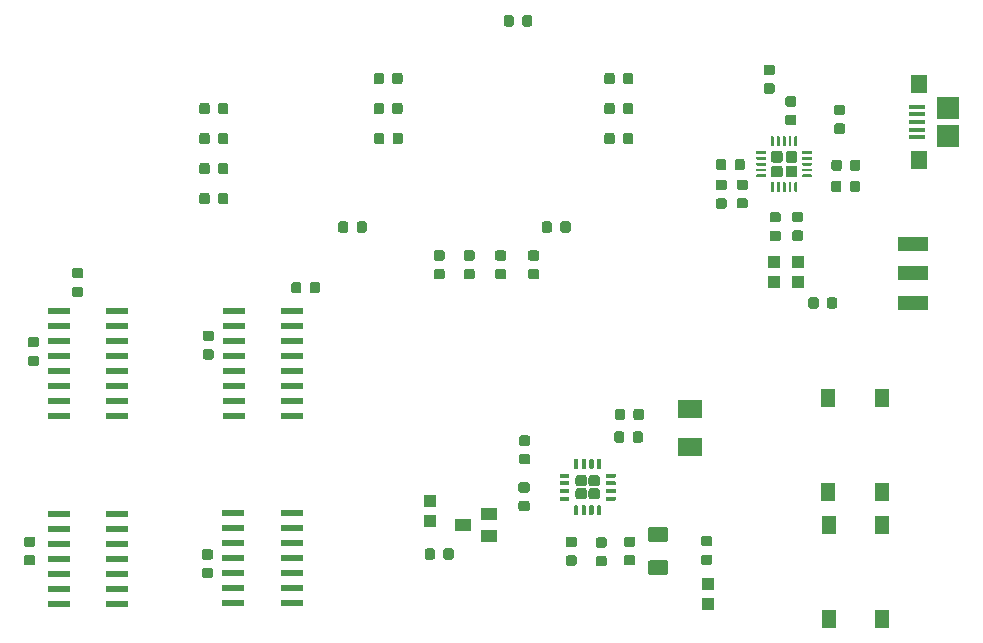
<source format=gtp>
G04 #@! TF.GenerationSoftware,KiCad,Pcbnew,(5.1.5)-3*
G04 #@! TF.CreationDate,2020-07-10T17:57:16-06:00*
G04 #@! TF.ProjectId,CounterProject,436f756e-7465-4725-9072-6f6a6563742e,rev?*
G04 #@! TF.SameCoordinates,Original*
G04 #@! TF.FileFunction,Paste,Top*
G04 #@! TF.FilePolarity,Positive*
%FSLAX46Y46*%
G04 Gerber Fmt 4.6, Leading zero omitted, Abs format (unit mm)*
G04 Created by KiCad (PCBNEW (5.1.5)-3) date 2020-07-10 17:57:16*
%MOMM*%
%LPD*%
G04 APERTURE LIST*
%ADD10C,0.100000*%
%ADD11R,1.000000X1.100000*%
%ADD12R,1.300000X1.550000*%
%ADD13R,1.900000X1.900000*%
%ADD14R,1.400000X1.600000*%
%ADD15R,1.350000X0.400000*%
%ADD16R,1.970000X0.600000*%
%ADD17R,2.500000X1.200000*%
%ADD18R,1.400000X1.000000*%
%ADD19R,2.060000X1.550000*%
G04 APERTURE END LIST*
D10*
G36*
X111466691Y-109889053D02*
G01*
X111487926Y-109892203D01*
X111508750Y-109897419D01*
X111528962Y-109904651D01*
X111548368Y-109913830D01*
X111566781Y-109924866D01*
X111584024Y-109937654D01*
X111599930Y-109952070D01*
X111614346Y-109967976D01*
X111627134Y-109985219D01*
X111638170Y-110003632D01*
X111647349Y-110023038D01*
X111654581Y-110043250D01*
X111659797Y-110064074D01*
X111662947Y-110085309D01*
X111664000Y-110106750D01*
X111664000Y-110619250D01*
X111662947Y-110640691D01*
X111659797Y-110661926D01*
X111654581Y-110682750D01*
X111647349Y-110702962D01*
X111638170Y-110722368D01*
X111627134Y-110740781D01*
X111614346Y-110758024D01*
X111599930Y-110773930D01*
X111584024Y-110788346D01*
X111566781Y-110801134D01*
X111548368Y-110812170D01*
X111528962Y-110821349D01*
X111508750Y-110828581D01*
X111487926Y-110833797D01*
X111466691Y-110836947D01*
X111445250Y-110838000D01*
X111007750Y-110838000D01*
X110986309Y-110836947D01*
X110965074Y-110833797D01*
X110944250Y-110828581D01*
X110924038Y-110821349D01*
X110904632Y-110812170D01*
X110886219Y-110801134D01*
X110868976Y-110788346D01*
X110853070Y-110773930D01*
X110838654Y-110758024D01*
X110825866Y-110740781D01*
X110814830Y-110722368D01*
X110805651Y-110702962D01*
X110798419Y-110682750D01*
X110793203Y-110661926D01*
X110790053Y-110640691D01*
X110789000Y-110619250D01*
X110789000Y-110106750D01*
X110790053Y-110085309D01*
X110793203Y-110064074D01*
X110798419Y-110043250D01*
X110805651Y-110023038D01*
X110814830Y-110003632D01*
X110825866Y-109985219D01*
X110838654Y-109967976D01*
X110853070Y-109952070D01*
X110868976Y-109937654D01*
X110886219Y-109924866D01*
X110904632Y-109913830D01*
X110924038Y-109904651D01*
X110944250Y-109897419D01*
X110965074Y-109892203D01*
X110986309Y-109889053D01*
X111007750Y-109888000D01*
X111445250Y-109888000D01*
X111466691Y-109889053D01*
G37*
G36*
X113041691Y-109889053D02*
G01*
X113062926Y-109892203D01*
X113083750Y-109897419D01*
X113103962Y-109904651D01*
X113123368Y-109913830D01*
X113141781Y-109924866D01*
X113159024Y-109937654D01*
X113174930Y-109952070D01*
X113189346Y-109967976D01*
X113202134Y-109985219D01*
X113213170Y-110003632D01*
X113222349Y-110023038D01*
X113229581Y-110043250D01*
X113234797Y-110064074D01*
X113237947Y-110085309D01*
X113239000Y-110106750D01*
X113239000Y-110619250D01*
X113237947Y-110640691D01*
X113234797Y-110661926D01*
X113229581Y-110682750D01*
X113222349Y-110702962D01*
X113213170Y-110722368D01*
X113202134Y-110740781D01*
X113189346Y-110758024D01*
X113174930Y-110773930D01*
X113159024Y-110788346D01*
X113141781Y-110801134D01*
X113123368Y-110812170D01*
X113103962Y-110821349D01*
X113083750Y-110828581D01*
X113062926Y-110833797D01*
X113041691Y-110836947D01*
X113020250Y-110838000D01*
X112582750Y-110838000D01*
X112561309Y-110836947D01*
X112540074Y-110833797D01*
X112519250Y-110828581D01*
X112499038Y-110821349D01*
X112479632Y-110812170D01*
X112461219Y-110801134D01*
X112443976Y-110788346D01*
X112428070Y-110773930D01*
X112413654Y-110758024D01*
X112400866Y-110740781D01*
X112389830Y-110722368D01*
X112380651Y-110702962D01*
X112373419Y-110682750D01*
X112368203Y-110661926D01*
X112365053Y-110640691D01*
X112364000Y-110619250D01*
X112364000Y-110106750D01*
X112365053Y-110085309D01*
X112368203Y-110064074D01*
X112373419Y-110043250D01*
X112380651Y-110023038D01*
X112389830Y-110003632D01*
X112400866Y-109985219D01*
X112413654Y-109967976D01*
X112428070Y-109952070D01*
X112443976Y-109937654D01*
X112461219Y-109924866D01*
X112479632Y-109913830D01*
X112499038Y-109904651D01*
X112519250Y-109897419D01*
X112540074Y-109892203D01*
X112561309Y-109889053D01*
X112582750Y-109888000D01*
X113020250Y-109888000D01*
X113041691Y-109889053D01*
G37*
G36*
X95795191Y-109889053D02*
G01*
X95816426Y-109892203D01*
X95837250Y-109897419D01*
X95857462Y-109904651D01*
X95876868Y-109913830D01*
X95895281Y-109924866D01*
X95912524Y-109937654D01*
X95928430Y-109952070D01*
X95942846Y-109967976D01*
X95955634Y-109985219D01*
X95966670Y-110003632D01*
X95975849Y-110023038D01*
X95983081Y-110043250D01*
X95988297Y-110064074D01*
X95991447Y-110085309D01*
X95992500Y-110106750D01*
X95992500Y-110619250D01*
X95991447Y-110640691D01*
X95988297Y-110661926D01*
X95983081Y-110682750D01*
X95975849Y-110702962D01*
X95966670Y-110722368D01*
X95955634Y-110740781D01*
X95942846Y-110758024D01*
X95928430Y-110773930D01*
X95912524Y-110788346D01*
X95895281Y-110801134D01*
X95876868Y-110812170D01*
X95857462Y-110821349D01*
X95837250Y-110828581D01*
X95816426Y-110833797D01*
X95795191Y-110836947D01*
X95773750Y-110838000D01*
X95336250Y-110838000D01*
X95314809Y-110836947D01*
X95293574Y-110833797D01*
X95272750Y-110828581D01*
X95252538Y-110821349D01*
X95233132Y-110812170D01*
X95214719Y-110801134D01*
X95197476Y-110788346D01*
X95181570Y-110773930D01*
X95167154Y-110758024D01*
X95154366Y-110740781D01*
X95143330Y-110722368D01*
X95134151Y-110702962D01*
X95126919Y-110682750D01*
X95121703Y-110661926D01*
X95118553Y-110640691D01*
X95117500Y-110619250D01*
X95117500Y-110106750D01*
X95118553Y-110085309D01*
X95121703Y-110064074D01*
X95126919Y-110043250D01*
X95134151Y-110023038D01*
X95143330Y-110003632D01*
X95154366Y-109985219D01*
X95167154Y-109967976D01*
X95181570Y-109952070D01*
X95197476Y-109937654D01*
X95214719Y-109924866D01*
X95233132Y-109913830D01*
X95252538Y-109904651D01*
X95272750Y-109897419D01*
X95293574Y-109892203D01*
X95314809Y-109889053D01*
X95336250Y-109888000D01*
X95773750Y-109888000D01*
X95795191Y-109889053D01*
G37*
G36*
X94220191Y-109889053D02*
G01*
X94241426Y-109892203D01*
X94262250Y-109897419D01*
X94282462Y-109904651D01*
X94301868Y-109913830D01*
X94320281Y-109924866D01*
X94337524Y-109937654D01*
X94353430Y-109952070D01*
X94367846Y-109967976D01*
X94380634Y-109985219D01*
X94391670Y-110003632D01*
X94400849Y-110023038D01*
X94408081Y-110043250D01*
X94413297Y-110064074D01*
X94416447Y-110085309D01*
X94417500Y-110106750D01*
X94417500Y-110619250D01*
X94416447Y-110640691D01*
X94413297Y-110661926D01*
X94408081Y-110682750D01*
X94400849Y-110702962D01*
X94391670Y-110722368D01*
X94380634Y-110740781D01*
X94367846Y-110758024D01*
X94353430Y-110773930D01*
X94337524Y-110788346D01*
X94320281Y-110801134D01*
X94301868Y-110812170D01*
X94282462Y-110821349D01*
X94262250Y-110828581D01*
X94241426Y-110833797D01*
X94220191Y-110836947D01*
X94198750Y-110838000D01*
X93761250Y-110838000D01*
X93739809Y-110836947D01*
X93718574Y-110833797D01*
X93697750Y-110828581D01*
X93677538Y-110821349D01*
X93658132Y-110812170D01*
X93639719Y-110801134D01*
X93622476Y-110788346D01*
X93606570Y-110773930D01*
X93592154Y-110758024D01*
X93579366Y-110740781D01*
X93568330Y-110722368D01*
X93559151Y-110702962D01*
X93551919Y-110682750D01*
X93546703Y-110661926D01*
X93543553Y-110640691D01*
X93542500Y-110619250D01*
X93542500Y-110106750D01*
X93543553Y-110085309D01*
X93546703Y-110064074D01*
X93551919Y-110043250D01*
X93559151Y-110023038D01*
X93568330Y-110003632D01*
X93579366Y-109985219D01*
X93592154Y-109967976D01*
X93606570Y-109952070D01*
X93622476Y-109937654D01*
X93639719Y-109924866D01*
X93658132Y-109913830D01*
X93677538Y-109904651D01*
X93697750Y-109897419D01*
X93718574Y-109892203D01*
X93739809Y-109889053D01*
X93761250Y-109888000D01*
X94198750Y-109888000D01*
X94220191Y-109889053D01*
G37*
D11*
X124841000Y-140615300D03*
X124841000Y-142315300D03*
X101346000Y-135228700D03*
X101346000Y-133528700D03*
X130429000Y-115035700D03*
X130429000Y-113335700D03*
X132461000Y-115035700D03*
X132461000Y-113335700D03*
D10*
G36*
X115752076Y-133935221D02*
G01*
X115760570Y-133936481D01*
X115768900Y-133938568D01*
X115776985Y-133941461D01*
X115784747Y-133945132D01*
X115792112Y-133949546D01*
X115799009Y-133954662D01*
X115805372Y-133960428D01*
X115811138Y-133966791D01*
X115816254Y-133973688D01*
X115820668Y-133981053D01*
X115824339Y-133988815D01*
X115827232Y-133996900D01*
X115829319Y-134005230D01*
X115830579Y-134013724D01*
X115831000Y-134022300D01*
X115831000Y-134672300D01*
X115830579Y-134680876D01*
X115829319Y-134689370D01*
X115827232Y-134697700D01*
X115824339Y-134705785D01*
X115820668Y-134713547D01*
X115816254Y-134720912D01*
X115811138Y-134727809D01*
X115805372Y-134734172D01*
X115799009Y-134739938D01*
X115792112Y-134745054D01*
X115784747Y-134749468D01*
X115776985Y-134753139D01*
X115768900Y-134756032D01*
X115760570Y-134758119D01*
X115752076Y-134759379D01*
X115743500Y-134759800D01*
X115568500Y-134759800D01*
X115559924Y-134759379D01*
X115551430Y-134758119D01*
X115543100Y-134756032D01*
X115535015Y-134753139D01*
X115527253Y-134749468D01*
X115519888Y-134745054D01*
X115512991Y-134739938D01*
X115506628Y-134734172D01*
X115500862Y-134727809D01*
X115495746Y-134720912D01*
X115491332Y-134713547D01*
X115487661Y-134705785D01*
X115484768Y-134697700D01*
X115482681Y-134689370D01*
X115481421Y-134680876D01*
X115481000Y-134672300D01*
X115481000Y-134022300D01*
X115481421Y-134013724D01*
X115482681Y-134005230D01*
X115484768Y-133996900D01*
X115487661Y-133988815D01*
X115491332Y-133981053D01*
X115495746Y-133973688D01*
X115500862Y-133966791D01*
X115506628Y-133960428D01*
X115512991Y-133954662D01*
X115519888Y-133949546D01*
X115527253Y-133945132D01*
X115535015Y-133941461D01*
X115543100Y-133938568D01*
X115551430Y-133936481D01*
X115559924Y-133935221D01*
X115568500Y-133934800D01*
X115743500Y-133934800D01*
X115752076Y-133935221D01*
G37*
G36*
X115102076Y-133935221D02*
G01*
X115110570Y-133936481D01*
X115118900Y-133938568D01*
X115126985Y-133941461D01*
X115134747Y-133945132D01*
X115142112Y-133949546D01*
X115149009Y-133954662D01*
X115155372Y-133960428D01*
X115161138Y-133966791D01*
X115166254Y-133973688D01*
X115170668Y-133981053D01*
X115174339Y-133988815D01*
X115177232Y-133996900D01*
X115179319Y-134005230D01*
X115180579Y-134013724D01*
X115181000Y-134022300D01*
X115181000Y-134672300D01*
X115180579Y-134680876D01*
X115179319Y-134689370D01*
X115177232Y-134697700D01*
X115174339Y-134705785D01*
X115170668Y-134713547D01*
X115166254Y-134720912D01*
X115161138Y-134727809D01*
X115155372Y-134734172D01*
X115149009Y-134739938D01*
X115142112Y-134745054D01*
X115134747Y-134749468D01*
X115126985Y-134753139D01*
X115118900Y-134756032D01*
X115110570Y-134758119D01*
X115102076Y-134759379D01*
X115093500Y-134759800D01*
X114918500Y-134759800D01*
X114909924Y-134759379D01*
X114901430Y-134758119D01*
X114893100Y-134756032D01*
X114885015Y-134753139D01*
X114877253Y-134749468D01*
X114869888Y-134745054D01*
X114862991Y-134739938D01*
X114856628Y-134734172D01*
X114850862Y-134727809D01*
X114845746Y-134720912D01*
X114841332Y-134713547D01*
X114837661Y-134705785D01*
X114834768Y-134697700D01*
X114832681Y-134689370D01*
X114831421Y-134680876D01*
X114831000Y-134672300D01*
X114831000Y-134022300D01*
X114831421Y-134013724D01*
X114832681Y-134005230D01*
X114834768Y-133996900D01*
X114837661Y-133988815D01*
X114841332Y-133981053D01*
X114845746Y-133973688D01*
X114850862Y-133966791D01*
X114856628Y-133960428D01*
X114862991Y-133954662D01*
X114869888Y-133949546D01*
X114877253Y-133945132D01*
X114885015Y-133941461D01*
X114893100Y-133938568D01*
X114901430Y-133936481D01*
X114909924Y-133935221D01*
X114918500Y-133934800D01*
X115093500Y-133934800D01*
X115102076Y-133935221D01*
G37*
G36*
X114452076Y-133935221D02*
G01*
X114460570Y-133936481D01*
X114468900Y-133938568D01*
X114476985Y-133941461D01*
X114484747Y-133945132D01*
X114492112Y-133949546D01*
X114499009Y-133954662D01*
X114505372Y-133960428D01*
X114511138Y-133966791D01*
X114516254Y-133973688D01*
X114520668Y-133981053D01*
X114524339Y-133988815D01*
X114527232Y-133996900D01*
X114529319Y-134005230D01*
X114530579Y-134013724D01*
X114531000Y-134022300D01*
X114531000Y-134672300D01*
X114530579Y-134680876D01*
X114529319Y-134689370D01*
X114527232Y-134697700D01*
X114524339Y-134705785D01*
X114520668Y-134713547D01*
X114516254Y-134720912D01*
X114511138Y-134727809D01*
X114505372Y-134734172D01*
X114499009Y-134739938D01*
X114492112Y-134745054D01*
X114484747Y-134749468D01*
X114476985Y-134753139D01*
X114468900Y-134756032D01*
X114460570Y-134758119D01*
X114452076Y-134759379D01*
X114443500Y-134759800D01*
X114268500Y-134759800D01*
X114259924Y-134759379D01*
X114251430Y-134758119D01*
X114243100Y-134756032D01*
X114235015Y-134753139D01*
X114227253Y-134749468D01*
X114219888Y-134745054D01*
X114212991Y-134739938D01*
X114206628Y-134734172D01*
X114200862Y-134727809D01*
X114195746Y-134720912D01*
X114191332Y-134713547D01*
X114187661Y-134705785D01*
X114184768Y-134697700D01*
X114182681Y-134689370D01*
X114181421Y-134680876D01*
X114181000Y-134672300D01*
X114181000Y-134022300D01*
X114181421Y-134013724D01*
X114182681Y-134005230D01*
X114184768Y-133996900D01*
X114187661Y-133988815D01*
X114191332Y-133981053D01*
X114195746Y-133973688D01*
X114200862Y-133966791D01*
X114206628Y-133960428D01*
X114212991Y-133954662D01*
X114219888Y-133949546D01*
X114227253Y-133945132D01*
X114235015Y-133941461D01*
X114243100Y-133938568D01*
X114251430Y-133936481D01*
X114259924Y-133935221D01*
X114268500Y-133934800D01*
X114443500Y-133934800D01*
X114452076Y-133935221D01*
G37*
G36*
X113802076Y-133935221D02*
G01*
X113810570Y-133936481D01*
X113818900Y-133938568D01*
X113826985Y-133941461D01*
X113834747Y-133945132D01*
X113842112Y-133949546D01*
X113849009Y-133954662D01*
X113855372Y-133960428D01*
X113861138Y-133966791D01*
X113866254Y-133973688D01*
X113870668Y-133981053D01*
X113874339Y-133988815D01*
X113877232Y-133996900D01*
X113879319Y-134005230D01*
X113880579Y-134013724D01*
X113881000Y-134022300D01*
X113881000Y-134672300D01*
X113880579Y-134680876D01*
X113879319Y-134689370D01*
X113877232Y-134697700D01*
X113874339Y-134705785D01*
X113870668Y-134713547D01*
X113866254Y-134720912D01*
X113861138Y-134727809D01*
X113855372Y-134734172D01*
X113849009Y-134739938D01*
X113842112Y-134745054D01*
X113834747Y-134749468D01*
X113826985Y-134753139D01*
X113818900Y-134756032D01*
X113810570Y-134758119D01*
X113802076Y-134759379D01*
X113793500Y-134759800D01*
X113618500Y-134759800D01*
X113609924Y-134759379D01*
X113601430Y-134758119D01*
X113593100Y-134756032D01*
X113585015Y-134753139D01*
X113577253Y-134749468D01*
X113569888Y-134745054D01*
X113562991Y-134739938D01*
X113556628Y-134734172D01*
X113550862Y-134727809D01*
X113545746Y-134720912D01*
X113541332Y-134713547D01*
X113537661Y-134705785D01*
X113534768Y-134697700D01*
X113532681Y-134689370D01*
X113531421Y-134680876D01*
X113531000Y-134672300D01*
X113531000Y-134022300D01*
X113531421Y-134013724D01*
X113532681Y-134005230D01*
X113534768Y-133996900D01*
X113537661Y-133988815D01*
X113541332Y-133981053D01*
X113545746Y-133973688D01*
X113550862Y-133966791D01*
X113556628Y-133960428D01*
X113562991Y-133954662D01*
X113569888Y-133949546D01*
X113577253Y-133945132D01*
X113585015Y-133941461D01*
X113593100Y-133938568D01*
X113601430Y-133936481D01*
X113609924Y-133935221D01*
X113618500Y-133934800D01*
X113793500Y-133934800D01*
X113802076Y-133935221D01*
G37*
G36*
X113052076Y-133185221D02*
G01*
X113060570Y-133186481D01*
X113068900Y-133188568D01*
X113076985Y-133191461D01*
X113084747Y-133195132D01*
X113092112Y-133199546D01*
X113099009Y-133204662D01*
X113105372Y-133210428D01*
X113111138Y-133216791D01*
X113116254Y-133223688D01*
X113120668Y-133231053D01*
X113124339Y-133238815D01*
X113127232Y-133246900D01*
X113129319Y-133255230D01*
X113130579Y-133263724D01*
X113131000Y-133272300D01*
X113131000Y-133447300D01*
X113130579Y-133455876D01*
X113129319Y-133464370D01*
X113127232Y-133472700D01*
X113124339Y-133480785D01*
X113120668Y-133488547D01*
X113116254Y-133495912D01*
X113111138Y-133502809D01*
X113105372Y-133509172D01*
X113099009Y-133514938D01*
X113092112Y-133520054D01*
X113084747Y-133524468D01*
X113076985Y-133528139D01*
X113068900Y-133531032D01*
X113060570Y-133533119D01*
X113052076Y-133534379D01*
X113043500Y-133534800D01*
X112393500Y-133534800D01*
X112384924Y-133534379D01*
X112376430Y-133533119D01*
X112368100Y-133531032D01*
X112360015Y-133528139D01*
X112352253Y-133524468D01*
X112344888Y-133520054D01*
X112337991Y-133514938D01*
X112331628Y-133509172D01*
X112325862Y-133502809D01*
X112320746Y-133495912D01*
X112316332Y-133488547D01*
X112312661Y-133480785D01*
X112309768Y-133472700D01*
X112307681Y-133464370D01*
X112306421Y-133455876D01*
X112306000Y-133447300D01*
X112306000Y-133272300D01*
X112306421Y-133263724D01*
X112307681Y-133255230D01*
X112309768Y-133246900D01*
X112312661Y-133238815D01*
X112316332Y-133231053D01*
X112320746Y-133223688D01*
X112325862Y-133216791D01*
X112331628Y-133210428D01*
X112337991Y-133204662D01*
X112344888Y-133199546D01*
X112352253Y-133195132D01*
X112360015Y-133191461D01*
X112368100Y-133188568D01*
X112376430Y-133186481D01*
X112384924Y-133185221D01*
X112393500Y-133184800D01*
X113043500Y-133184800D01*
X113052076Y-133185221D01*
G37*
G36*
X113052076Y-132535221D02*
G01*
X113060570Y-132536481D01*
X113068900Y-132538568D01*
X113076985Y-132541461D01*
X113084747Y-132545132D01*
X113092112Y-132549546D01*
X113099009Y-132554662D01*
X113105372Y-132560428D01*
X113111138Y-132566791D01*
X113116254Y-132573688D01*
X113120668Y-132581053D01*
X113124339Y-132588815D01*
X113127232Y-132596900D01*
X113129319Y-132605230D01*
X113130579Y-132613724D01*
X113131000Y-132622300D01*
X113131000Y-132797300D01*
X113130579Y-132805876D01*
X113129319Y-132814370D01*
X113127232Y-132822700D01*
X113124339Y-132830785D01*
X113120668Y-132838547D01*
X113116254Y-132845912D01*
X113111138Y-132852809D01*
X113105372Y-132859172D01*
X113099009Y-132864938D01*
X113092112Y-132870054D01*
X113084747Y-132874468D01*
X113076985Y-132878139D01*
X113068900Y-132881032D01*
X113060570Y-132883119D01*
X113052076Y-132884379D01*
X113043500Y-132884800D01*
X112393500Y-132884800D01*
X112384924Y-132884379D01*
X112376430Y-132883119D01*
X112368100Y-132881032D01*
X112360015Y-132878139D01*
X112352253Y-132874468D01*
X112344888Y-132870054D01*
X112337991Y-132864938D01*
X112331628Y-132859172D01*
X112325862Y-132852809D01*
X112320746Y-132845912D01*
X112316332Y-132838547D01*
X112312661Y-132830785D01*
X112309768Y-132822700D01*
X112307681Y-132814370D01*
X112306421Y-132805876D01*
X112306000Y-132797300D01*
X112306000Y-132622300D01*
X112306421Y-132613724D01*
X112307681Y-132605230D01*
X112309768Y-132596900D01*
X112312661Y-132588815D01*
X112316332Y-132581053D01*
X112320746Y-132573688D01*
X112325862Y-132566791D01*
X112331628Y-132560428D01*
X112337991Y-132554662D01*
X112344888Y-132549546D01*
X112352253Y-132545132D01*
X112360015Y-132541461D01*
X112368100Y-132538568D01*
X112376430Y-132536481D01*
X112384924Y-132535221D01*
X112393500Y-132534800D01*
X113043500Y-132534800D01*
X113052076Y-132535221D01*
G37*
G36*
X113052076Y-131885221D02*
G01*
X113060570Y-131886481D01*
X113068900Y-131888568D01*
X113076985Y-131891461D01*
X113084747Y-131895132D01*
X113092112Y-131899546D01*
X113099009Y-131904662D01*
X113105372Y-131910428D01*
X113111138Y-131916791D01*
X113116254Y-131923688D01*
X113120668Y-131931053D01*
X113124339Y-131938815D01*
X113127232Y-131946900D01*
X113129319Y-131955230D01*
X113130579Y-131963724D01*
X113131000Y-131972300D01*
X113131000Y-132147300D01*
X113130579Y-132155876D01*
X113129319Y-132164370D01*
X113127232Y-132172700D01*
X113124339Y-132180785D01*
X113120668Y-132188547D01*
X113116254Y-132195912D01*
X113111138Y-132202809D01*
X113105372Y-132209172D01*
X113099009Y-132214938D01*
X113092112Y-132220054D01*
X113084747Y-132224468D01*
X113076985Y-132228139D01*
X113068900Y-132231032D01*
X113060570Y-132233119D01*
X113052076Y-132234379D01*
X113043500Y-132234800D01*
X112393500Y-132234800D01*
X112384924Y-132234379D01*
X112376430Y-132233119D01*
X112368100Y-132231032D01*
X112360015Y-132228139D01*
X112352253Y-132224468D01*
X112344888Y-132220054D01*
X112337991Y-132214938D01*
X112331628Y-132209172D01*
X112325862Y-132202809D01*
X112320746Y-132195912D01*
X112316332Y-132188547D01*
X112312661Y-132180785D01*
X112309768Y-132172700D01*
X112307681Y-132164370D01*
X112306421Y-132155876D01*
X112306000Y-132147300D01*
X112306000Y-131972300D01*
X112306421Y-131963724D01*
X112307681Y-131955230D01*
X112309768Y-131946900D01*
X112312661Y-131938815D01*
X112316332Y-131931053D01*
X112320746Y-131923688D01*
X112325862Y-131916791D01*
X112331628Y-131910428D01*
X112337991Y-131904662D01*
X112344888Y-131899546D01*
X112352253Y-131895132D01*
X112360015Y-131891461D01*
X112368100Y-131888568D01*
X112376430Y-131886481D01*
X112384924Y-131885221D01*
X112393500Y-131884800D01*
X113043500Y-131884800D01*
X113052076Y-131885221D01*
G37*
G36*
X113052076Y-131235221D02*
G01*
X113060570Y-131236481D01*
X113068900Y-131238568D01*
X113076985Y-131241461D01*
X113084747Y-131245132D01*
X113092112Y-131249546D01*
X113099009Y-131254662D01*
X113105372Y-131260428D01*
X113111138Y-131266791D01*
X113116254Y-131273688D01*
X113120668Y-131281053D01*
X113124339Y-131288815D01*
X113127232Y-131296900D01*
X113129319Y-131305230D01*
X113130579Y-131313724D01*
X113131000Y-131322300D01*
X113131000Y-131497300D01*
X113130579Y-131505876D01*
X113129319Y-131514370D01*
X113127232Y-131522700D01*
X113124339Y-131530785D01*
X113120668Y-131538547D01*
X113116254Y-131545912D01*
X113111138Y-131552809D01*
X113105372Y-131559172D01*
X113099009Y-131564938D01*
X113092112Y-131570054D01*
X113084747Y-131574468D01*
X113076985Y-131578139D01*
X113068900Y-131581032D01*
X113060570Y-131583119D01*
X113052076Y-131584379D01*
X113043500Y-131584800D01*
X112393500Y-131584800D01*
X112384924Y-131584379D01*
X112376430Y-131583119D01*
X112368100Y-131581032D01*
X112360015Y-131578139D01*
X112352253Y-131574468D01*
X112344888Y-131570054D01*
X112337991Y-131564938D01*
X112331628Y-131559172D01*
X112325862Y-131552809D01*
X112320746Y-131545912D01*
X112316332Y-131538547D01*
X112312661Y-131530785D01*
X112309768Y-131522700D01*
X112307681Y-131514370D01*
X112306421Y-131505876D01*
X112306000Y-131497300D01*
X112306000Y-131322300D01*
X112306421Y-131313724D01*
X112307681Y-131305230D01*
X112309768Y-131296900D01*
X112312661Y-131288815D01*
X112316332Y-131281053D01*
X112320746Y-131273688D01*
X112325862Y-131266791D01*
X112331628Y-131260428D01*
X112337991Y-131254662D01*
X112344888Y-131249546D01*
X112352253Y-131245132D01*
X112360015Y-131241461D01*
X112368100Y-131238568D01*
X112376430Y-131236481D01*
X112384924Y-131235221D01*
X112393500Y-131234800D01*
X113043500Y-131234800D01*
X113052076Y-131235221D01*
G37*
G36*
X113802076Y-130010221D02*
G01*
X113810570Y-130011481D01*
X113818900Y-130013568D01*
X113826985Y-130016461D01*
X113834747Y-130020132D01*
X113842112Y-130024546D01*
X113849009Y-130029662D01*
X113855372Y-130035428D01*
X113861138Y-130041791D01*
X113866254Y-130048688D01*
X113870668Y-130056053D01*
X113874339Y-130063815D01*
X113877232Y-130071900D01*
X113879319Y-130080230D01*
X113880579Y-130088724D01*
X113881000Y-130097300D01*
X113881000Y-130747300D01*
X113880579Y-130755876D01*
X113879319Y-130764370D01*
X113877232Y-130772700D01*
X113874339Y-130780785D01*
X113870668Y-130788547D01*
X113866254Y-130795912D01*
X113861138Y-130802809D01*
X113855372Y-130809172D01*
X113849009Y-130814938D01*
X113842112Y-130820054D01*
X113834747Y-130824468D01*
X113826985Y-130828139D01*
X113818900Y-130831032D01*
X113810570Y-130833119D01*
X113802076Y-130834379D01*
X113793500Y-130834800D01*
X113618500Y-130834800D01*
X113609924Y-130834379D01*
X113601430Y-130833119D01*
X113593100Y-130831032D01*
X113585015Y-130828139D01*
X113577253Y-130824468D01*
X113569888Y-130820054D01*
X113562991Y-130814938D01*
X113556628Y-130809172D01*
X113550862Y-130802809D01*
X113545746Y-130795912D01*
X113541332Y-130788547D01*
X113537661Y-130780785D01*
X113534768Y-130772700D01*
X113532681Y-130764370D01*
X113531421Y-130755876D01*
X113531000Y-130747300D01*
X113531000Y-130097300D01*
X113531421Y-130088724D01*
X113532681Y-130080230D01*
X113534768Y-130071900D01*
X113537661Y-130063815D01*
X113541332Y-130056053D01*
X113545746Y-130048688D01*
X113550862Y-130041791D01*
X113556628Y-130035428D01*
X113562991Y-130029662D01*
X113569888Y-130024546D01*
X113577253Y-130020132D01*
X113585015Y-130016461D01*
X113593100Y-130013568D01*
X113601430Y-130011481D01*
X113609924Y-130010221D01*
X113618500Y-130009800D01*
X113793500Y-130009800D01*
X113802076Y-130010221D01*
G37*
G36*
X114452076Y-130010221D02*
G01*
X114460570Y-130011481D01*
X114468900Y-130013568D01*
X114476985Y-130016461D01*
X114484747Y-130020132D01*
X114492112Y-130024546D01*
X114499009Y-130029662D01*
X114505372Y-130035428D01*
X114511138Y-130041791D01*
X114516254Y-130048688D01*
X114520668Y-130056053D01*
X114524339Y-130063815D01*
X114527232Y-130071900D01*
X114529319Y-130080230D01*
X114530579Y-130088724D01*
X114531000Y-130097300D01*
X114531000Y-130747300D01*
X114530579Y-130755876D01*
X114529319Y-130764370D01*
X114527232Y-130772700D01*
X114524339Y-130780785D01*
X114520668Y-130788547D01*
X114516254Y-130795912D01*
X114511138Y-130802809D01*
X114505372Y-130809172D01*
X114499009Y-130814938D01*
X114492112Y-130820054D01*
X114484747Y-130824468D01*
X114476985Y-130828139D01*
X114468900Y-130831032D01*
X114460570Y-130833119D01*
X114452076Y-130834379D01*
X114443500Y-130834800D01*
X114268500Y-130834800D01*
X114259924Y-130834379D01*
X114251430Y-130833119D01*
X114243100Y-130831032D01*
X114235015Y-130828139D01*
X114227253Y-130824468D01*
X114219888Y-130820054D01*
X114212991Y-130814938D01*
X114206628Y-130809172D01*
X114200862Y-130802809D01*
X114195746Y-130795912D01*
X114191332Y-130788547D01*
X114187661Y-130780785D01*
X114184768Y-130772700D01*
X114182681Y-130764370D01*
X114181421Y-130755876D01*
X114181000Y-130747300D01*
X114181000Y-130097300D01*
X114181421Y-130088724D01*
X114182681Y-130080230D01*
X114184768Y-130071900D01*
X114187661Y-130063815D01*
X114191332Y-130056053D01*
X114195746Y-130048688D01*
X114200862Y-130041791D01*
X114206628Y-130035428D01*
X114212991Y-130029662D01*
X114219888Y-130024546D01*
X114227253Y-130020132D01*
X114235015Y-130016461D01*
X114243100Y-130013568D01*
X114251430Y-130011481D01*
X114259924Y-130010221D01*
X114268500Y-130009800D01*
X114443500Y-130009800D01*
X114452076Y-130010221D01*
G37*
G36*
X115102076Y-130010221D02*
G01*
X115110570Y-130011481D01*
X115118900Y-130013568D01*
X115126985Y-130016461D01*
X115134747Y-130020132D01*
X115142112Y-130024546D01*
X115149009Y-130029662D01*
X115155372Y-130035428D01*
X115161138Y-130041791D01*
X115166254Y-130048688D01*
X115170668Y-130056053D01*
X115174339Y-130063815D01*
X115177232Y-130071900D01*
X115179319Y-130080230D01*
X115180579Y-130088724D01*
X115181000Y-130097300D01*
X115181000Y-130747300D01*
X115180579Y-130755876D01*
X115179319Y-130764370D01*
X115177232Y-130772700D01*
X115174339Y-130780785D01*
X115170668Y-130788547D01*
X115166254Y-130795912D01*
X115161138Y-130802809D01*
X115155372Y-130809172D01*
X115149009Y-130814938D01*
X115142112Y-130820054D01*
X115134747Y-130824468D01*
X115126985Y-130828139D01*
X115118900Y-130831032D01*
X115110570Y-130833119D01*
X115102076Y-130834379D01*
X115093500Y-130834800D01*
X114918500Y-130834800D01*
X114909924Y-130834379D01*
X114901430Y-130833119D01*
X114893100Y-130831032D01*
X114885015Y-130828139D01*
X114877253Y-130824468D01*
X114869888Y-130820054D01*
X114862991Y-130814938D01*
X114856628Y-130809172D01*
X114850862Y-130802809D01*
X114845746Y-130795912D01*
X114841332Y-130788547D01*
X114837661Y-130780785D01*
X114834768Y-130772700D01*
X114832681Y-130764370D01*
X114831421Y-130755876D01*
X114831000Y-130747300D01*
X114831000Y-130097300D01*
X114831421Y-130088724D01*
X114832681Y-130080230D01*
X114834768Y-130071900D01*
X114837661Y-130063815D01*
X114841332Y-130056053D01*
X114845746Y-130048688D01*
X114850862Y-130041791D01*
X114856628Y-130035428D01*
X114862991Y-130029662D01*
X114869888Y-130024546D01*
X114877253Y-130020132D01*
X114885015Y-130016461D01*
X114893100Y-130013568D01*
X114901430Y-130011481D01*
X114909924Y-130010221D01*
X114918500Y-130009800D01*
X115093500Y-130009800D01*
X115102076Y-130010221D01*
G37*
G36*
X115752076Y-130010221D02*
G01*
X115760570Y-130011481D01*
X115768900Y-130013568D01*
X115776985Y-130016461D01*
X115784747Y-130020132D01*
X115792112Y-130024546D01*
X115799009Y-130029662D01*
X115805372Y-130035428D01*
X115811138Y-130041791D01*
X115816254Y-130048688D01*
X115820668Y-130056053D01*
X115824339Y-130063815D01*
X115827232Y-130071900D01*
X115829319Y-130080230D01*
X115830579Y-130088724D01*
X115831000Y-130097300D01*
X115831000Y-130747300D01*
X115830579Y-130755876D01*
X115829319Y-130764370D01*
X115827232Y-130772700D01*
X115824339Y-130780785D01*
X115820668Y-130788547D01*
X115816254Y-130795912D01*
X115811138Y-130802809D01*
X115805372Y-130809172D01*
X115799009Y-130814938D01*
X115792112Y-130820054D01*
X115784747Y-130824468D01*
X115776985Y-130828139D01*
X115768900Y-130831032D01*
X115760570Y-130833119D01*
X115752076Y-130834379D01*
X115743500Y-130834800D01*
X115568500Y-130834800D01*
X115559924Y-130834379D01*
X115551430Y-130833119D01*
X115543100Y-130831032D01*
X115535015Y-130828139D01*
X115527253Y-130824468D01*
X115519888Y-130820054D01*
X115512991Y-130814938D01*
X115506628Y-130809172D01*
X115500862Y-130802809D01*
X115495746Y-130795912D01*
X115491332Y-130788547D01*
X115487661Y-130780785D01*
X115484768Y-130772700D01*
X115482681Y-130764370D01*
X115481421Y-130755876D01*
X115481000Y-130747300D01*
X115481000Y-130097300D01*
X115481421Y-130088724D01*
X115482681Y-130080230D01*
X115484768Y-130071900D01*
X115487661Y-130063815D01*
X115491332Y-130056053D01*
X115495746Y-130048688D01*
X115500862Y-130041791D01*
X115506628Y-130035428D01*
X115512991Y-130029662D01*
X115519888Y-130024546D01*
X115527253Y-130020132D01*
X115535015Y-130016461D01*
X115543100Y-130013568D01*
X115551430Y-130011481D01*
X115559924Y-130010221D01*
X115568500Y-130009800D01*
X115743500Y-130009800D01*
X115752076Y-130010221D01*
G37*
G36*
X116977076Y-131235221D02*
G01*
X116985570Y-131236481D01*
X116993900Y-131238568D01*
X117001985Y-131241461D01*
X117009747Y-131245132D01*
X117017112Y-131249546D01*
X117024009Y-131254662D01*
X117030372Y-131260428D01*
X117036138Y-131266791D01*
X117041254Y-131273688D01*
X117045668Y-131281053D01*
X117049339Y-131288815D01*
X117052232Y-131296900D01*
X117054319Y-131305230D01*
X117055579Y-131313724D01*
X117056000Y-131322300D01*
X117056000Y-131497300D01*
X117055579Y-131505876D01*
X117054319Y-131514370D01*
X117052232Y-131522700D01*
X117049339Y-131530785D01*
X117045668Y-131538547D01*
X117041254Y-131545912D01*
X117036138Y-131552809D01*
X117030372Y-131559172D01*
X117024009Y-131564938D01*
X117017112Y-131570054D01*
X117009747Y-131574468D01*
X117001985Y-131578139D01*
X116993900Y-131581032D01*
X116985570Y-131583119D01*
X116977076Y-131584379D01*
X116968500Y-131584800D01*
X116318500Y-131584800D01*
X116309924Y-131584379D01*
X116301430Y-131583119D01*
X116293100Y-131581032D01*
X116285015Y-131578139D01*
X116277253Y-131574468D01*
X116269888Y-131570054D01*
X116262991Y-131564938D01*
X116256628Y-131559172D01*
X116250862Y-131552809D01*
X116245746Y-131545912D01*
X116241332Y-131538547D01*
X116237661Y-131530785D01*
X116234768Y-131522700D01*
X116232681Y-131514370D01*
X116231421Y-131505876D01*
X116231000Y-131497300D01*
X116231000Y-131322300D01*
X116231421Y-131313724D01*
X116232681Y-131305230D01*
X116234768Y-131296900D01*
X116237661Y-131288815D01*
X116241332Y-131281053D01*
X116245746Y-131273688D01*
X116250862Y-131266791D01*
X116256628Y-131260428D01*
X116262991Y-131254662D01*
X116269888Y-131249546D01*
X116277253Y-131245132D01*
X116285015Y-131241461D01*
X116293100Y-131238568D01*
X116301430Y-131236481D01*
X116309924Y-131235221D01*
X116318500Y-131234800D01*
X116968500Y-131234800D01*
X116977076Y-131235221D01*
G37*
G36*
X116977076Y-131885221D02*
G01*
X116985570Y-131886481D01*
X116993900Y-131888568D01*
X117001985Y-131891461D01*
X117009747Y-131895132D01*
X117017112Y-131899546D01*
X117024009Y-131904662D01*
X117030372Y-131910428D01*
X117036138Y-131916791D01*
X117041254Y-131923688D01*
X117045668Y-131931053D01*
X117049339Y-131938815D01*
X117052232Y-131946900D01*
X117054319Y-131955230D01*
X117055579Y-131963724D01*
X117056000Y-131972300D01*
X117056000Y-132147300D01*
X117055579Y-132155876D01*
X117054319Y-132164370D01*
X117052232Y-132172700D01*
X117049339Y-132180785D01*
X117045668Y-132188547D01*
X117041254Y-132195912D01*
X117036138Y-132202809D01*
X117030372Y-132209172D01*
X117024009Y-132214938D01*
X117017112Y-132220054D01*
X117009747Y-132224468D01*
X117001985Y-132228139D01*
X116993900Y-132231032D01*
X116985570Y-132233119D01*
X116977076Y-132234379D01*
X116968500Y-132234800D01*
X116318500Y-132234800D01*
X116309924Y-132234379D01*
X116301430Y-132233119D01*
X116293100Y-132231032D01*
X116285015Y-132228139D01*
X116277253Y-132224468D01*
X116269888Y-132220054D01*
X116262991Y-132214938D01*
X116256628Y-132209172D01*
X116250862Y-132202809D01*
X116245746Y-132195912D01*
X116241332Y-132188547D01*
X116237661Y-132180785D01*
X116234768Y-132172700D01*
X116232681Y-132164370D01*
X116231421Y-132155876D01*
X116231000Y-132147300D01*
X116231000Y-131972300D01*
X116231421Y-131963724D01*
X116232681Y-131955230D01*
X116234768Y-131946900D01*
X116237661Y-131938815D01*
X116241332Y-131931053D01*
X116245746Y-131923688D01*
X116250862Y-131916791D01*
X116256628Y-131910428D01*
X116262991Y-131904662D01*
X116269888Y-131899546D01*
X116277253Y-131895132D01*
X116285015Y-131891461D01*
X116293100Y-131888568D01*
X116301430Y-131886481D01*
X116309924Y-131885221D01*
X116318500Y-131884800D01*
X116968500Y-131884800D01*
X116977076Y-131885221D01*
G37*
G36*
X116977076Y-132535221D02*
G01*
X116985570Y-132536481D01*
X116993900Y-132538568D01*
X117001985Y-132541461D01*
X117009747Y-132545132D01*
X117017112Y-132549546D01*
X117024009Y-132554662D01*
X117030372Y-132560428D01*
X117036138Y-132566791D01*
X117041254Y-132573688D01*
X117045668Y-132581053D01*
X117049339Y-132588815D01*
X117052232Y-132596900D01*
X117054319Y-132605230D01*
X117055579Y-132613724D01*
X117056000Y-132622300D01*
X117056000Y-132797300D01*
X117055579Y-132805876D01*
X117054319Y-132814370D01*
X117052232Y-132822700D01*
X117049339Y-132830785D01*
X117045668Y-132838547D01*
X117041254Y-132845912D01*
X117036138Y-132852809D01*
X117030372Y-132859172D01*
X117024009Y-132864938D01*
X117017112Y-132870054D01*
X117009747Y-132874468D01*
X117001985Y-132878139D01*
X116993900Y-132881032D01*
X116985570Y-132883119D01*
X116977076Y-132884379D01*
X116968500Y-132884800D01*
X116318500Y-132884800D01*
X116309924Y-132884379D01*
X116301430Y-132883119D01*
X116293100Y-132881032D01*
X116285015Y-132878139D01*
X116277253Y-132874468D01*
X116269888Y-132870054D01*
X116262991Y-132864938D01*
X116256628Y-132859172D01*
X116250862Y-132852809D01*
X116245746Y-132845912D01*
X116241332Y-132838547D01*
X116237661Y-132830785D01*
X116234768Y-132822700D01*
X116232681Y-132814370D01*
X116231421Y-132805876D01*
X116231000Y-132797300D01*
X116231000Y-132622300D01*
X116231421Y-132613724D01*
X116232681Y-132605230D01*
X116234768Y-132596900D01*
X116237661Y-132588815D01*
X116241332Y-132581053D01*
X116245746Y-132573688D01*
X116250862Y-132566791D01*
X116256628Y-132560428D01*
X116262991Y-132554662D01*
X116269888Y-132549546D01*
X116277253Y-132545132D01*
X116285015Y-132541461D01*
X116293100Y-132538568D01*
X116301430Y-132536481D01*
X116309924Y-132535221D01*
X116318500Y-132534800D01*
X116968500Y-132534800D01*
X116977076Y-132535221D01*
G37*
G36*
X116977076Y-133185221D02*
G01*
X116985570Y-133186481D01*
X116993900Y-133188568D01*
X117001985Y-133191461D01*
X117009747Y-133195132D01*
X117017112Y-133199546D01*
X117024009Y-133204662D01*
X117030372Y-133210428D01*
X117036138Y-133216791D01*
X117041254Y-133223688D01*
X117045668Y-133231053D01*
X117049339Y-133238815D01*
X117052232Y-133246900D01*
X117054319Y-133255230D01*
X117055579Y-133263724D01*
X117056000Y-133272300D01*
X117056000Y-133447300D01*
X117055579Y-133455876D01*
X117054319Y-133464370D01*
X117052232Y-133472700D01*
X117049339Y-133480785D01*
X117045668Y-133488547D01*
X117041254Y-133495912D01*
X117036138Y-133502809D01*
X117030372Y-133509172D01*
X117024009Y-133514938D01*
X117017112Y-133520054D01*
X117009747Y-133524468D01*
X117001985Y-133528139D01*
X116993900Y-133531032D01*
X116985570Y-133533119D01*
X116977076Y-133534379D01*
X116968500Y-133534800D01*
X116318500Y-133534800D01*
X116309924Y-133534379D01*
X116301430Y-133533119D01*
X116293100Y-133531032D01*
X116285015Y-133528139D01*
X116277253Y-133524468D01*
X116269888Y-133520054D01*
X116262991Y-133514938D01*
X116256628Y-133509172D01*
X116250862Y-133502809D01*
X116245746Y-133495912D01*
X116241332Y-133488547D01*
X116237661Y-133480785D01*
X116234768Y-133472700D01*
X116232681Y-133464370D01*
X116231421Y-133455876D01*
X116231000Y-133447300D01*
X116231000Y-133272300D01*
X116231421Y-133263724D01*
X116232681Y-133255230D01*
X116234768Y-133246900D01*
X116237661Y-133238815D01*
X116241332Y-133231053D01*
X116245746Y-133223688D01*
X116250862Y-133216791D01*
X116256628Y-133210428D01*
X116262991Y-133204662D01*
X116269888Y-133199546D01*
X116277253Y-133195132D01*
X116285015Y-133191461D01*
X116293100Y-133188568D01*
X116301430Y-133186481D01*
X116309924Y-133185221D01*
X116318500Y-133184800D01*
X116968500Y-133184800D01*
X116977076Y-133185221D01*
G37*
G36*
X114393041Y-131358652D02*
G01*
X114416207Y-131362089D01*
X114438925Y-131367779D01*
X114460976Y-131375669D01*
X114482147Y-131385682D01*
X114502235Y-131397722D01*
X114521046Y-131411674D01*
X114538399Y-131427401D01*
X114554126Y-131444754D01*
X114568078Y-131463565D01*
X114580118Y-131483653D01*
X114590131Y-131504824D01*
X114598021Y-131526875D01*
X114603711Y-131549593D01*
X114607148Y-131572759D01*
X114608297Y-131596151D01*
X114608297Y-132073449D01*
X114607148Y-132096841D01*
X114603711Y-132120007D01*
X114598021Y-132142725D01*
X114590131Y-132164776D01*
X114580118Y-132185947D01*
X114568078Y-132206035D01*
X114554126Y-132224846D01*
X114538399Y-132242199D01*
X114521046Y-132257926D01*
X114502235Y-132271878D01*
X114482147Y-132283918D01*
X114460976Y-132293931D01*
X114438925Y-132301821D01*
X114416207Y-132307511D01*
X114393041Y-132310948D01*
X114369649Y-132312097D01*
X113892351Y-132312097D01*
X113868959Y-132310948D01*
X113845793Y-132307511D01*
X113823075Y-132301821D01*
X113801024Y-132293931D01*
X113779853Y-132283918D01*
X113759765Y-132271878D01*
X113740954Y-132257926D01*
X113723601Y-132242199D01*
X113707874Y-132224846D01*
X113693922Y-132206035D01*
X113681882Y-132185947D01*
X113671869Y-132164776D01*
X113663979Y-132142725D01*
X113658289Y-132120007D01*
X113654852Y-132096841D01*
X113653703Y-132073449D01*
X113653703Y-131596151D01*
X113654852Y-131572759D01*
X113658289Y-131549593D01*
X113663979Y-131526875D01*
X113671869Y-131504824D01*
X113681882Y-131483653D01*
X113693922Y-131463565D01*
X113707874Y-131444754D01*
X113723601Y-131427401D01*
X113740954Y-131411674D01*
X113759765Y-131397722D01*
X113779853Y-131385682D01*
X113801024Y-131375669D01*
X113823075Y-131367779D01*
X113845793Y-131362089D01*
X113868959Y-131358652D01*
X113892351Y-131357503D01*
X114369649Y-131357503D01*
X114393041Y-131358652D01*
G37*
G36*
X114393041Y-132458652D02*
G01*
X114416207Y-132462089D01*
X114438925Y-132467779D01*
X114460976Y-132475669D01*
X114482147Y-132485682D01*
X114502235Y-132497722D01*
X114521046Y-132511674D01*
X114538399Y-132527401D01*
X114554126Y-132544754D01*
X114568078Y-132563565D01*
X114580118Y-132583653D01*
X114590131Y-132604824D01*
X114598021Y-132626875D01*
X114603711Y-132649593D01*
X114607148Y-132672759D01*
X114608297Y-132696151D01*
X114608297Y-133173449D01*
X114607148Y-133196841D01*
X114603711Y-133220007D01*
X114598021Y-133242725D01*
X114590131Y-133264776D01*
X114580118Y-133285947D01*
X114568078Y-133306035D01*
X114554126Y-133324846D01*
X114538399Y-133342199D01*
X114521046Y-133357926D01*
X114502235Y-133371878D01*
X114482147Y-133383918D01*
X114460976Y-133393931D01*
X114438925Y-133401821D01*
X114416207Y-133407511D01*
X114393041Y-133410948D01*
X114369649Y-133412097D01*
X113892351Y-133412097D01*
X113868959Y-133410948D01*
X113845793Y-133407511D01*
X113823075Y-133401821D01*
X113801024Y-133393931D01*
X113779853Y-133383918D01*
X113759765Y-133371878D01*
X113740954Y-133357926D01*
X113723601Y-133342199D01*
X113707874Y-133324846D01*
X113693922Y-133306035D01*
X113681882Y-133285947D01*
X113671869Y-133264776D01*
X113663979Y-133242725D01*
X113658289Y-133220007D01*
X113654852Y-133196841D01*
X113653703Y-133173449D01*
X113653703Y-132696151D01*
X113654852Y-132672759D01*
X113658289Y-132649593D01*
X113663979Y-132626875D01*
X113671869Y-132604824D01*
X113681882Y-132583653D01*
X113693922Y-132563565D01*
X113707874Y-132544754D01*
X113723601Y-132527401D01*
X113740954Y-132511674D01*
X113759765Y-132497722D01*
X113779853Y-132485682D01*
X113801024Y-132475669D01*
X113823075Y-132467779D01*
X113845793Y-132462089D01*
X113868959Y-132458652D01*
X113892351Y-132457503D01*
X114369649Y-132457503D01*
X114393041Y-132458652D01*
G37*
G36*
X115493041Y-131358652D02*
G01*
X115516207Y-131362089D01*
X115538925Y-131367779D01*
X115560976Y-131375669D01*
X115582147Y-131385682D01*
X115602235Y-131397722D01*
X115621046Y-131411674D01*
X115638399Y-131427401D01*
X115654126Y-131444754D01*
X115668078Y-131463565D01*
X115680118Y-131483653D01*
X115690131Y-131504824D01*
X115698021Y-131526875D01*
X115703711Y-131549593D01*
X115707148Y-131572759D01*
X115708297Y-131596151D01*
X115708297Y-132073449D01*
X115707148Y-132096841D01*
X115703711Y-132120007D01*
X115698021Y-132142725D01*
X115690131Y-132164776D01*
X115680118Y-132185947D01*
X115668078Y-132206035D01*
X115654126Y-132224846D01*
X115638399Y-132242199D01*
X115621046Y-132257926D01*
X115602235Y-132271878D01*
X115582147Y-132283918D01*
X115560976Y-132293931D01*
X115538925Y-132301821D01*
X115516207Y-132307511D01*
X115493041Y-132310948D01*
X115469649Y-132312097D01*
X114992351Y-132312097D01*
X114968959Y-132310948D01*
X114945793Y-132307511D01*
X114923075Y-132301821D01*
X114901024Y-132293931D01*
X114879853Y-132283918D01*
X114859765Y-132271878D01*
X114840954Y-132257926D01*
X114823601Y-132242199D01*
X114807874Y-132224846D01*
X114793922Y-132206035D01*
X114781882Y-132185947D01*
X114771869Y-132164776D01*
X114763979Y-132142725D01*
X114758289Y-132120007D01*
X114754852Y-132096841D01*
X114753703Y-132073449D01*
X114753703Y-131596151D01*
X114754852Y-131572759D01*
X114758289Y-131549593D01*
X114763979Y-131526875D01*
X114771869Y-131504824D01*
X114781882Y-131483653D01*
X114793922Y-131463565D01*
X114807874Y-131444754D01*
X114823601Y-131427401D01*
X114840954Y-131411674D01*
X114859765Y-131397722D01*
X114879853Y-131385682D01*
X114901024Y-131375669D01*
X114923075Y-131367779D01*
X114945793Y-131362089D01*
X114968959Y-131358652D01*
X114992351Y-131357503D01*
X115469649Y-131357503D01*
X115493041Y-131358652D01*
G37*
G36*
X115493041Y-132458652D02*
G01*
X115516207Y-132462089D01*
X115538925Y-132467779D01*
X115560976Y-132475669D01*
X115582147Y-132485682D01*
X115602235Y-132497722D01*
X115621046Y-132511674D01*
X115638399Y-132527401D01*
X115654126Y-132544754D01*
X115668078Y-132563565D01*
X115680118Y-132583653D01*
X115690131Y-132604824D01*
X115698021Y-132626875D01*
X115703711Y-132649593D01*
X115707148Y-132672759D01*
X115708297Y-132696151D01*
X115708297Y-133173449D01*
X115707148Y-133196841D01*
X115703711Y-133220007D01*
X115698021Y-133242725D01*
X115690131Y-133264776D01*
X115680118Y-133285947D01*
X115668078Y-133306035D01*
X115654126Y-133324846D01*
X115638399Y-133342199D01*
X115621046Y-133357926D01*
X115602235Y-133371878D01*
X115582147Y-133383918D01*
X115560976Y-133393931D01*
X115538925Y-133401821D01*
X115516207Y-133407511D01*
X115493041Y-133410948D01*
X115469649Y-133412097D01*
X114992351Y-133412097D01*
X114968959Y-133410948D01*
X114945793Y-133407511D01*
X114923075Y-133401821D01*
X114901024Y-133393931D01*
X114879853Y-133383918D01*
X114859765Y-133371878D01*
X114840954Y-133357926D01*
X114823601Y-133342199D01*
X114807874Y-133324846D01*
X114793922Y-133306035D01*
X114781882Y-133285947D01*
X114771869Y-133264776D01*
X114763979Y-133242725D01*
X114758289Y-133220007D01*
X114754852Y-133196841D01*
X114753703Y-133173449D01*
X114753703Y-132696151D01*
X114754852Y-132672759D01*
X114758289Y-132649593D01*
X114763979Y-132626875D01*
X114771869Y-132604824D01*
X114781882Y-132583653D01*
X114793922Y-132563565D01*
X114807874Y-132544754D01*
X114823601Y-132527401D01*
X114840954Y-132511674D01*
X114859765Y-132497722D01*
X114879853Y-132485682D01*
X114901024Y-132475669D01*
X114923075Y-132467779D01*
X114945793Y-132462089D01*
X114968959Y-132458652D01*
X114992351Y-132457503D01*
X115469649Y-132457503D01*
X115493041Y-132458652D01*
G37*
G36*
X130972504Y-103908204D02*
G01*
X130996773Y-103911804D01*
X131020571Y-103917765D01*
X131043671Y-103926030D01*
X131065849Y-103936520D01*
X131086893Y-103949133D01*
X131106598Y-103963747D01*
X131124777Y-103980223D01*
X131141253Y-103998402D01*
X131155867Y-104018107D01*
X131168480Y-104039151D01*
X131178970Y-104061329D01*
X131187235Y-104084429D01*
X131193196Y-104108227D01*
X131196796Y-104132496D01*
X131198000Y-104157000D01*
X131198000Y-104667000D01*
X131196796Y-104691504D01*
X131193196Y-104715773D01*
X131187235Y-104739571D01*
X131178970Y-104762671D01*
X131168480Y-104784849D01*
X131155867Y-104805893D01*
X131141253Y-104825598D01*
X131124777Y-104843777D01*
X131106598Y-104860253D01*
X131086893Y-104874867D01*
X131065849Y-104887480D01*
X131043671Y-104897970D01*
X131020571Y-104906235D01*
X130996773Y-104912196D01*
X130972504Y-104915796D01*
X130948000Y-104917000D01*
X130438000Y-104917000D01*
X130413496Y-104915796D01*
X130389227Y-104912196D01*
X130365429Y-104906235D01*
X130342329Y-104897970D01*
X130320151Y-104887480D01*
X130299107Y-104874867D01*
X130279402Y-104860253D01*
X130261223Y-104843777D01*
X130244747Y-104825598D01*
X130230133Y-104805893D01*
X130217520Y-104784849D01*
X130207030Y-104762671D01*
X130198765Y-104739571D01*
X130192804Y-104715773D01*
X130189204Y-104691504D01*
X130188000Y-104667000D01*
X130188000Y-104157000D01*
X130189204Y-104132496D01*
X130192804Y-104108227D01*
X130198765Y-104084429D01*
X130207030Y-104061329D01*
X130217520Y-104039151D01*
X130230133Y-104018107D01*
X130244747Y-103998402D01*
X130261223Y-103980223D01*
X130279402Y-103963747D01*
X130299107Y-103949133D01*
X130320151Y-103936520D01*
X130342329Y-103926030D01*
X130365429Y-103917765D01*
X130389227Y-103911804D01*
X130413496Y-103908204D01*
X130438000Y-103907000D01*
X130948000Y-103907000D01*
X130972504Y-103908204D01*
G37*
G36*
X130972504Y-105158204D02*
G01*
X130996773Y-105161804D01*
X131020571Y-105167765D01*
X131043671Y-105176030D01*
X131065849Y-105186520D01*
X131086893Y-105199133D01*
X131106598Y-105213747D01*
X131124777Y-105230223D01*
X131141253Y-105248402D01*
X131155867Y-105268107D01*
X131168480Y-105289151D01*
X131178970Y-105311329D01*
X131187235Y-105334429D01*
X131193196Y-105358227D01*
X131196796Y-105382496D01*
X131198000Y-105407000D01*
X131198000Y-105917000D01*
X131196796Y-105941504D01*
X131193196Y-105965773D01*
X131187235Y-105989571D01*
X131178970Y-106012671D01*
X131168480Y-106034849D01*
X131155867Y-106055893D01*
X131141253Y-106075598D01*
X131124777Y-106093777D01*
X131106598Y-106110253D01*
X131086893Y-106124867D01*
X131065849Y-106137480D01*
X131043671Y-106147970D01*
X131020571Y-106156235D01*
X130996773Y-106162196D01*
X130972504Y-106165796D01*
X130948000Y-106167000D01*
X130438000Y-106167000D01*
X130413496Y-106165796D01*
X130389227Y-106162196D01*
X130365429Y-106156235D01*
X130342329Y-106147970D01*
X130320151Y-106137480D01*
X130299107Y-106124867D01*
X130279402Y-106110253D01*
X130261223Y-106093777D01*
X130244747Y-106075598D01*
X130230133Y-106055893D01*
X130217520Y-106034849D01*
X130207030Y-106012671D01*
X130198765Y-105989571D01*
X130192804Y-105965773D01*
X130189204Y-105941504D01*
X130188000Y-105917000D01*
X130188000Y-105407000D01*
X130189204Y-105382496D01*
X130192804Y-105358227D01*
X130198765Y-105334429D01*
X130207030Y-105311329D01*
X130217520Y-105289151D01*
X130230133Y-105268107D01*
X130244747Y-105248402D01*
X130261223Y-105230223D01*
X130279402Y-105213747D01*
X130299107Y-105199133D01*
X130320151Y-105186520D01*
X130342329Y-105176030D01*
X130365429Y-105167765D01*
X130389227Y-105161804D01*
X130413496Y-105158204D01*
X130438000Y-105157000D01*
X130948000Y-105157000D01*
X130972504Y-105158204D01*
G37*
G36*
X132222504Y-103908204D02*
G01*
X132246773Y-103911804D01*
X132270571Y-103917765D01*
X132293671Y-103926030D01*
X132315849Y-103936520D01*
X132336893Y-103949133D01*
X132356598Y-103963747D01*
X132374777Y-103980223D01*
X132391253Y-103998402D01*
X132405867Y-104018107D01*
X132418480Y-104039151D01*
X132428970Y-104061329D01*
X132437235Y-104084429D01*
X132443196Y-104108227D01*
X132446796Y-104132496D01*
X132448000Y-104157000D01*
X132448000Y-104667000D01*
X132446796Y-104691504D01*
X132443196Y-104715773D01*
X132437235Y-104739571D01*
X132428970Y-104762671D01*
X132418480Y-104784849D01*
X132405867Y-104805893D01*
X132391253Y-104825598D01*
X132374777Y-104843777D01*
X132356598Y-104860253D01*
X132336893Y-104874867D01*
X132315849Y-104887480D01*
X132293671Y-104897970D01*
X132270571Y-104906235D01*
X132246773Y-104912196D01*
X132222504Y-104915796D01*
X132198000Y-104917000D01*
X131688000Y-104917000D01*
X131663496Y-104915796D01*
X131639227Y-104912196D01*
X131615429Y-104906235D01*
X131592329Y-104897970D01*
X131570151Y-104887480D01*
X131549107Y-104874867D01*
X131529402Y-104860253D01*
X131511223Y-104843777D01*
X131494747Y-104825598D01*
X131480133Y-104805893D01*
X131467520Y-104784849D01*
X131457030Y-104762671D01*
X131448765Y-104739571D01*
X131442804Y-104715773D01*
X131439204Y-104691504D01*
X131438000Y-104667000D01*
X131438000Y-104157000D01*
X131439204Y-104132496D01*
X131442804Y-104108227D01*
X131448765Y-104084429D01*
X131457030Y-104061329D01*
X131467520Y-104039151D01*
X131480133Y-104018107D01*
X131494747Y-103998402D01*
X131511223Y-103980223D01*
X131529402Y-103963747D01*
X131549107Y-103949133D01*
X131570151Y-103936520D01*
X131592329Y-103926030D01*
X131615429Y-103917765D01*
X131639227Y-103911804D01*
X131663496Y-103908204D01*
X131688000Y-103907000D01*
X132198000Y-103907000D01*
X132222504Y-103908204D01*
G37*
G36*
X132222504Y-105158204D02*
G01*
X132246773Y-105161804D01*
X132270571Y-105167765D01*
X132293671Y-105176030D01*
X132315849Y-105186520D01*
X132336893Y-105199133D01*
X132356598Y-105213747D01*
X132374777Y-105230223D01*
X132391253Y-105248402D01*
X132405867Y-105268107D01*
X132418480Y-105289151D01*
X132428970Y-105311329D01*
X132437235Y-105334429D01*
X132443196Y-105358227D01*
X132446796Y-105382496D01*
X132448000Y-105407000D01*
X132448000Y-105917000D01*
X132446796Y-105941504D01*
X132443196Y-105965773D01*
X132437235Y-105989571D01*
X132428970Y-106012671D01*
X132418480Y-106034849D01*
X132405867Y-106055893D01*
X132391253Y-106075598D01*
X132374777Y-106093777D01*
X132356598Y-106110253D01*
X132336893Y-106124867D01*
X132315849Y-106137480D01*
X132293671Y-106147970D01*
X132270571Y-106156235D01*
X132246773Y-106162196D01*
X132222504Y-106165796D01*
X132198000Y-106167000D01*
X131688000Y-106167000D01*
X131663496Y-106165796D01*
X131639227Y-106162196D01*
X131615429Y-106156235D01*
X131592329Y-106147970D01*
X131570151Y-106137480D01*
X131549107Y-106124867D01*
X131529402Y-106110253D01*
X131511223Y-106093777D01*
X131494747Y-106075598D01*
X131480133Y-106055893D01*
X131467520Y-106034849D01*
X131457030Y-106012671D01*
X131448765Y-105989571D01*
X131442804Y-105965773D01*
X131439204Y-105941504D01*
X131438000Y-105917000D01*
X131438000Y-105407000D01*
X131439204Y-105382496D01*
X131442804Y-105358227D01*
X131448765Y-105334429D01*
X131457030Y-105311329D01*
X131467520Y-105289151D01*
X131480133Y-105268107D01*
X131494747Y-105248402D01*
X131511223Y-105230223D01*
X131529402Y-105213747D01*
X131549107Y-105199133D01*
X131570151Y-105186520D01*
X131592329Y-105176030D01*
X131615429Y-105167765D01*
X131639227Y-105161804D01*
X131663496Y-105158204D01*
X131688000Y-105157000D01*
X132198000Y-105157000D01*
X132222504Y-105158204D01*
G37*
G36*
X129736626Y-103912301D02*
G01*
X129742693Y-103913201D01*
X129748643Y-103914691D01*
X129754418Y-103916758D01*
X129759962Y-103919380D01*
X129765223Y-103922533D01*
X129770150Y-103926187D01*
X129774694Y-103930306D01*
X129778813Y-103934850D01*
X129782467Y-103939777D01*
X129785620Y-103945038D01*
X129788242Y-103950582D01*
X129790309Y-103956357D01*
X129791799Y-103962307D01*
X129792699Y-103968374D01*
X129793000Y-103974500D01*
X129793000Y-104099500D01*
X129792699Y-104105626D01*
X129791799Y-104111693D01*
X129790309Y-104117643D01*
X129788242Y-104123418D01*
X129785620Y-104128962D01*
X129782467Y-104134223D01*
X129778813Y-104139150D01*
X129774694Y-104143694D01*
X129770150Y-104147813D01*
X129765223Y-104151467D01*
X129759962Y-104154620D01*
X129754418Y-104157242D01*
X129748643Y-104159309D01*
X129742693Y-104160799D01*
X129736626Y-104161699D01*
X129730500Y-104162000D01*
X129030500Y-104162000D01*
X129024374Y-104161699D01*
X129018307Y-104160799D01*
X129012357Y-104159309D01*
X129006582Y-104157242D01*
X129001038Y-104154620D01*
X128995777Y-104151467D01*
X128990850Y-104147813D01*
X128986306Y-104143694D01*
X128982187Y-104139150D01*
X128978533Y-104134223D01*
X128975380Y-104128962D01*
X128972758Y-104123418D01*
X128970691Y-104117643D01*
X128969201Y-104111693D01*
X128968301Y-104105626D01*
X128968000Y-104099500D01*
X128968000Y-103974500D01*
X128968301Y-103968374D01*
X128969201Y-103962307D01*
X128970691Y-103956357D01*
X128972758Y-103950582D01*
X128975380Y-103945038D01*
X128978533Y-103939777D01*
X128982187Y-103934850D01*
X128986306Y-103930306D01*
X128990850Y-103926187D01*
X128995777Y-103922533D01*
X129001038Y-103919380D01*
X129006582Y-103916758D01*
X129012357Y-103914691D01*
X129018307Y-103913201D01*
X129024374Y-103912301D01*
X129030500Y-103912000D01*
X129730500Y-103912000D01*
X129736626Y-103912301D01*
G37*
G36*
X129736626Y-104412301D02*
G01*
X129742693Y-104413201D01*
X129748643Y-104414691D01*
X129754418Y-104416758D01*
X129759962Y-104419380D01*
X129765223Y-104422533D01*
X129770150Y-104426187D01*
X129774694Y-104430306D01*
X129778813Y-104434850D01*
X129782467Y-104439777D01*
X129785620Y-104445038D01*
X129788242Y-104450582D01*
X129790309Y-104456357D01*
X129791799Y-104462307D01*
X129792699Y-104468374D01*
X129793000Y-104474500D01*
X129793000Y-104599500D01*
X129792699Y-104605626D01*
X129791799Y-104611693D01*
X129790309Y-104617643D01*
X129788242Y-104623418D01*
X129785620Y-104628962D01*
X129782467Y-104634223D01*
X129778813Y-104639150D01*
X129774694Y-104643694D01*
X129770150Y-104647813D01*
X129765223Y-104651467D01*
X129759962Y-104654620D01*
X129754418Y-104657242D01*
X129748643Y-104659309D01*
X129742693Y-104660799D01*
X129736626Y-104661699D01*
X129730500Y-104662000D01*
X129030500Y-104662000D01*
X129024374Y-104661699D01*
X129018307Y-104660799D01*
X129012357Y-104659309D01*
X129006582Y-104657242D01*
X129001038Y-104654620D01*
X128995777Y-104651467D01*
X128990850Y-104647813D01*
X128986306Y-104643694D01*
X128982187Y-104639150D01*
X128978533Y-104634223D01*
X128975380Y-104628962D01*
X128972758Y-104623418D01*
X128970691Y-104617643D01*
X128969201Y-104611693D01*
X128968301Y-104605626D01*
X128968000Y-104599500D01*
X128968000Y-104474500D01*
X128968301Y-104468374D01*
X128969201Y-104462307D01*
X128970691Y-104456357D01*
X128972758Y-104450582D01*
X128975380Y-104445038D01*
X128978533Y-104439777D01*
X128982187Y-104434850D01*
X128986306Y-104430306D01*
X128990850Y-104426187D01*
X128995777Y-104422533D01*
X129001038Y-104419380D01*
X129006582Y-104416758D01*
X129012357Y-104414691D01*
X129018307Y-104413201D01*
X129024374Y-104412301D01*
X129030500Y-104412000D01*
X129730500Y-104412000D01*
X129736626Y-104412301D01*
G37*
G36*
X129736626Y-104912301D02*
G01*
X129742693Y-104913201D01*
X129748643Y-104914691D01*
X129754418Y-104916758D01*
X129759962Y-104919380D01*
X129765223Y-104922533D01*
X129770150Y-104926187D01*
X129774694Y-104930306D01*
X129778813Y-104934850D01*
X129782467Y-104939777D01*
X129785620Y-104945038D01*
X129788242Y-104950582D01*
X129790309Y-104956357D01*
X129791799Y-104962307D01*
X129792699Y-104968374D01*
X129793000Y-104974500D01*
X129793000Y-105099500D01*
X129792699Y-105105626D01*
X129791799Y-105111693D01*
X129790309Y-105117643D01*
X129788242Y-105123418D01*
X129785620Y-105128962D01*
X129782467Y-105134223D01*
X129778813Y-105139150D01*
X129774694Y-105143694D01*
X129770150Y-105147813D01*
X129765223Y-105151467D01*
X129759962Y-105154620D01*
X129754418Y-105157242D01*
X129748643Y-105159309D01*
X129742693Y-105160799D01*
X129736626Y-105161699D01*
X129730500Y-105162000D01*
X129030500Y-105162000D01*
X129024374Y-105161699D01*
X129018307Y-105160799D01*
X129012357Y-105159309D01*
X129006582Y-105157242D01*
X129001038Y-105154620D01*
X128995777Y-105151467D01*
X128990850Y-105147813D01*
X128986306Y-105143694D01*
X128982187Y-105139150D01*
X128978533Y-105134223D01*
X128975380Y-105128962D01*
X128972758Y-105123418D01*
X128970691Y-105117643D01*
X128969201Y-105111693D01*
X128968301Y-105105626D01*
X128968000Y-105099500D01*
X128968000Y-104974500D01*
X128968301Y-104968374D01*
X128969201Y-104962307D01*
X128970691Y-104956357D01*
X128972758Y-104950582D01*
X128975380Y-104945038D01*
X128978533Y-104939777D01*
X128982187Y-104934850D01*
X128986306Y-104930306D01*
X128990850Y-104926187D01*
X128995777Y-104922533D01*
X129001038Y-104919380D01*
X129006582Y-104916758D01*
X129012357Y-104914691D01*
X129018307Y-104913201D01*
X129024374Y-104912301D01*
X129030500Y-104912000D01*
X129730500Y-104912000D01*
X129736626Y-104912301D01*
G37*
G36*
X129736626Y-105412301D02*
G01*
X129742693Y-105413201D01*
X129748643Y-105414691D01*
X129754418Y-105416758D01*
X129759962Y-105419380D01*
X129765223Y-105422533D01*
X129770150Y-105426187D01*
X129774694Y-105430306D01*
X129778813Y-105434850D01*
X129782467Y-105439777D01*
X129785620Y-105445038D01*
X129788242Y-105450582D01*
X129790309Y-105456357D01*
X129791799Y-105462307D01*
X129792699Y-105468374D01*
X129793000Y-105474500D01*
X129793000Y-105599500D01*
X129792699Y-105605626D01*
X129791799Y-105611693D01*
X129790309Y-105617643D01*
X129788242Y-105623418D01*
X129785620Y-105628962D01*
X129782467Y-105634223D01*
X129778813Y-105639150D01*
X129774694Y-105643694D01*
X129770150Y-105647813D01*
X129765223Y-105651467D01*
X129759962Y-105654620D01*
X129754418Y-105657242D01*
X129748643Y-105659309D01*
X129742693Y-105660799D01*
X129736626Y-105661699D01*
X129730500Y-105662000D01*
X129030500Y-105662000D01*
X129024374Y-105661699D01*
X129018307Y-105660799D01*
X129012357Y-105659309D01*
X129006582Y-105657242D01*
X129001038Y-105654620D01*
X128995777Y-105651467D01*
X128990850Y-105647813D01*
X128986306Y-105643694D01*
X128982187Y-105639150D01*
X128978533Y-105634223D01*
X128975380Y-105628962D01*
X128972758Y-105623418D01*
X128970691Y-105617643D01*
X128969201Y-105611693D01*
X128968301Y-105605626D01*
X128968000Y-105599500D01*
X128968000Y-105474500D01*
X128968301Y-105468374D01*
X128969201Y-105462307D01*
X128970691Y-105456357D01*
X128972758Y-105450582D01*
X128975380Y-105445038D01*
X128978533Y-105439777D01*
X128982187Y-105434850D01*
X128986306Y-105430306D01*
X128990850Y-105426187D01*
X128995777Y-105422533D01*
X129001038Y-105419380D01*
X129006582Y-105416758D01*
X129012357Y-105414691D01*
X129018307Y-105413201D01*
X129024374Y-105412301D01*
X129030500Y-105412000D01*
X129730500Y-105412000D01*
X129736626Y-105412301D01*
G37*
G36*
X129736626Y-105912301D02*
G01*
X129742693Y-105913201D01*
X129748643Y-105914691D01*
X129754418Y-105916758D01*
X129759962Y-105919380D01*
X129765223Y-105922533D01*
X129770150Y-105926187D01*
X129774694Y-105930306D01*
X129778813Y-105934850D01*
X129782467Y-105939777D01*
X129785620Y-105945038D01*
X129788242Y-105950582D01*
X129790309Y-105956357D01*
X129791799Y-105962307D01*
X129792699Y-105968374D01*
X129793000Y-105974500D01*
X129793000Y-106099500D01*
X129792699Y-106105626D01*
X129791799Y-106111693D01*
X129790309Y-106117643D01*
X129788242Y-106123418D01*
X129785620Y-106128962D01*
X129782467Y-106134223D01*
X129778813Y-106139150D01*
X129774694Y-106143694D01*
X129770150Y-106147813D01*
X129765223Y-106151467D01*
X129759962Y-106154620D01*
X129754418Y-106157242D01*
X129748643Y-106159309D01*
X129742693Y-106160799D01*
X129736626Y-106161699D01*
X129730500Y-106162000D01*
X129030500Y-106162000D01*
X129024374Y-106161699D01*
X129018307Y-106160799D01*
X129012357Y-106159309D01*
X129006582Y-106157242D01*
X129001038Y-106154620D01*
X128995777Y-106151467D01*
X128990850Y-106147813D01*
X128986306Y-106143694D01*
X128982187Y-106139150D01*
X128978533Y-106134223D01*
X128975380Y-106128962D01*
X128972758Y-106123418D01*
X128970691Y-106117643D01*
X128969201Y-106111693D01*
X128968301Y-106105626D01*
X128968000Y-106099500D01*
X128968000Y-105974500D01*
X128968301Y-105968374D01*
X128969201Y-105962307D01*
X128970691Y-105956357D01*
X128972758Y-105950582D01*
X128975380Y-105945038D01*
X128978533Y-105939777D01*
X128982187Y-105934850D01*
X128986306Y-105930306D01*
X128990850Y-105926187D01*
X128995777Y-105922533D01*
X129001038Y-105919380D01*
X129006582Y-105916758D01*
X129012357Y-105914691D01*
X129018307Y-105913201D01*
X129024374Y-105912301D01*
X129030500Y-105912000D01*
X129730500Y-105912000D01*
X129736626Y-105912301D01*
G37*
G36*
X130386626Y-106562301D02*
G01*
X130392693Y-106563201D01*
X130398643Y-106564691D01*
X130404418Y-106566758D01*
X130409962Y-106569380D01*
X130415223Y-106572533D01*
X130420150Y-106576187D01*
X130424694Y-106580306D01*
X130428813Y-106584850D01*
X130432467Y-106589777D01*
X130435620Y-106595038D01*
X130438242Y-106600582D01*
X130440309Y-106606357D01*
X130441799Y-106612307D01*
X130442699Y-106618374D01*
X130443000Y-106624500D01*
X130443000Y-107324500D01*
X130442699Y-107330626D01*
X130441799Y-107336693D01*
X130440309Y-107342643D01*
X130438242Y-107348418D01*
X130435620Y-107353962D01*
X130432467Y-107359223D01*
X130428813Y-107364150D01*
X130424694Y-107368694D01*
X130420150Y-107372813D01*
X130415223Y-107376467D01*
X130409962Y-107379620D01*
X130404418Y-107382242D01*
X130398643Y-107384309D01*
X130392693Y-107385799D01*
X130386626Y-107386699D01*
X130380500Y-107387000D01*
X130255500Y-107387000D01*
X130249374Y-107386699D01*
X130243307Y-107385799D01*
X130237357Y-107384309D01*
X130231582Y-107382242D01*
X130226038Y-107379620D01*
X130220777Y-107376467D01*
X130215850Y-107372813D01*
X130211306Y-107368694D01*
X130207187Y-107364150D01*
X130203533Y-107359223D01*
X130200380Y-107353962D01*
X130197758Y-107348418D01*
X130195691Y-107342643D01*
X130194201Y-107336693D01*
X130193301Y-107330626D01*
X130193000Y-107324500D01*
X130193000Y-106624500D01*
X130193301Y-106618374D01*
X130194201Y-106612307D01*
X130195691Y-106606357D01*
X130197758Y-106600582D01*
X130200380Y-106595038D01*
X130203533Y-106589777D01*
X130207187Y-106584850D01*
X130211306Y-106580306D01*
X130215850Y-106576187D01*
X130220777Y-106572533D01*
X130226038Y-106569380D01*
X130231582Y-106566758D01*
X130237357Y-106564691D01*
X130243307Y-106563201D01*
X130249374Y-106562301D01*
X130255500Y-106562000D01*
X130380500Y-106562000D01*
X130386626Y-106562301D01*
G37*
G36*
X130886626Y-106562301D02*
G01*
X130892693Y-106563201D01*
X130898643Y-106564691D01*
X130904418Y-106566758D01*
X130909962Y-106569380D01*
X130915223Y-106572533D01*
X130920150Y-106576187D01*
X130924694Y-106580306D01*
X130928813Y-106584850D01*
X130932467Y-106589777D01*
X130935620Y-106595038D01*
X130938242Y-106600582D01*
X130940309Y-106606357D01*
X130941799Y-106612307D01*
X130942699Y-106618374D01*
X130943000Y-106624500D01*
X130943000Y-107324500D01*
X130942699Y-107330626D01*
X130941799Y-107336693D01*
X130940309Y-107342643D01*
X130938242Y-107348418D01*
X130935620Y-107353962D01*
X130932467Y-107359223D01*
X130928813Y-107364150D01*
X130924694Y-107368694D01*
X130920150Y-107372813D01*
X130915223Y-107376467D01*
X130909962Y-107379620D01*
X130904418Y-107382242D01*
X130898643Y-107384309D01*
X130892693Y-107385799D01*
X130886626Y-107386699D01*
X130880500Y-107387000D01*
X130755500Y-107387000D01*
X130749374Y-107386699D01*
X130743307Y-107385799D01*
X130737357Y-107384309D01*
X130731582Y-107382242D01*
X130726038Y-107379620D01*
X130720777Y-107376467D01*
X130715850Y-107372813D01*
X130711306Y-107368694D01*
X130707187Y-107364150D01*
X130703533Y-107359223D01*
X130700380Y-107353962D01*
X130697758Y-107348418D01*
X130695691Y-107342643D01*
X130694201Y-107336693D01*
X130693301Y-107330626D01*
X130693000Y-107324500D01*
X130693000Y-106624500D01*
X130693301Y-106618374D01*
X130694201Y-106612307D01*
X130695691Y-106606357D01*
X130697758Y-106600582D01*
X130700380Y-106595038D01*
X130703533Y-106589777D01*
X130707187Y-106584850D01*
X130711306Y-106580306D01*
X130715850Y-106576187D01*
X130720777Y-106572533D01*
X130726038Y-106569380D01*
X130731582Y-106566758D01*
X130737357Y-106564691D01*
X130743307Y-106563201D01*
X130749374Y-106562301D01*
X130755500Y-106562000D01*
X130880500Y-106562000D01*
X130886626Y-106562301D01*
G37*
G36*
X131386626Y-106562301D02*
G01*
X131392693Y-106563201D01*
X131398643Y-106564691D01*
X131404418Y-106566758D01*
X131409962Y-106569380D01*
X131415223Y-106572533D01*
X131420150Y-106576187D01*
X131424694Y-106580306D01*
X131428813Y-106584850D01*
X131432467Y-106589777D01*
X131435620Y-106595038D01*
X131438242Y-106600582D01*
X131440309Y-106606357D01*
X131441799Y-106612307D01*
X131442699Y-106618374D01*
X131443000Y-106624500D01*
X131443000Y-107324500D01*
X131442699Y-107330626D01*
X131441799Y-107336693D01*
X131440309Y-107342643D01*
X131438242Y-107348418D01*
X131435620Y-107353962D01*
X131432467Y-107359223D01*
X131428813Y-107364150D01*
X131424694Y-107368694D01*
X131420150Y-107372813D01*
X131415223Y-107376467D01*
X131409962Y-107379620D01*
X131404418Y-107382242D01*
X131398643Y-107384309D01*
X131392693Y-107385799D01*
X131386626Y-107386699D01*
X131380500Y-107387000D01*
X131255500Y-107387000D01*
X131249374Y-107386699D01*
X131243307Y-107385799D01*
X131237357Y-107384309D01*
X131231582Y-107382242D01*
X131226038Y-107379620D01*
X131220777Y-107376467D01*
X131215850Y-107372813D01*
X131211306Y-107368694D01*
X131207187Y-107364150D01*
X131203533Y-107359223D01*
X131200380Y-107353962D01*
X131197758Y-107348418D01*
X131195691Y-107342643D01*
X131194201Y-107336693D01*
X131193301Y-107330626D01*
X131193000Y-107324500D01*
X131193000Y-106624500D01*
X131193301Y-106618374D01*
X131194201Y-106612307D01*
X131195691Y-106606357D01*
X131197758Y-106600582D01*
X131200380Y-106595038D01*
X131203533Y-106589777D01*
X131207187Y-106584850D01*
X131211306Y-106580306D01*
X131215850Y-106576187D01*
X131220777Y-106572533D01*
X131226038Y-106569380D01*
X131231582Y-106566758D01*
X131237357Y-106564691D01*
X131243307Y-106563201D01*
X131249374Y-106562301D01*
X131255500Y-106562000D01*
X131380500Y-106562000D01*
X131386626Y-106562301D01*
G37*
G36*
X131886626Y-106562301D02*
G01*
X131892693Y-106563201D01*
X131898643Y-106564691D01*
X131904418Y-106566758D01*
X131909962Y-106569380D01*
X131915223Y-106572533D01*
X131920150Y-106576187D01*
X131924694Y-106580306D01*
X131928813Y-106584850D01*
X131932467Y-106589777D01*
X131935620Y-106595038D01*
X131938242Y-106600582D01*
X131940309Y-106606357D01*
X131941799Y-106612307D01*
X131942699Y-106618374D01*
X131943000Y-106624500D01*
X131943000Y-107324500D01*
X131942699Y-107330626D01*
X131941799Y-107336693D01*
X131940309Y-107342643D01*
X131938242Y-107348418D01*
X131935620Y-107353962D01*
X131932467Y-107359223D01*
X131928813Y-107364150D01*
X131924694Y-107368694D01*
X131920150Y-107372813D01*
X131915223Y-107376467D01*
X131909962Y-107379620D01*
X131904418Y-107382242D01*
X131898643Y-107384309D01*
X131892693Y-107385799D01*
X131886626Y-107386699D01*
X131880500Y-107387000D01*
X131755500Y-107387000D01*
X131749374Y-107386699D01*
X131743307Y-107385799D01*
X131737357Y-107384309D01*
X131731582Y-107382242D01*
X131726038Y-107379620D01*
X131720777Y-107376467D01*
X131715850Y-107372813D01*
X131711306Y-107368694D01*
X131707187Y-107364150D01*
X131703533Y-107359223D01*
X131700380Y-107353962D01*
X131697758Y-107348418D01*
X131695691Y-107342643D01*
X131694201Y-107336693D01*
X131693301Y-107330626D01*
X131693000Y-107324500D01*
X131693000Y-106624500D01*
X131693301Y-106618374D01*
X131694201Y-106612307D01*
X131695691Y-106606357D01*
X131697758Y-106600582D01*
X131700380Y-106595038D01*
X131703533Y-106589777D01*
X131707187Y-106584850D01*
X131711306Y-106580306D01*
X131715850Y-106576187D01*
X131720777Y-106572533D01*
X131726038Y-106569380D01*
X131731582Y-106566758D01*
X131737357Y-106564691D01*
X131743307Y-106563201D01*
X131749374Y-106562301D01*
X131755500Y-106562000D01*
X131880500Y-106562000D01*
X131886626Y-106562301D01*
G37*
G36*
X132386626Y-106562301D02*
G01*
X132392693Y-106563201D01*
X132398643Y-106564691D01*
X132404418Y-106566758D01*
X132409962Y-106569380D01*
X132415223Y-106572533D01*
X132420150Y-106576187D01*
X132424694Y-106580306D01*
X132428813Y-106584850D01*
X132432467Y-106589777D01*
X132435620Y-106595038D01*
X132438242Y-106600582D01*
X132440309Y-106606357D01*
X132441799Y-106612307D01*
X132442699Y-106618374D01*
X132443000Y-106624500D01*
X132443000Y-107324500D01*
X132442699Y-107330626D01*
X132441799Y-107336693D01*
X132440309Y-107342643D01*
X132438242Y-107348418D01*
X132435620Y-107353962D01*
X132432467Y-107359223D01*
X132428813Y-107364150D01*
X132424694Y-107368694D01*
X132420150Y-107372813D01*
X132415223Y-107376467D01*
X132409962Y-107379620D01*
X132404418Y-107382242D01*
X132398643Y-107384309D01*
X132392693Y-107385799D01*
X132386626Y-107386699D01*
X132380500Y-107387000D01*
X132255500Y-107387000D01*
X132249374Y-107386699D01*
X132243307Y-107385799D01*
X132237357Y-107384309D01*
X132231582Y-107382242D01*
X132226038Y-107379620D01*
X132220777Y-107376467D01*
X132215850Y-107372813D01*
X132211306Y-107368694D01*
X132207187Y-107364150D01*
X132203533Y-107359223D01*
X132200380Y-107353962D01*
X132197758Y-107348418D01*
X132195691Y-107342643D01*
X132194201Y-107336693D01*
X132193301Y-107330626D01*
X132193000Y-107324500D01*
X132193000Y-106624500D01*
X132193301Y-106618374D01*
X132194201Y-106612307D01*
X132195691Y-106606357D01*
X132197758Y-106600582D01*
X132200380Y-106595038D01*
X132203533Y-106589777D01*
X132207187Y-106584850D01*
X132211306Y-106580306D01*
X132215850Y-106576187D01*
X132220777Y-106572533D01*
X132226038Y-106569380D01*
X132231582Y-106566758D01*
X132237357Y-106564691D01*
X132243307Y-106563201D01*
X132249374Y-106562301D01*
X132255500Y-106562000D01*
X132380500Y-106562000D01*
X132386626Y-106562301D01*
G37*
G36*
X133611626Y-105912301D02*
G01*
X133617693Y-105913201D01*
X133623643Y-105914691D01*
X133629418Y-105916758D01*
X133634962Y-105919380D01*
X133640223Y-105922533D01*
X133645150Y-105926187D01*
X133649694Y-105930306D01*
X133653813Y-105934850D01*
X133657467Y-105939777D01*
X133660620Y-105945038D01*
X133663242Y-105950582D01*
X133665309Y-105956357D01*
X133666799Y-105962307D01*
X133667699Y-105968374D01*
X133668000Y-105974500D01*
X133668000Y-106099500D01*
X133667699Y-106105626D01*
X133666799Y-106111693D01*
X133665309Y-106117643D01*
X133663242Y-106123418D01*
X133660620Y-106128962D01*
X133657467Y-106134223D01*
X133653813Y-106139150D01*
X133649694Y-106143694D01*
X133645150Y-106147813D01*
X133640223Y-106151467D01*
X133634962Y-106154620D01*
X133629418Y-106157242D01*
X133623643Y-106159309D01*
X133617693Y-106160799D01*
X133611626Y-106161699D01*
X133605500Y-106162000D01*
X132905500Y-106162000D01*
X132899374Y-106161699D01*
X132893307Y-106160799D01*
X132887357Y-106159309D01*
X132881582Y-106157242D01*
X132876038Y-106154620D01*
X132870777Y-106151467D01*
X132865850Y-106147813D01*
X132861306Y-106143694D01*
X132857187Y-106139150D01*
X132853533Y-106134223D01*
X132850380Y-106128962D01*
X132847758Y-106123418D01*
X132845691Y-106117643D01*
X132844201Y-106111693D01*
X132843301Y-106105626D01*
X132843000Y-106099500D01*
X132843000Y-105974500D01*
X132843301Y-105968374D01*
X132844201Y-105962307D01*
X132845691Y-105956357D01*
X132847758Y-105950582D01*
X132850380Y-105945038D01*
X132853533Y-105939777D01*
X132857187Y-105934850D01*
X132861306Y-105930306D01*
X132865850Y-105926187D01*
X132870777Y-105922533D01*
X132876038Y-105919380D01*
X132881582Y-105916758D01*
X132887357Y-105914691D01*
X132893307Y-105913201D01*
X132899374Y-105912301D01*
X132905500Y-105912000D01*
X133605500Y-105912000D01*
X133611626Y-105912301D01*
G37*
G36*
X133611626Y-105412301D02*
G01*
X133617693Y-105413201D01*
X133623643Y-105414691D01*
X133629418Y-105416758D01*
X133634962Y-105419380D01*
X133640223Y-105422533D01*
X133645150Y-105426187D01*
X133649694Y-105430306D01*
X133653813Y-105434850D01*
X133657467Y-105439777D01*
X133660620Y-105445038D01*
X133663242Y-105450582D01*
X133665309Y-105456357D01*
X133666799Y-105462307D01*
X133667699Y-105468374D01*
X133668000Y-105474500D01*
X133668000Y-105599500D01*
X133667699Y-105605626D01*
X133666799Y-105611693D01*
X133665309Y-105617643D01*
X133663242Y-105623418D01*
X133660620Y-105628962D01*
X133657467Y-105634223D01*
X133653813Y-105639150D01*
X133649694Y-105643694D01*
X133645150Y-105647813D01*
X133640223Y-105651467D01*
X133634962Y-105654620D01*
X133629418Y-105657242D01*
X133623643Y-105659309D01*
X133617693Y-105660799D01*
X133611626Y-105661699D01*
X133605500Y-105662000D01*
X132905500Y-105662000D01*
X132899374Y-105661699D01*
X132893307Y-105660799D01*
X132887357Y-105659309D01*
X132881582Y-105657242D01*
X132876038Y-105654620D01*
X132870777Y-105651467D01*
X132865850Y-105647813D01*
X132861306Y-105643694D01*
X132857187Y-105639150D01*
X132853533Y-105634223D01*
X132850380Y-105628962D01*
X132847758Y-105623418D01*
X132845691Y-105617643D01*
X132844201Y-105611693D01*
X132843301Y-105605626D01*
X132843000Y-105599500D01*
X132843000Y-105474500D01*
X132843301Y-105468374D01*
X132844201Y-105462307D01*
X132845691Y-105456357D01*
X132847758Y-105450582D01*
X132850380Y-105445038D01*
X132853533Y-105439777D01*
X132857187Y-105434850D01*
X132861306Y-105430306D01*
X132865850Y-105426187D01*
X132870777Y-105422533D01*
X132876038Y-105419380D01*
X132881582Y-105416758D01*
X132887357Y-105414691D01*
X132893307Y-105413201D01*
X132899374Y-105412301D01*
X132905500Y-105412000D01*
X133605500Y-105412000D01*
X133611626Y-105412301D01*
G37*
G36*
X133611626Y-104912301D02*
G01*
X133617693Y-104913201D01*
X133623643Y-104914691D01*
X133629418Y-104916758D01*
X133634962Y-104919380D01*
X133640223Y-104922533D01*
X133645150Y-104926187D01*
X133649694Y-104930306D01*
X133653813Y-104934850D01*
X133657467Y-104939777D01*
X133660620Y-104945038D01*
X133663242Y-104950582D01*
X133665309Y-104956357D01*
X133666799Y-104962307D01*
X133667699Y-104968374D01*
X133668000Y-104974500D01*
X133668000Y-105099500D01*
X133667699Y-105105626D01*
X133666799Y-105111693D01*
X133665309Y-105117643D01*
X133663242Y-105123418D01*
X133660620Y-105128962D01*
X133657467Y-105134223D01*
X133653813Y-105139150D01*
X133649694Y-105143694D01*
X133645150Y-105147813D01*
X133640223Y-105151467D01*
X133634962Y-105154620D01*
X133629418Y-105157242D01*
X133623643Y-105159309D01*
X133617693Y-105160799D01*
X133611626Y-105161699D01*
X133605500Y-105162000D01*
X132905500Y-105162000D01*
X132899374Y-105161699D01*
X132893307Y-105160799D01*
X132887357Y-105159309D01*
X132881582Y-105157242D01*
X132876038Y-105154620D01*
X132870777Y-105151467D01*
X132865850Y-105147813D01*
X132861306Y-105143694D01*
X132857187Y-105139150D01*
X132853533Y-105134223D01*
X132850380Y-105128962D01*
X132847758Y-105123418D01*
X132845691Y-105117643D01*
X132844201Y-105111693D01*
X132843301Y-105105626D01*
X132843000Y-105099500D01*
X132843000Y-104974500D01*
X132843301Y-104968374D01*
X132844201Y-104962307D01*
X132845691Y-104956357D01*
X132847758Y-104950582D01*
X132850380Y-104945038D01*
X132853533Y-104939777D01*
X132857187Y-104934850D01*
X132861306Y-104930306D01*
X132865850Y-104926187D01*
X132870777Y-104922533D01*
X132876038Y-104919380D01*
X132881582Y-104916758D01*
X132887357Y-104914691D01*
X132893307Y-104913201D01*
X132899374Y-104912301D01*
X132905500Y-104912000D01*
X133605500Y-104912000D01*
X133611626Y-104912301D01*
G37*
G36*
X133611626Y-104412301D02*
G01*
X133617693Y-104413201D01*
X133623643Y-104414691D01*
X133629418Y-104416758D01*
X133634962Y-104419380D01*
X133640223Y-104422533D01*
X133645150Y-104426187D01*
X133649694Y-104430306D01*
X133653813Y-104434850D01*
X133657467Y-104439777D01*
X133660620Y-104445038D01*
X133663242Y-104450582D01*
X133665309Y-104456357D01*
X133666799Y-104462307D01*
X133667699Y-104468374D01*
X133668000Y-104474500D01*
X133668000Y-104599500D01*
X133667699Y-104605626D01*
X133666799Y-104611693D01*
X133665309Y-104617643D01*
X133663242Y-104623418D01*
X133660620Y-104628962D01*
X133657467Y-104634223D01*
X133653813Y-104639150D01*
X133649694Y-104643694D01*
X133645150Y-104647813D01*
X133640223Y-104651467D01*
X133634962Y-104654620D01*
X133629418Y-104657242D01*
X133623643Y-104659309D01*
X133617693Y-104660799D01*
X133611626Y-104661699D01*
X133605500Y-104662000D01*
X132905500Y-104662000D01*
X132899374Y-104661699D01*
X132893307Y-104660799D01*
X132887357Y-104659309D01*
X132881582Y-104657242D01*
X132876038Y-104654620D01*
X132870777Y-104651467D01*
X132865850Y-104647813D01*
X132861306Y-104643694D01*
X132857187Y-104639150D01*
X132853533Y-104634223D01*
X132850380Y-104628962D01*
X132847758Y-104623418D01*
X132845691Y-104617643D01*
X132844201Y-104611693D01*
X132843301Y-104605626D01*
X132843000Y-104599500D01*
X132843000Y-104474500D01*
X132843301Y-104468374D01*
X132844201Y-104462307D01*
X132845691Y-104456357D01*
X132847758Y-104450582D01*
X132850380Y-104445038D01*
X132853533Y-104439777D01*
X132857187Y-104434850D01*
X132861306Y-104430306D01*
X132865850Y-104426187D01*
X132870777Y-104422533D01*
X132876038Y-104419380D01*
X132881582Y-104416758D01*
X132887357Y-104414691D01*
X132893307Y-104413201D01*
X132899374Y-104412301D01*
X132905500Y-104412000D01*
X133605500Y-104412000D01*
X133611626Y-104412301D01*
G37*
G36*
X133611626Y-103912301D02*
G01*
X133617693Y-103913201D01*
X133623643Y-103914691D01*
X133629418Y-103916758D01*
X133634962Y-103919380D01*
X133640223Y-103922533D01*
X133645150Y-103926187D01*
X133649694Y-103930306D01*
X133653813Y-103934850D01*
X133657467Y-103939777D01*
X133660620Y-103945038D01*
X133663242Y-103950582D01*
X133665309Y-103956357D01*
X133666799Y-103962307D01*
X133667699Y-103968374D01*
X133668000Y-103974500D01*
X133668000Y-104099500D01*
X133667699Y-104105626D01*
X133666799Y-104111693D01*
X133665309Y-104117643D01*
X133663242Y-104123418D01*
X133660620Y-104128962D01*
X133657467Y-104134223D01*
X133653813Y-104139150D01*
X133649694Y-104143694D01*
X133645150Y-104147813D01*
X133640223Y-104151467D01*
X133634962Y-104154620D01*
X133629418Y-104157242D01*
X133623643Y-104159309D01*
X133617693Y-104160799D01*
X133611626Y-104161699D01*
X133605500Y-104162000D01*
X132905500Y-104162000D01*
X132899374Y-104161699D01*
X132893307Y-104160799D01*
X132887357Y-104159309D01*
X132881582Y-104157242D01*
X132876038Y-104154620D01*
X132870777Y-104151467D01*
X132865850Y-104147813D01*
X132861306Y-104143694D01*
X132857187Y-104139150D01*
X132853533Y-104134223D01*
X132850380Y-104128962D01*
X132847758Y-104123418D01*
X132845691Y-104117643D01*
X132844201Y-104111693D01*
X132843301Y-104105626D01*
X132843000Y-104099500D01*
X132843000Y-103974500D01*
X132843301Y-103968374D01*
X132844201Y-103962307D01*
X132845691Y-103956357D01*
X132847758Y-103950582D01*
X132850380Y-103945038D01*
X132853533Y-103939777D01*
X132857187Y-103934850D01*
X132861306Y-103930306D01*
X132865850Y-103926187D01*
X132870777Y-103922533D01*
X132876038Y-103919380D01*
X132881582Y-103916758D01*
X132887357Y-103914691D01*
X132893307Y-103913201D01*
X132899374Y-103912301D01*
X132905500Y-103912000D01*
X133605500Y-103912000D01*
X133611626Y-103912301D01*
G37*
G36*
X132386626Y-102687301D02*
G01*
X132392693Y-102688201D01*
X132398643Y-102689691D01*
X132404418Y-102691758D01*
X132409962Y-102694380D01*
X132415223Y-102697533D01*
X132420150Y-102701187D01*
X132424694Y-102705306D01*
X132428813Y-102709850D01*
X132432467Y-102714777D01*
X132435620Y-102720038D01*
X132438242Y-102725582D01*
X132440309Y-102731357D01*
X132441799Y-102737307D01*
X132442699Y-102743374D01*
X132443000Y-102749500D01*
X132443000Y-103449500D01*
X132442699Y-103455626D01*
X132441799Y-103461693D01*
X132440309Y-103467643D01*
X132438242Y-103473418D01*
X132435620Y-103478962D01*
X132432467Y-103484223D01*
X132428813Y-103489150D01*
X132424694Y-103493694D01*
X132420150Y-103497813D01*
X132415223Y-103501467D01*
X132409962Y-103504620D01*
X132404418Y-103507242D01*
X132398643Y-103509309D01*
X132392693Y-103510799D01*
X132386626Y-103511699D01*
X132380500Y-103512000D01*
X132255500Y-103512000D01*
X132249374Y-103511699D01*
X132243307Y-103510799D01*
X132237357Y-103509309D01*
X132231582Y-103507242D01*
X132226038Y-103504620D01*
X132220777Y-103501467D01*
X132215850Y-103497813D01*
X132211306Y-103493694D01*
X132207187Y-103489150D01*
X132203533Y-103484223D01*
X132200380Y-103478962D01*
X132197758Y-103473418D01*
X132195691Y-103467643D01*
X132194201Y-103461693D01*
X132193301Y-103455626D01*
X132193000Y-103449500D01*
X132193000Y-102749500D01*
X132193301Y-102743374D01*
X132194201Y-102737307D01*
X132195691Y-102731357D01*
X132197758Y-102725582D01*
X132200380Y-102720038D01*
X132203533Y-102714777D01*
X132207187Y-102709850D01*
X132211306Y-102705306D01*
X132215850Y-102701187D01*
X132220777Y-102697533D01*
X132226038Y-102694380D01*
X132231582Y-102691758D01*
X132237357Y-102689691D01*
X132243307Y-102688201D01*
X132249374Y-102687301D01*
X132255500Y-102687000D01*
X132380500Y-102687000D01*
X132386626Y-102687301D01*
G37*
G36*
X131886626Y-102687301D02*
G01*
X131892693Y-102688201D01*
X131898643Y-102689691D01*
X131904418Y-102691758D01*
X131909962Y-102694380D01*
X131915223Y-102697533D01*
X131920150Y-102701187D01*
X131924694Y-102705306D01*
X131928813Y-102709850D01*
X131932467Y-102714777D01*
X131935620Y-102720038D01*
X131938242Y-102725582D01*
X131940309Y-102731357D01*
X131941799Y-102737307D01*
X131942699Y-102743374D01*
X131943000Y-102749500D01*
X131943000Y-103449500D01*
X131942699Y-103455626D01*
X131941799Y-103461693D01*
X131940309Y-103467643D01*
X131938242Y-103473418D01*
X131935620Y-103478962D01*
X131932467Y-103484223D01*
X131928813Y-103489150D01*
X131924694Y-103493694D01*
X131920150Y-103497813D01*
X131915223Y-103501467D01*
X131909962Y-103504620D01*
X131904418Y-103507242D01*
X131898643Y-103509309D01*
X131892693Y-103510799D01*
X131886626Y-103511699D01*
X131880500Y-103512000D01*
X131755500Y-103512000D01*
X131749374Y-103511699D01*
X131743307Y-103510799D01*
X131737357Y-103509309D01*
X131731582Y-103507242D01*
X131726038Y-103504620D01*
X131720777Y-103501467D01*
X131715850Y-103497813D01*
X131711306Y-103493694D01*
X131707187Y-103489150D01*
X131703533Y-103484223D01*
X131700380Y-103478962D01*
X131697758Y-103473418D01*
X131695691Y-103467643D01*
X131694201Y-103461693D01*
X131693301Y-103455626D01*
X131693000Y-103449500D01*
X131693000Y-102749500D01*
X131693301Y-102743374D01*
X131694201Y-102737307D01*
X131695691Y-102731357D01*
X131697758Y-102725582D01*
X131700380Y-102720038D01*
X131703533Y-102714777D01*
X131707187Y-102709850D01*
X131711306Y-102705306D01*
X131715850Y-102701187D01*
X131720777Y-102697533D01*
X131726038Y-102694380D01*
X131731582Y-102691758D01*
X131737357Y-102689691D01*
X131743307Y-102688201D01*
X131749374Y-102687301D01*
X131755500Y-102687000D01*
X131880500Y-102687000D01*
X131886626Y-102687301D01*
G37*
G36*
X131386626Y-102687301D02*
G01*
X131392693Y-102688201D01*
X131398643Y-102689691D01*
X131404418Y-102691758D01*
X131409962Y-102694380D01*
X131415223Y-102697533D01*
X131420150Y-102701187D01*
X131424694Y-102705306D01*
X131428813Y-102709850D01*
X131432467Y-102714777D01*
X131435620Y-102720038D01*
X131438242Y-102725582D01*
X131440309Y-102731357D01*
X131441799Y-102737307D01*
X131442699Y-102743374D01*
X131443000Y-102749500D01*
X131443000Y-103449500D01*
X131442699Y-103455626D01*
X131441799Y-103461693D01*
X131440309Y-103467643D01*
X131438242Y-103473418D01*
X131435620Y-103478962D01*
X131432467Y-103484223D01*
X131428813Y-103489150D01*
X131424694Y-103493694D01*
X131420150Y-103497813D01*
X131415223Y-103501467D01*
X131409962Y-103504620D01*
X131404418Y-103507242D01*
X131398643Y-103509309D01*
X131392693Y-103510799D01*
X131386626Y-103511699D01*
X131380500Y-103512000D01*
X131255500Y-103512000D01*
X131249374Y-103511699D01*
X131243307Y-103510799D01*
X131237357Y-103509309D01*
X131231582Y-103507242D01*
X131226038Y-103504620D01*
X131220777Y-103501467D01*
X131215850Y-103497813D01*
X131211306Y-103493694D01*
X131207187Y-103489150D01*
X131203533Y-103484223D01*
X131200380Y-103478962D01*
X131197758Y-103473418D01*
X131195691Y-103467643D01*
X131194201Y-103461693D01*
X131193301Y-103455626D01*
X131193000Y-103449500D01*
X131193000Y-102749500D01*
X131193301Y-102743374D01*
X131194201Y-102737307D01*
X131195691Y-102731357D01*
X131197758Y-102725582D01*
X131200380Y-102720038D01*
X131203533Y-102714777D01*
X131207187Y-102709850D01*
X131211306Y-102705306D01*
X131215850Y-102701187D01*
X131220777Y-102697533D01*
X131226038Y-102694380D01*
X131231582Y-102691758D01*
X131237357Y-102689691D01*
X131243307Y-102688201D01*
X131249374Y-102687301D01*
X131255500Y-102687000D01*
X131380500Y-102687000D01*
X131386626Y-102687301D01*
G37*
G36*
X130886626Y-102687301D02*
G01*
X130892693Y-102688201D01*
X130898643Y-102689691D01*
X130904418Y-102691758D01*
X130909962Y-102694380D01*
X130915223Y-102697533D01*
X130920150Y-102701187D01*
X130924694Y-102705306D01*
X130928813Y-102709850D01*
X130932467Y-102714777D01*
X130935620Y-102720038D01*
X130938242Y-102725582D01*
X130940309Y-102731357D01*
X130941799Y-102737307D01*
X130942699Y-102743374D01*
X130943000Y-102749500D01*
X130943000Y-103449500D01*
X130942699Y-103455626D01*
X130941799Y-103461693D01*
X130940309Y-103467643D01*
X130938242Y-103473418D01*
X130935620Y-103478962D01*
X130932467Y-103484223D01*
X130928813Y-103489150D01*
X130924694Y-103493694D01*
X130920150Y-103497813D01*
X130915223Y-103501467D01*
X130909962Y-103504620D01*
X130904418Y-103507242D01*
X130898643Y-103509309D01*
X130892693Y-103510799D01*
X130886626Y-103511699D01*
X130880500Y-103512000D01*
X130755500Y-103512000D01*
X130749374Y-103511699D01*
X130743307Y-103510799D01*
X130737357Y-103509309D01*
X130731582Y-103507242D01*
X130726038Y-103504620D01*
X130720777Y-103501467D01*
X130715850Y-103497813D01*
X130711306Y-103493694D01*
X130707187Y-103489150D01*
X130703533Y-103484223D01*
X130700380Y-103478962D01*
X130697758Y-103473418D01*
X130695691Y-103467643D01*
X130694201Y-103461693D01*
X130693301Y-103455626D01*
X130693000Y-103449500D01*
X130693000Y-102749500D01*
X130693301Y-102743374D01*
X130694201Y-102737307D01*
X130695691Y-102731357D01*
X130697758Y-102725582D01*
X130700380Y-102720038D01*
X130703533Y-102714777D01*
X130707187Y-102709850D01*
X130711306Y-102705306D01*
X130715850Y-102701187D01*
X130720777Y-102697533D01*
X130726038Y-102694380D01*
X130731582Y-102691758D01*
X130737357Y-102689691D01*
X130743307Y-102688201D01*
X130749374Y-102687301D01*
X130755500Y-102687000D01*
X130880500Y-102687000D01*
X130886626Y-102687301D01*
G37*
G36*
X130386626Y-102687301D02*
G01*
X130392693Y-102688201D01*
X130398643Y-102689691D01*
X130404418Y-102691758D01*
X130409962Y-102694380D01*
X130415223Y-102697533D01*
X130420150Y-102701187D01*
X130424694Y-102705306D01*
X130428813Y-102709850D01*
X130432467Y-102714777D01*
X130435620Y-102720038D01*
X130438242Y-102725582D01*
X130440309Y-102731357D01*
X130441799Y-102737307D01*
X130442699Y-102743374D01*
X130443000Y-102749500D01*
X130443000Y-103449500D01*
X130442699Y-103455626D01*
X130441799Y-103461693D01*
X130440309Y-103467643D01*
X130438242Y-103473418D01*
X130435620Y-103478962D01*
X130432467Y-103484223D01*
X130428813Y-103489150D01*
X130424694Y-103493694D01*
X130420150Y-103497813D01*
X130415223Y-103501467D01*
X130409962Y-103504620D01*
X130404418Y-103507242D01*
X130398643Y-103509309D01*
X130392693Y-103510799D01*
X130386626Y-103511699D01*
X130380500Y-103512000D01*
X130255500Y-103512000D01*
X130249374Y-103511699D01*
X130243307Y-103510799D01*
X130237357Y-103509309D01*
X130231582Y-103507242D01*
X130226038Y-103504620D01*
X130220777Y-103501467D01*
X130215850Y-103497813D01*
X130211306Y-103493694D01*
X130207187Y-103489150D01*
X130203533Y-103484223D01*
X130200380Y-103478962D01*
X130197758Y-103473418D01*
X130195691Y-103467643D01*
X130194201Y-103461693D01*
X130193301Y-103455626D01*
X130193000Y-103449500D01*
X130193000Y-102749500D01*
X130193301Y-102743374D01*
X130194201Y-102737307D01*
X130195691Y-102731357D01*
X130197758Y-102725582D01*
X130200380Y-102720038D01*
X130203533Y-102714777D01*
X130207187Y-102709850D01*
X130211306Y-102705306D01*
X130215850Y-102701187D01*
X130220777Y-102697533D01*
X130226038Y-102694380D01*
X130231582Y-102691758D01*
X130237357Y-102689691D01*
X130243307Y-102688201D01*
X130249374Y-102687301D01*
X130255500Y-102687000D01*
X130380500Y-102687000D01*
X130386626Y-102687301D01*
G37*
D12*
X135128000Y-143510000D03*
X135128000Y-135560000D03*
X139628000Y-143510000D03*
X139628000Y-135560000D03*
X135073000Y-132791000D03*
X135073000Y-124841000D03*
X139573000Y-132791000D03*
X139573000Y-124841000D03*
D10*
G36*
X121299504Y-138571204D02*
G01*
X121323773Y-138574804D01*
X121347571Y-138580765D01*
X121370671Y-138589030D01*
X121392849Y-138599520D01*
X121413893Y-138612133D01*
X121433598Y-138626747D01*
X121451777Y-138643223D01*
X121468253Y-138661402D01*
X121482867Y-138681107D01*
X121495480Y-138702151D01*
X121505970Y-138724329D01*
X121514235Y-138747429D01*
X121520196Y-138771227D01*
X121523796Y-138795496D01*
X121525000Y-138820000D01*
X121525000Y-139570000D01*
X121523796Y-139594504D01*
X121520196Y-139618773D01*
X121514235Y-139642571D01*
X121505970Y-139665671D01*
X121495480Y-139687849D01*
X121482867Y-139708893D01*
X121468253Y-139728598D01*
X121451777Y-139746777D01*
X121433598Y-139763253D01*
X121413893Y-139777867D01*
X121392849Y-139790480D01*
X121370671Y-139800970D01*
X121347571Y-139809235D01*
X121323773Y-139815196D01*
X121299504Y-139818796D01*
X121275000Y-139820000D01*
X120025000Y-139820000D01*
X120000496Y-139818796D01*
X119976227Y-139815196D01*
X119952429Y-139809235D01*
X119929329Y-139800970D01*
X119907151Y-139790480D01*
X119886107Y-139777867D01*
X119866402Y-139763253D01*
X119848223Y-139746777D01*
X119831747Y-139728598D01*
X119817133Y-139708893D01*
X119804520Y-139687849D01*
X119794030Y-139665671D01*
X119785765Y-139642571D01*
X119779804Y-139618773D01*
X119776204Y-139594504D01*
X119775000Y-139570000D01*
X119775000Y-138820000D01*
X119776204Y-138795496D01*
X119779804Y-138771227D01*
X119785765Y-138747429D01*
X119794030Y-138724329D01*
X119804520Y-138702151D01*
X119817133Y-138681107D01*
X119831747Y-138661402D01*
X119848223Y-138643223D01*
X119866402Y-138626747D01*
X119886107Y-138612133D01*
X119907151Y-138599520D01*
X119929329Y-138589030D01*
X119952429Y-138580765D01*
X119976227Y-138574804D01*
X120000496Y-138571204D01*
X120025000Y-138570000D01*
X121275000Y-138570000D01*
X121299504Y-138571204D01*
G37*
G36*
X121299504Y-135771204D02*
G01*
X121323773Y-135774804D01*
X121347571Y-135780765D01*
X121370671Y-135789030D01*
X121392849Y-135799520D01*
X121413893Y-135812133D01*
X121433598Y-135826747D01*
X121451777Y-135843223D01*
X121468253Y-135861402D01*
X121482867Y-135881107D01*
X121495480Y-135902151D01*
X121505970Y-135924329D01*
X121514235Y-135947429D01*
X121520196Y-135971227D01*
X121523796Y-135995496D01*
X121525000Y-136020000D01*
X121525000Y-136770000D01*
X121523796Y-136794504D01*
X121520196Y-136818773D01*
X121514235Y-136842571D01*
X121505970Y-136865671D01*
X121495480Y-136887849D01*
X121482867Y-136908893D01*
X121468253Y-136928598D01*
X121451777Y-136946777D01*
X121433598Y-136963253D01*
X121413893Y-136977867D01*
X121392849Y-136990480D01*
X121370671Y-137000970D01*
X121347571Y-137009235D01*
X121323773Y-137015196D01*
X121299504Y-137018796D01*
X121275000Y-137020000D01*
X120025000Y-137020000D01*
X120000496Y-137018796D01*
X119976227Y-137015196D01*
X119952429Y-137009235D01*
X119929329Y-137000970D01*
X119907151Y-136990480D01*
X119886107Y-136977867D01*
X119866402Y-136963253D01*
X119848223Y-136946777D01*
X119831747Y-136928598D01*
X119817133Y-136908893D01*
X119804520Y-136887849D01*
X119794030Y-136865671D01*
X119785765Y-136842571D01*
X119779804Y-136818773D01*
X119776204Y-136794504D01*
X119775000Y-136770000D01*
X119775000Y-136020000D01*
X119776204Y-135995496D01*
X119779804Y-135971227D01*
X119785765Y-135947429D01*
X119794030Y-135924329D01*
X119804520Y-135902151D01*
X119817133Y-135881107D01*
X119831747Y-135861402D01*
X119848223Y-135843223D01*
X119866402Y-135826747D01*
X119886107Y-135812133D01*
X119907151Y-135799520D01*
X119929329Y-135789030D01*
X119952429Y-135780765D01*
X119976227Y-135774804D01*
X120000496Y-135771204D01*
X120025000Y-135770000D01*
X121275000Y-135770000D01*
X121299504Y-135771204D01*
G37*
D13*
X145224500Y-100273000D03*
X145224500Y-102673000D03*
D14*
X142774500Y-98273000D03*
X142774500Y-104673000D03*
D15*
X142549500Y-100173000D03*
X142549500Y-100823000D03*
X142549500Y-101473000D03*
X142549500Y-102123000D03*
X142549500Y-102773000D03*
D10*
G36*
X132167191Y-99296553D02*
G01*
X132188426Y-99299703D01*
X132209250Y-99304919D01*
X132229462Y-99312151D01*
X132248868Y-99321330D01*
X132267281Y-99332366D01*
X132284524Y-99345154D01*
X132300430Y-99359570D01*
X132314846Y-99375476D01*
X132327634Y-99392719D01*
X132338670Y-99411132D01*
X132347849Y-99430538D01*
X132355081Y-99450750D01*
X132360297Y-99471574D01*
X132363447Y-99492809D01*
X132364500Y-99514250D01*
X132364500Y-99951750D01*
X132363447Y-99973191D01*
X132360297Y-99994426D01*
X132355081Y-100015250D01*
X132347849Y-100035462D01*
X132338670Y-100054868D01*
X132327634Y-100073281D01*
X132314846Y-100090524D01*
X132300430Y-100106430D01*
X132284524Y-100120846D01*
X132267281Y-100133634D01*
X132248868Y-100144670D01*
X132229462Y-100153849D01*
X132209250Y-100161081D01*
X132188426Y-100166297D01*
X132167191Y-100169447D01*
X132145750Y-100170500D01*
X131633250Y-100170500D01*
X131611809Y-100169447D01*
X131590574Y-100166297D01*
X131569750Y-100161081D01*
X131549538Y-100153849D01*
X131530132Y-100144670D01*
X131511719Y-100133634D01*
X131494476Y-100120846D01*
X131478570Y-100106430D01*
X131464154Y-100090524D01*
X131451366Y-100073281D01*
X131440330Y-100054868D01*
X131431151Y-100035462D01*
X131423919Y-100015250D01*
X131418703Y-99994426D01*
X131415553Y-99973191D01*
X131414500Y-99951750D01*
X131414500Y-99514250D01*
X131415553Y-99492809D01*
X131418703Y-99471574D01*
X131423919Y-99450750D01*
X131431151Y-99430538D01*
X131440330Y-99411132D01*
X131451366Y-99392719D01*
X131464154Y-99375476D01*
X131478570Y-99359570D01*
X131494476Y-99345154D01*
X131511719Y-99332366D01*
X131530132Y-99321330D01*
X131549538Y-99312151D01*
X131569750Y-99304919D01*
X131590574Y-99299703D01*
X131611809Y-99296553D01*
X131633250Y-99295500D01*
X132145750Y-99295500D01*
X132167191Y-99296553D01*
G37*
G36*
X132167191Y-100871553D02*
G01*
X132188426Y-100874703D01*
X132209250Y-100879919D01*
X132229462Y-100887151D01*
X132248868Y-100896330D01*
X132267281Y-100907366D01*
X132284524Y-100920154D01*
X132300430Y-100934570D01*
X132314846Y-100950476D01*
X132327634Y-100967719D01*
X132338670Y-100986132D01*
X132347849Y-101005538D01*
X132355081Y-101025750D01*
X132360297Y-101046574D01*
X132363447Y-101067809D01*
X132364500Y-101089250D01*
X132364500Y-101526750D01*
X132363447Y-101548191D01*
X132360297Y-101569426D01*
X132355081Y-101590250D01*
X132347849Y-101610462D01*
X132338670Y-101629868D01*
X132327634Y-101648281D01*
X132314846Y-101665524D01*
X132300430Y-101681430D01*
X132284524Y-101695846D01*
X132267281Y-101708634D01*
X132248868Y-101719670D01*
X132229462Y-101728849D01*
X132209250Y-101736081D01*
X132188426Y-101741297D01*
X132167191Y-101744447D01*
X132145750Y-101745500D01*
X131633250Y-101745500D01*
X131611809Y-101744447D01*
X131590574Y-101741297D01*
X131569750Y-101736081D01*
X131549538Y-101728849D01*
X131530132Y-101719670D01*
X131511719Y-101708634D01*
X131494476Y-101695846D01*
X131478570Y-101681430D01*
X131464154Y-101665524D01*
X131451366Y-101648281D01*
X131440330Y-101629868D01*
X131431151Y-101610462D01*
X131423919Y-101590250D01*
X131418703Y-101569426D01*
X131415553Y-101548191D01*
X131414500Y-101526750D01*
X131414500Y-101089250D01*
X131415553Y-101067809D01*
X131418703Y-101046574D01*
X131423919Y-101025750D01*
X131431151Y-101005538D01*
X131440330Y-100986132D01*
X131451366Y-100967719D01*
X131464154Y-100950476D01*
X131478570Y-100934570D01*
X131494476Y-100920154D01*
X131511719Y-100907366D01*
X131530132Y-100896330D01*
X131549538Y-100887151D01*
X131569750Y-100879919D01*
X131590574Y-100874703D01*
X131611809Y-100871553D01*
X131633250Y-100870500D01*
X132145750Y-100870500D01*
X132167191Y-100871553D01*
G37*
G36*
X82764191Y-137650553D02*
G01*
X82785426Y-137653703D01*
X82806250Y-137658919D01*
X82826462Y-137666151D01*
X82845868Y-137675330D01*
X82864281Y-137686366D01*
X82881524Y-137699154D01*
X82897430Y-137713570D01*
X82911846Y-137729476D01*
X82924634Y-137746719D01*
X82935670Y-137765132D01*
X82944849Y-137784538D01*
X82952081Y-137804750D01*
X82957297Y-137825574D01*
X82960447Y-137846809D01*
X82961500Y-137868250D01*
X82961500Y-138305750D01*
X82960447Y-138327191D01*
X82957297Y-138348426D01*
X82952081Y-138369250D01*
X82944849Y-138389462D01*
X82935670Y-138408868D01*
X82924634Y-138427281D01*
X82911846Y-138444524D01*
X82897430Y-138460430D01*
X82881524Y-138474846D01*
X82864281Y-138487634D01*
X82845868Y-138498670D01*
X82826462Y-138507849D01*
X82806250Y-138515081D01*
X82785426Y-138520297D01*
X82764191Y-138523447D01*
X82742750Y-138524500D01*
X82230250Y-138524500D01*
X82208809Y-138523447D01*
X82187574Y-138520297D01*
X82166750Y-138515081D01*
X82146538Y-138507849D01*
X82127132Y-138498670D01*
X82108719Y-138487634D01*
X82091476Y-138474846D01*
X82075570Y-138460430D01*
X82061154Y-138444524D01*
X82048366Y-138427281D01*
X82037330Y-138408868D01*
X82028151Y-138389462D01*
X82020919Y-138369250D01*
X82015703Y-138348426D01*
X82012553Y-138327191D01*
X82011500Y-138305750D01*
X82011500Y-137868250D01*
X82012553Y-137846809D01*
X82015703Y-137825574D01*
X82020919Y-137804750D01*
X82028151Y-137784538D01*
X82037330Y-137765132D01*
X82048366Y-137746719D01*
X82061154Y-137729476D01*
X82075570Y-137713570D01*
X82091476Y-137699154D01*
X82108719Y-137686366D01*
X82127132Y-137675330D01*
X82146538Y-137666151D01*
X82166750Y-137658919D01*
X82187574Y-137653703D01*
X82208809Y-137650553D01*
X82230250Y-137649500D01*
X82742750Y-137649500D01*
X82764191Y-137650553D01*
G37*
G36*
X82764191Y-139225553D02*
G01*
X82785426Y-139228703D01*
X82806250Y-139233919D01*
X82826462Y-139241151D01*
X82845868Y-139250330D01*
X82864281Y-139261366D01*
X82881524Y-139274154D01*
X82897430Y-139288570D01*
X82911846Y-139304476D01*
X82924634Y-139321719D01*
X82935670Y-139340132D01*
X82944849Y-139359538D01*
X82952081Y-139379750D01*
X82957297Y-139400574D01*
X82960447Y-139421809D01*
X82961500Y-139443250D01*
X82961500Y-139880750D01*
X82960447Y-139902191D01*
X82957297Y-139923426D01*
X82952081Y-139944250D01*
X82944849Y-139964462D01*
X82935670Y-139983868D01*
X82924634Y-140002281D01*
X82911846Y-140019524D01*
X82897430Y-140035430D01*
X82881524Y-140049846D01*
X82864281Y-140062634D01*
X82845868Y-140073670D01*
X82826462Y-140082849D01*
X82806250Y-140090081D01*
X82785426Y-140095297D01*
X82764191Y-140098447D01*
X82742750Y-140099500D01*
X82230250Y-140099500D01*
X82208809Y-140098447D01*
X82187574Y-140095297D01*
X82166750Y-140090081D01*
X82146538Y-140082849D01*
X82127132Y-140073670D01*
X82108719Y-140062634D01*
X82091476Y-140049846D01*
X82075570Y-140035430D01*
X82061154Y-140019524D01*
X82048366Y-140002281D01*
X82037330Y-139983868D01*
X82028151Y-139964462D01*
X82020919Y-139944250D01*
X82015703Y-139923426D01*
X82012553Y-139902191D01*
X82011500Y-139880750D01*
X82011500Y-139443250D01*
X82012553Y-139421809D01*
X82015703Y-139400574D01*
X82020919Y-139379750D01*
X82028151Y-139359538D01*
X82037330Y-139340132D01*
X82048366Y-139321719D01*
X82061154Y-139304476D01*
X82075570Y-139288570D01*
X82091476Y-139274154D01*
X82108719Y-139261366D01*
X82127132Y-139250330D01*
X82146538Y-139241151D01*
X82166750Y-139233919D01*
X82187574Y-139228703D01*
X82208809Y-139225553D01*
X82230250Y-139224500D01*
X82742750Y-139224500D01*
X82764191Y-139225553D01*
G37*
G36*
X67714691Y-136571053D02*
G01*
X67735926Y-136574203D01*
X67756750Y-136579419D01*
X67776962Y-136586651D01*
X67796368Y-136595830D01*
X67814781Y-136606866D01*
X67832024Y-136619654D01*
X67847930Y-136634070D01*
X67862346Y-136649976D01*
X67875134Y-136667219D01*
X67886170Y-136685632D01*
X67895349Y-136705038D01*
X67902581Y-136725250D01*
X67907797Y-136746074D01*
X67910947Y-136767309D01*
X67912000Y-136788750D01*
X67912000Y-137226250D01*
X67910947Y-137247691D01*
X67907797Y-137268926D01*
X67902581Y-137289750D01*
X67895349Y-137309962D01*
X67886170Y-137329368D01*
X67875134Y-137347781D01*
X67862346Y-137365024D01*
X67847930Y-137380930D01*
X67832024Y-137395346D01*
X67814781Y-137408134D01*
X67796368Y-137419170D01*
X67776962Y-137428349D01*
X67756750Y-137435581D01*
X67735926Y-137440797D01*
X67714691Y-137443947D01*
X67693250Y-137445000D01*
X67180750Y-137445000D01*
X67159309Y-137443947D01*
X67138074Y-137440797D01*
X67117250Y-137435581D01*
X67097038Y-137428349D01*
X67077632Y-137419170D01*
X67059219Y-137408134D01*
X67041976Y-137395346D01*
X67026070Y-137380930D01*
X67011654Y-137365024D01*
X66998866Y-137347781D01*
X66987830Y-137329368D01*
X66978651Y-137309962D01*
X66971419Y-137289750D01*
X66966203Y-137268926D01*
X66963053Y-137247691D01*
X66962000Y-137226250D01*
X66962000Y-136788750D01*
X66963053Y-136767309D01*
X66966203Y-136746074D01*
X66971419Y-136725250D01*
X66978651Y-136705038D01*
X66987830Y-136685632D01*
X66998866Y-136667219D01*
X67011654Y-136649976D01*
X67026070Y-136634070D01*
X67041976Y-136619654D01*
X67059219Y-136606866D01*
X67077632Y-136595830D01*
X67097038Y-136586651D01*
X67117250Y-136579419D01*
X67138074Y-136574203D01*
X67159309Y-136571053D01*
X67180750Y-136570000D01*
X67693250Y-136570000D01*
X67714691Y-136571053D01*
G37*
G36*
X67714691Y-138146053D02*
G01*
X67735926Y-138149203D01*
X67756750Y-138154419D01*
X67776962Y-138161651D01*
X67796368Y-138170830D01*
X67814781Y-138181866D01*
X67832024Y-138194654D01*
X67847930Y-138209070D01*
X67862346Y-138224976D01*
X67875134Y-138242219D01*
X67886170Y-138260632D01*
X67895349Y-138280038D01*
X67902581Y-138300250D01*
X67907797Y-138321074D01*
X67910947Y-138342309D01*
X67912000Y-138363750D01*
X67912000Y-138801250D01*
X67910947Y-138822691D01*
X67907797Y-138843926D01*
X67902581Y-138864750D01*
X67895349Y-138884962D01*
X67886170Y-138904368D01*
X67875134Y-138922781D01*
X67862346Y-138940024D01*
X67847930Y-138955930D01*
X67832024Y-138970346D01*
X67814781Y-138983134D01*
X67796368Y-138994170D01*
X67776962Y-139003349D01*
X67756750Y-139010581D01*
X67735926Y-139015797D01*
X67714691Y-139018947D01*
X67693250Y-139020000D01*
X67180750Y-139020000D01*
X67159309Y-139018947D01*
X67138074Y-139015797D01*
X67117250Y-139010581D01*
X67097038Y-139003349D01*
X67077632Y-138994170D01*
X67059219Y-138983134D01*
X67041976Y-138970346D01*
X67026070Y-138955930D01*
X67011654Y-138940024D01*
X66998866Y-138922781D01*
X66987830Y-138904368D01*
X66978651Y-138884962D01*
X66971419Y-138864750D01*
X66966203Y-138843926D01*
X66963053Y-138822691D01*
X66962000Y-138801250D01*
X66962000Y-138363750D01*
X66963053Y-138342309D01*
X66966203Y-138321074D01*
X66971419Y-138300250D01*
X66978651Y-138280038D01*
X66987830Y-138260632D01*
X66998866Y-138242219D01*
X67011654Y-138224976D01*
X67026070Y-138209070D01*
X67041976Y-138194654D01*
X67059219Y-138181866D01*
X67077632Y-138170830D01*
X67097038Y-138161651D01*
X67117250Y-138154419D01*
X67138074Y-138149203D01*
X67159309Y-138146053D01*
X67180750Y-138145000D01*
X67693250Y-138145000D01*
X67714691Y-138146053D01*
G37*
G36*
X82827691Y-120709053D02*
G01*
X82848926Y-120712203D01*
X82869750Y-120717419D01*
X82889962Y-120724651D01*
X82909368Y-120733830D01*
X82927781Y-120744866D01*
X82945024Y-120757654D01*
X82960930Y-120772070D01*
X82975346Y-120787976D01*
X82988134Y-120805219D01*
X82999170Y-120823632D01*
X83008349Y-120843038D01*
X83015581Y-120863250D01*
X83020797Y-120884074D01*
X83023947Y-120905309D01*
X83025000Y-120926750D01*
X83025000Y-121364250D01*
X83023947Y-121385691D01*
X83020797Y-121406926D01*
X83015581Y-121427750D01*
X83008349Y-121447962D01*
X82999170Y-121467368D01*
X82988134Y-121485781D01*
X82975346Y-121503024D01*
X82960930Y-121518930D01*
X82945024Y-121533346D01*
X82927781Y-121546134D01*
X82909368Y-121557170D01*
X82889962Y-121566349D01*
X82869750Y-121573581D01*
X82848926Y-121578797D01*
X82827691Y-121581947D01*
X82806250Y-121583000D01*
X82293750Y-121583000D01*
X82272309Y-121581947D01*
X82251074Y-121578797D01*
X82230250Y-121573581D01*
X82210038Y-121566349D01*
X82190632Y-121557170D01*
X82172219Y-121546134D01*
X82154976Y-121533346D01*
X82139070Y-121518930D01*
X82124654Y-121503024D01*
X82111866Y-121485781D01*
X82100830Y-121467368D01*
X82091651Y-121447962D01*
X82084419Y-121427750D01*
X82079203Y-121406926D01*
X82076053Y-121385691D01*
X82075000Y-121364250D01*
X82075000Y-120926750D01*
X82076053Y-120905309D01*
X82079203Y-120884074D01*
X82084419Y-120863250D01*
X82091651Y-120843038D01*
X82100830Y-120823632D01*
X82111866Y-120805219D01*
X82124654Y-120787976D01*
X82139070Y-120772070D01*
X82154976Y-120757654D01*
X82172219Y-120744866D01*
X82190632Y-120733830D01*
X82210038Y-120724651D01*
X82230250Y-120717419D01*
X82251074Y-120712203D01*
X82272309Y-120709053D01*
X82293750Y-120708000D01*
X82806250Y-120708000D01*
X82827691Y-120709053D01*
G37*
G36*
X82827691Y-119134053D02*
G01*
X82848926Y-119137203D01*
X82869750Y-119142419D01*
X82889962Y-119149651D01*
X82909368Y-119158830D01*
X82927781Y-119169866D01*
X82945024Y-119182654D01*
X82960930Y-119197070D01*
X82975346Y-119212976D01*
X82988134Y-119230219D01*
X82999170Y-119248632D01*
X83008349Y-119268038D01*
X83015581Y-119288250D01*
X83020797Y-119309074D01*
X83023947Y-119330309D01*
X83025000Y-119351750D01*
X83025000Y-119789250D01*
X83023947Y-119810691D01*
X83020797Y-119831926D01*
X83015581Y-119852750D01*
X83008349Y-119872962D01*
X82999170Y-119892368D01*
X82988134Y-119910781D01*
X82975346Y-119928024D01*
X82960930Y-119943930D01*
X82945024Y-119958346D01*
X82927781Y-119971134D01*
X82909368Y-119982170D01*
X82889962Y-119991349D01*
X82869750Y-119998581D01*
X82848926Y-120003797D01*
X82827691Y-120006947D01*
X82806250Y-120008000D01*
X82293750Y-120008000D01*
X82272309Y-120006947D01*
X82251074Y-120003797D01*
X82230250Y-119998581D01*
X82210038Y-119991349D01*
X82190632Y-119982170D01*
X82172219Y-119971134D01*
X82154976Y-119958346D01*
X82139070Y-119943930D01*
X82124654Y-119928024D01*
X82111866Y-119910781D01*
X82100830Y-119892368D01*
X82091651Y-119872962D01*
X82084419Y-119852750D01*
X82079203Y-119831926D01*
X82076053Y-119810691D01*
X82075000Y-119789250D01*
X82075000Y-119351750D01*
X82076053Y-119330309D01*
X82079203Y-119309074D01*
X82084419Y-119288250D01*
X82091651Y-119268038D01*
X82100830Y-119248632D01*
X82111866Y-119230219D01*
X82124654Y-119212976D01*
X82139070Y-119197070D01*
X82154976Y-119182654D01*
X82172219Y-119169866D01*
X82190632Y-119158830D01*
X82210038Y-119149651D01*
X82230250Y-119142419D01*
X82251074Y-119137203D01*
X82272309Y-119134053D01*
X82293750Y-119133000D01*
X82806250Y-119133000D01*
X82827691Y-119134053D01*
G37*
G36*
X91832691Y-115032553D02*
G01*
X91853926Y-115035703D01*
X91874750Y-115040919D01*
X91894962Y-115048151D01*
X91914368Y-115057330D01*
X91932781Y-115068366D01*
X91950024Y-115081154D01*
X91965930Y-115095570D01*
X91980346Y-115111476D01*
X91993134Y-115128719D01*
X92004170Y-115147132D01*
X92013349Y-115166538D01*
X92020581Y-115186750D01*
X92025797Y-115207574D01*
X92028947Y-115228809D01*
X92030000Y-115250250D01*
X92030000Y-115762750D01*
X92028947Y-115784191D01*
X92025797Y-115805426D01*
X92020581Y-115826250D01*
X92013349Y-115846462D01*
X92004170Y-115865868D01*
X91993134Y-115884281D01*
X91980346Y-115901524D01*
X91965930Y-115917430D01*
X91950024Y-115931846D01*
X91932781Y-115944634D01*
X91914368Y-115955670D01*
X91894962Y-115964849D01*
X91874750Y-115972081D01*
X91853926Y-115977297D01*
X91832691Y-115980447D01*
X91811250Y-115981500D01*
X91373750Y-115981500D01*
X91352309Y-115980447D01*
X91331074Y-115977297D01*
X91310250Y-115972081D01*
X91290038Y-115964849D01*
X91270632Y-115955670D01*
X91252219Y-115944634D01*
X91234976Y-115931846D01*
X91219070Y-115917430D01*
X91204654Y-115901524D01*
X91191866Y-115884281D01*
X91180830Y-115865868D01*
X91171651Y-115846462D01*
X91164419Y-115826250D01*
X91159203Y-115805426D01*
X91156053Y-115784191D01*
X91155000Y-115762750D01*
X91155000Y-115250250D01*
X91156053Y-115228809D01*
X91159203Y-115207574D01*
X91164419Y-115186750D01*
X91171651Y-115166538D01*
X91180830Y-115147132D01*
X91191866Y-115128719D01*
X91204654Y-115111476D01*
X91219070Y-115095570D01*
X91234976Y-115081154D01*
X91252219Y-115068366D01*
X91270632Y-115057330D01*
X91290038Y-115048151D01*
X91310250Y-115040919D01*
X91331074Y-115035703D01*
X91352309Y-115032553D01*
X91373750Y-115031500D01*
X91811250Y-115031500D01*
X91832691Y-115032553D01*
G37*
G36*
X90257691Y-115032553D02*
G01*
X90278926Y-115035703D01*
X90299750Y-115040919D01*
X90319962Y-115048151D01*
X90339368Y-115057330D01*
X90357781Y-115068366D01*
X90375024Y-115081154D01*
X90390930Y-115095570D01*
X90405346Y-115111476D01*
X90418134Y-115128719D01*
X90429170Y-115147132D01*
X90438349Y-115166538D01*
X90445581Y-115186750D01*
X90450797Y-115207574D01*
X90453947Y-115228809D01*
X90455000Y-115250250D01*
X90455000Y-115762750D01*
X90453947Y-115784191D01*
X90450797Y-115805426D01*
X90445581Y-115826250D01*
X90438349Y-115846462D01*
X90429170Y-115865868D01*
X90418134Y-115884281D01*
X90405346Y-115901524D01*
X90390930Y-115917430D01*
X90375024Y-115931846D01*
X90357781Y-115944634D01*
X90339368Y-115955670D01*
X90319962Y-115964849D01*
X90299750Y-115972081D01*
X90278926Y-115977297D01*
X90257691Y-115980447D01*
X90236250Y-115981500D01*
X89798750Y-115981500D01*
X89777309Y-115980447D01*
X89756074Y-115977297D01*
X89735250Y-115972081D01*
X89715038Y-115964849D01*
X89695632Y-115955670D01*
X89677219Y-115944634D01*
X89659976Y-115931846D01*
X89644070Y-115917430D01*
X89629654Y-115901524D01*
X89616866Y-115884281D01*
X89605830Y-115865868D01*
X89596651Y-115846462D01*
X89589419Y-115826250D01*
X89584203Y-115805426D01*
X89581053Y-115784191D01*
X89580000Y-115762750D01*
X89580000Y-115250250D01*
X89581053Y-115228809D01*
X89584203Y-115207574D01*
X89589419Y-115186750D01*
X89596651Y-115166538D01*
X89605830Y-115147132D01*
X89616866Y-115128719D01*
X89629654Y-115111476D01*
X89644070Y-115095570D01*
X89659976Y-115081154D01*
X89677219Y-115068366D01*
X89695632Y-115057330D01*
X89715038Y-115048151D01*
X89735250Y-115040919D01*
X89756074Y-115035703D01*
X89777309Y-115032553D01*
X89798750Y-115031500D01*
X90236250Y-115031500D01*
X90257691Y-115032553D01*
G37*
G36*
X68032191Y-121255053D02*
G01*
X68053426Y-121258203D01*
X68074250Y-121263419D01*
X68094462Y-121270651D01*
X68113868Y-121279830D01*
X68132281Y-121290866D01*
X68149524Y-121303654D01*
X68165430Y-121318070D01*
X68179846Y-121333976D01*
X68192634Y-121351219D01*
X68203670Y-121369632D01*
X68212849Y-121389038D01*
X68220081Y-121409250D01*
X68225297Y-121430074D01*
X68228447Y-121451309D01*
X68229500Y-121472750D01*
X68229500Y-121910250D01*
X68228447Y-121931691D01*
X68225297Y-121952926D01*
X68220081Y-121973750D01*
X68212849Y-121993962D01*
X68203670Y-122013368D01*
X68192634Y-122031781D01*
X68179846Y-122049024D01*
X68165430Y-122064930D01*
X68149524Y-122079346D01*
X68132281Y-122092134D01*
X68113868Y-122103170D01*
X68094462Y-122112349D01*
X68074250Y-122119581D01*
X68053426Y-122124797D01*
X68032191Y-122127947D01*
X68010750Y-122129000D01*
X67498250Y-122129000D01*
X67476809Y-122127947D01*
X67455574Y-122124797D01*
X67434750Y-122119581D01*
X67414538Y-122112349D01*
X67395132Y-122103170D01*
X67376719Y-122092134D01*
X67359476Y-122079346D01*
X67343570Y-122064930D01*
X67329154Y-122049024D01*
X67316366Y-122031781D01*
X67305330Y-122013368D01*
X67296151Y-121993962D01*
X67288919Y-121973750D01*
X67283703Y-121952926D01*
X67280553Y-121931691D01*
X67279500Y-121910250D01*
X67279500Y-121472750D01*
X67280553Y-121451309D01*
X67283703Y-121430074D01*
X67288919Y-121409250D01*
X67296151Y-121389038D01*
X67305330Y-121369632D01*
X67316366Y-121351219D01*
X67329154Y-121333976D01*
X67343570Y-121318070D01*
X67359476Y-121303654D01*
X67376719Y-121290866D01*
X67395132Y-121279830D01*
X67414538Y-121270651D01*
X67434750Y-121263419D01*
X67455574Y-121258203D01*
X67476809Y-121255053D01*
X67498250Y-121254000D01*
X68010750Y-121254000D01*
X68032191Y-121255053D01*
G37*
G36*
X68032191Y-119680053D02*
G01*
X68053426Y-119683203D01*
X68074250Y-119688419D01*
X68094462Y-119695651D01*
X68113868Y-119704830D01*
X68132281Y-119715866D01*
X68149524Y-119728654D01*
X68165430Y-119743070D01*
X68179846Y-119758976D01*
X68192634Y-119776219D01*
X68203670Y-119794632D01*
X68212849Y-119814038D01*
X68220081Y-119834250D01*
X68225297Y-119855074D01*
X68228447Y-119876309D01*
X68229500Y-119897750D01*
X68229500Y-120335250D01*
X68228447Y-120356691D01*
X68225297Y-120377926D01*
X68220081Y-120398750D01*
X68212849Y-120418962D01*
X68203670Y-120438368D01*
X68192634Y-120456781D01*
X68179846Y-120474024D01*
X68165430Y-120489930D01*
X68149524Y-120504346D01*
X68132281Y-120517134D01*
X68113868Y-120528170D01*
X68094462Y-120537349D01*
X68074250Y-120544581D01*
X68053426Y-120549797D01*
X68032191Y-120552947D01*
X68010750Y-120554000D01*
X67498250Y-120554000D01*
X67476809Y-120552947D01*
X67455574Y-120549797D01*
X67434750Y-120544581D01*
X67414538Y-120537349D01*
X67395132Y-120528170D01*
X67376719Y-120517134D01*
X67359476Y-120504346D01*
X67343570Y-120489930D01*
X67329154Y-120474024D01*
X67316366Y-120456781D01*
X67305330Y-120438368D01*
X67296151Y-120418962D01*
X67288919Y-120398750D01*
X67283703Y-120377926D01*
X67280553Y-120356691D01*
X67279500Y-120335250D01*
X67279500Y-119897750D01*
X67280553Y-119876309D01*
X67283703Y-119855074D01*
X67288919Y-119834250D01*
X67296151Y-119814038D01*
X67305330Y-119794632D01*
X67316366Y-119776219D01*
X67329154Y-119758976D01*
X67343570Y-119743070D01*
X67359476Y-119728654D01*
X67376719Y-119715866D01*
X67395132Y-119704830D01*
X67414538Y-119695651D01*
X67434750Y-119688419D01*
X67455574Y-119683203D01*
X67476809Y-119680053D01*
X67498250Y-119679000D01*
X68010750Y-119679000D01*
X68032191Y-119680053D01*
G37*
G36*
X71778691Y-113838053D02*
G01*
X71799926Y-113841203D01*
X71820750Y-113846419D01*
X71840962Y-113853651D01*
X71860368Y-113862830D01*
X71878781Y-113873866D01*
X71896024Y-113886654D01*
X71911930Y-113901070D01*
X71926346Y-113916976D01*
X71939134Y-113934219D01*
X71950170Y-113952632D01*
X71959349Y-113972038D01*
X71966581Y-113992250D01*
X71971797Y-114013074D01*
X71974947Y-114034309D01*
X71976000Y-114055750D01*
X71976000Y-114493250D01*
X71974947Y-114514691D01*
X71971797Y-114535926D01*
X71966581Y-114556750D01*
X71959349Y-114576962D01*
X71950170Y-114596368D01*
X71939134Y-114614781D01*
X71926346Y-114632024D01*
X71911930Y-114647930D01*
X71896024Y-114662346D01*
X71878781Y-114675134D01*
X71860368Y-114686170D01*
X71840962Y-114695349D01*
X71820750Y-114702581D01*
X71799926Y-114707797D01*
X71778691Y-114710947D01*
X71757250Y-114712000D01*
X71244750Y-114712000D01*
X71223309Y-114710947D01*
X71202074Y-114707797D01*
X71181250Y-114702581D01*
X71161038Y-114695349D01*
X71141632Y-114686170D01*
X71123219Y-114675134D01*
X71105976Y-114662346D01*
X71090070Y-114647930D01*
X71075654Y-114632024D01*
X71062866Y-114614781D01*
X71051830Y-114596368D01*
X71042651Y-114576962D01*
X71035419Y-114556750D01*
X71030203Y-114535926D01*
X71027053Y-114514691D01*
X71026000Y-114493250D01*
X71026000Y-114055750D01*
X71027053Y-114034309D01*
X71030203Y-114013074D01*
X71035419Y-113992250D01*
X71042651Y-113972038D01*
X71051830Y-113952632D01*
X71062866Y-113934219D01*
X71075654Y-113916976D01*
X71090070Y-113901070D01*
X71105976Y-113886654D01*
X71123219Y-113873866D01*
X71141632Y-113862830D01*
X71161038Y-113853651D01*
X71181250Y-113846419D01*
X71202074Y-113841203D01*
X71223309Y-113838053D01*
X71244750Y-113837000D01*
X71757250Y-113837000D01*
X71778691Y-113838053D01*
G37*
G36*
X71778691Y-115413053D02*
G01*
X71799926Y-115416203D01*
X71820750Y-115421419D01*
X71840962Y-115428651D01*
X71860368Y-115437830D01*
X71878781Y-115448866D01*
X71896024Y-115461654D01*
X71911930Y-115476070D01*
X71926346Y-115491976D01*
X71939134Y-115509219D01*
X71950170Y-115527632D01*
X71959349Y-115547038D01*
X71966581Y-115567250D01*
X71971797Y-115588074D01*
X71974947Y-115609309D01*
X71976000Y-115630750D01*
X71976000Y-116068250D01*
X71974947Y-116089691D01*
X71971797Y-116110926D01*
X71966581Y-116131750D01*
X71959349Y-116151962D01*
X71950170Y-116171368D01*
X71939134Y-116189781D01*
X71926346Y-116207024D01*
X71911930Y-116222930D01*
X71896024Y-116237346D01*
X71878781Y-116250134D01*
X71860368Y-116261170D01*
X71840962Y-116270349D01*
X71820750Y-116277581D01*
X71799926Y-116282797D01*
X71778691Y-116285947D01*
X71757250Y-116287000D01*
X71244750Y-116287000D01*
X71223309Y-116285947D01*
X71202074Y-116282797D01*
X71181250Y-116277581D01*
X71161038Y-116270349D01*
X71141632Y-116261170D01*
X71123219Y-116250134D01*
X71105976Y-116237346D01*
X71090070Y-116222930D01*
X71075654Y-116207024D01*
X71062866Y-116189781D01*
X71051830Y-116171368D01*
X71042651Y-116151962D01*
X71035419Y-116131750D01*
X71030203Y-116110926D01*
X71027053Y-116089691D01*
X71026000Y-116068250D01*
X71026000Y-115630750D01*
X71027053Y-115609309D01*
X71030203Y-115588074D01*
X71035419Y-115567250D01*
X71042651Y-115547038D01*
X71051830Y-115527632D01*
X71062866Y-115509219D01*
X71075654Y-115491976D01*
X71090070Y-115476070D01*
X71105976Y-115461654D01*
X71123219Y-115448866D01*
X71141632Y-115437830D01*
X71161038Y-115428651D01*
X71181250Y-115421419D01*
X71202074Y-115416203D01*
X71223309Y-115413053D01*
X71244750Y-115412000D01*
X71757250Y-115412000D01*
X71778691Y-115413053D01*
G37*
D16*
X74865000Y-134620000D03*
X74865000Y-135890000D03*
X74865000Y-137160000D03*
X74865000Y-138430000D03*
X74865000Y-139700000D03*
X74865000Y-140970000D03*
X74865000Y-142240000D03*
X69915000Y-142240000D03*
X69915000Y-140970000D03*
X69915000Y-139700000D03*
X69915000Y-138430000D03*
X69915000Y-137160000D03*
X69915000Y-135890000D03*
X69915000Y-134620000D03*
X74865000Y-117475000D03*
X74865000Y-118745000D03*
X74865000Y-120015000D03*
X74865000Y-121285000D03*
X74865000Y-122555000D03*
X74865000Y-123825000D03*
X74865000Y-125095000D03*
X74865000Y-126365000D03*
X69915000Y-126365000D03*
X69915000Y-125095000D03*
X69915000Y-123825000D03*
X69915000Y-122555000D03*
X69915000Y-121285000D03*
X69915000Y-120015000D03*
X69915000Y-118745000D03*
X69915000Y-117475000D03*
X89633600Y-134569200D03*
X89633600Y-135839200D03*
X89633600Y-137109200D03*
X89633600Y-138379200D03*
X89633600Y-139649200D03*
X89633600Y-140919200D03*
X89633600Y-142189200D03*
X84683600Y-142189200D03*
X84683600Y-140919200D03*
X84683600Y-139649200D03*
X84683600Y-138379200D03*
X84683600Y-137109200D03*
X84683600Y-135839200D03*
X84683600Y-134569200D03*
X89684400Y-117449600D03*
X89684400Y-118719600D03*
X89684400Y-119989600D03*
X89684400Y-121259600D03*
X89684400Y-122529600D03*
X89684400Y-123799600D03*
X89684400Y-125069600D03*
X89684400Y-126339600D03*
X84734400Y-126339600D03*
X84734400Y-125069600D03*
X84734400Y-123799600D03*
X84734400Y-122529600D03*
X84734400Y-121259600D03*
X84734400Y-119989600D03*
X84734400Y-118719600D03*
X84734400Y-117449600D03*
D17*
X142240000Y-111760000D03*
X142240000Y-114260000D03*
X142240000Y-116760000D03*
D10*
G36*
X108240791Y-92439253D02*
G01*
X108262026Y-92442403D01*
X108282850Y-92447619D01*
X108303062Y-92454851D01*
X108322468Y-92464030D01*
X108340881Y-92475066D01*
X108358124Y-92487854D01*
X108374030Y-92502270D01*
X108388446Y-92518176D01*
X108401234Y-92535419D01*
X108412270Y-92553832D01*
X108421449Y-92573238D01*
X108428681Y-92593450D01*
X108433897Y-92614274D01*
X108437047Y-92635509D01*
X108438100Y-92656950D01*
X108438100Y-93169450D01*
X108437047Y-93190891D01*
X108433897Y-93212126D01*
X108428681Y-93232950D01*
X108421449Y-93253162D01*
X108412270Y-93272568D01*
X108401234Y-93290981D01*
X108388446Y-93308224D01*
X108374030Y-93324130D01*
X108358124Y-93338546D01*
X108340881Y-93351334D01*
X108322468Y-93362370D01*
X108303062Y-93371549D01*
X108282850Y-93378781D01*
X108262026Y-93383997D01*
X108240791Y-93387147D01*
X108219350Y-93388200D01*
X107781850Y-93388200D01*
X107760409Y-93387147D01*
X107739174Y-93383997D01*
X107718350Y-93378781D01*
X107698138Y-93371549D01*
X107678732Y-93362370D01*
X107660319Y-93351334D01*
X107643076Y-93338546D01*
X107627170Y-93324130D01*
X107612754Y-93308224D01*
X107599966Y-93290981D01*
X107588930Y-93272568D01*
X107579751Y-93253162D01*
X107572519Y-93232950D01*
X107567303Y-93212126D01*
X107564153Y-93190891D01*
X107563100Y-93169450D01*
X107563100Y-92656950D01*
X107564153Y-92635509D01*
X107567303Y-92614274D01*
X107572519Y-92593450D01*
X107579751Y-92573238D01*
X107588930Y-92553832D01*
X107599966Y-92535419D01*
X107612754Y-92518176D01*
X107627170Y-92502270D01*
X107643076Y-92487854D01*
X107660319Y-92475066D01*
X107678732Y-92464030D01*
X107698138Y-92454851D01*
X107718350Y-92447619D01*
X107739174Y-92442403D01*
X107760409Y-92439253D01*
X107781850Y-92438200D01*
X108219350Y-92438200D01*
X108240791Y-92439253D01*
G37*
G36*
X109815791Y-92439253D02*
G01*
X109837026Y-92442403D01*
X109857850Y-92447619D01*
X109878062Y-92454851D01*
X109897468Y-92464030D01*
X109915881Y-92475066D01*
X109933124Y-92487854D01*
X109949030Y-92502270D01*
X109963446Y-92518176D01*
X109976234Y-92535419D01*
X109987270Y-92553832D01*
X109996449Y-92573238D01*
X110003681Y-92593450D01*
X110008897Y-92614274D01*
X110012047Y-92635509D01*
X110013100Y-92656950D01*
X110013100Y-93169450D01*
X110012047Y-93190891D01*
X110008897Y-93212126D01*
X110003681Y-93232950D01*
X109996449Y-93253162D01*
X109987270Y-93272568D01*
X109976234Y-93290981D01*
X109963446Y-93308224D01*
X109949030Y-93324130D01*
X109933124Y-93338546D01*
X109915881Y-93351334D01*
X109897468Y-93362370D01*
X109878062Y-93371549D01*
X109857850Y-93378781D01*
X109837026Y-93383997D01*
X109815791Y-93387147D01*
X109794350Y-93388200D01*
X109356850Y-93388200D01*
X109335409Y-93387147D01*
X109314174Y-93383997D01*
X109293350Y-93378781D01*
X109273138Y-93371549D01*
X109253732Y-93362370D01*
X109235319Y-93351334D01*
X109218076Y-93338546D01*
X109202170Y-93324130D01*
X109187754Y-93308224D01*
X109174966Y-93290981D01*
X109163930Y-93272568D01*
X109154751Y-93253162D01*
X109147519Y-93232950D01*
X109142303Y-93212126D01*
X109139153Y-93190891D01*
X109138100Y-93169450D01*
X109138100Y-92656950D01*
X109139153Y-92635509D01*
X109142303Y-92614274D01*
X109147519Y-92593450D01*
X109154751Y-92573238D01*
X109163930Y-92553832D01*
X109174966Y-92535419D01*
X109187754Y-92518176D01*
X109202170Y-92502270D01*
X109218076Y-92487854D01*
X109235319Y-92475066D01*
X109253732Y-92464030D01*
X109273138Y-92454851D01*
X109293350Y-92447619D01*
X109314174Y-92442403D01*
X109335409Y-92439253D01*
X109356850Y-92438200D01*
X109794350Y-92438200D01*
X109815791Y-92439253D01*
G37*
G36*
X130325691Y-98191953D02*
G01*
X130346926Y-98195103D01*
X130367750Y-98200319D01*
X130387962Y-98207551D01*
X130407368Y-98216730D01*
X130425781Y-98227766D01*
X130443024Y-98240554D01*
X130458930Y-98254970D01*
X130473346Y-98270876D01*
X130486134Y-98288119D01*
X130497170Y-98306532D01*
X130506349Y-98325938D01*
X130513581Y-98346150D01*
X130518797Y-98366974D01*
X130521947Y-98388209D01*
X130523000Y-98409650D01*
X130523000Y-98847150D01*
X130521947Y-98868591D01*
X130518797Y-98889826D01*
X130513581Y-98910650D01*
X130506349Y-98930862D01*
X130497170Y-98950268D01*
X130486134Y-98968681D01*
X130473346Y-98985924D01*
X130458930Y-99001830D01*
X130443024Y-99016246D01*
X130425781Y-99029034D01*
X130407368Y-99040070D01*
X130387962Y-99049249D01*
X130367750Y-99056481D01*
X130346926Y-99061697D01*
X130325691Y-99064847D01*
X130304250Y-99065900D01*
X129791750Y-99065900D01*
X129770309Y-99064847D01*
X129749074Y-99061697D01*
X129728250Y-99056481D01*
X129708038Y-99049249D01*
X129688632Y-99040070D01*
X129670219Y-99029034D01*
X129652976Y-99016246D01*
X129637070Y-99001830D01*
X129622654Y-98985924D01*
X129609866Y-98968681D01*
X129598830Y-98950268D01*
X129589651Y-98930862D01*
X129582419Y-98910650D01*
X129577203Y-98889826D01*
X129574053Y-98868591D01*
X129573000Y-98847150D01*
X129573000Y-98409650D01*
X129574053Y-98388209D01*
X129577203Y-98366974D01*
X129582419Y-98346150D01*
X129589651Y-98325938D01*
X129598830Y-98306532D01*
X129609866Y-98288119D01*
X129622654Y-98270876D01*
X129637070Y-98254970D01*
X129652976Y-98240554D01*
X129670219Y-98227766D01*
X129688632Y-98216730D01*
X129708038Y-98207551D01*
X129728250Y-98200319D01*
X129749074Y-98195103D01*
X129770309Y-98191953D01*
X129791750Y-98190900D01*
X130304250Y-98190900D01*
X130325691Y-98191953D01*
G37*
G36*
X130325691Y-96616953D02*
G01*
X130346926Y-96620103D01*
X130367750Y-96625319D01*
X130387962Y-96632551D01*
X130407368Y-96641730D01*
X130425781Y-96652766D01*
X130443024Y-96665554D01*
X130458930Y-96679970D01*
X130473346Y-96695876D01*
X130486134Y-96713119D01*
X130497170Y-96731532D01*
X130506349Y-96750938D01*
X130513581Y-96771150D01*
X130518797Y-96791974D01*
X130521947Y-96813209D01*
X130523000Y-96834650D01*
X130523000Y-97272150D01*
X130521947Y-97293591D01*
X130518797Y-97314826D01*
X130513581Y-97335650D01*
X130506349Y-97355862D01*
X130497170Y-97375268D01*
X130486134Y-97393681D01*
X130473346Y-97410924D01*
X130458930Y-97426830D01*
X130443024Y-97441246D01*
X130425781Y-97454034D01*
X130407368Y-97465070D01*
X130387962Y-97474249D01*
X130367750Y-97481481D01*
X130346926Y-97486697D01*
X130325691Y-97489847D01*
X130304250Y-97490900D01*
X129791750Y-97490900D01*
X129770309Y-97489847D01*
X129749074Y-97486697D01*
X129728250Y-97481481D01*
X129708038Y-97474249D01*
X129688632Y-97465070D01*
X129670219Y-97454034D01*
X129652976Y-97441246D01*
X129637070Y-97426830D01*
X129622654Y-97410924D01*
X129609866Y-97393681D01*
X129598830Y-97375268D01*
X129589651Y-97355862D01*
X129582419Y-97335650D01*
X129577203Y-97314826D01*
X129574053Y-97293591D01*
X129573000Y-97272150D01*
X129573000Y-96834650D01*
X129574053Y-96813209D01*
X129577203Y-96791974D01*
X129582419Y-96771150D01*
X129589651Y-96750938D01*
X129598830Y-96731532D01*
X129609866Y-96713119D01*
X129622654Y-96695876D01*
X129637070Y-96679970D01*
X129652976Y-96665554D01*
X129670219Y-96652766D01*
X129688632Y-96641730D01*
X129708038Y-96632551D01*
X129728250Y-96625319D01*
X129749074Y-96620103D01*
X129770309Y-96616953D01*
X129791750Y-96615900D01*
X130304250Y-96615900D01*
X130325691Y-96616953D01*
G37*
G36*
X125042491Y-136520153D02*
G01*
X125063726Y-136523303D01*
X125084550Y-136528519D01*
X125104762Y-136535751D01*
X125124168Y-136544930D01*
X125142581Y-136555966D01*
X125159824Y-136568754D01*
X125175730Y-136583170D01*
X125190146Y-136599076D01*
X125202934Y-136616319D01*
X125213970Y-136634732D01*
X125223149Y-136654138D01*
X125230381Y-136674350D01*
X125235597Y-136695174D01*
X125238747Y-136716409D01*
X125239800Y-136737850D01*
X125239800Y-137175350D01*
X125238747Y-137196791D01*
X125235597Y-137218026D01*
X125230381Y-137238850D01*
X125223149Y-137259062D01*
X125213970Y-137278468D01*
X125202934Y-137296881D01*
X125190146Y-137314124D01*
X125175730Y-137330030D01*
X125159824Y-137344446D01*
X125142581Y-137357234D01*
X125124168Y-137368270D01*
X125104762Y-137377449D01*
X125084550Y-137384681D01*
X125063726Y-137389897D01*
X125042491Y-137393047D01*
X125021050Y-137394100D01*
X124508550Y-137394100D01*
X124487109Y-137393047D01*
X124465874Y-137389897D01*
X124445050Y-137384681D01*
X124424838Y-137377449D01*
X124405432Y-137368270D01*
X124387019Y-137357234D01*
X124369776Y-137344446D01*
X124353870Y-137330030D01*
X124339454Y-137314124D01*
X124326666Y-137296881D01*
X124315630Y-137278468D01*
X124306451Y-137259062D01*
X124299219Y-137238850D01*
X124294003Y-137218026D01*
X124290853Y-137196791D01*
X124289800Y-137175350D01*
X124289800Y-136737850D01*
X124290853Y-136716409D01*
X124294003Y-136695174D01*
X124299219Y-136674350D01*
X124306451Y-136654138D01*
X124315630Y-136634732D01*
X124326666Y-136616319D01*
X124339454Y-136599076D01*
X124353870Y-136583170D01*
X124369776Y-136568754D01*
X124387019Y-136555966D01*
X124405432Y-136544930D01*
X124424838Y-136535751D01*
X124445050Y-136528519D01*
X124465874Y-136523303D01*
X124487109Y-136520153D01*
X124508550Y-136519100D01*
X125021050Y-136519100D01*
X125042491Y-136520153D01*
G37*
G36*
X125042491Y-138095153D02*
G01*
X125063726Y-138098303D01*
X125084550Y-138103519D01*
X125104762Y-138110751D01*
X125124168Y-138119930D01*
X125142581Y-138130966D01*
X125159824Y-138143754D01*
X125175730Y-138158170D01*
X125190146Y-138174076D01*
X125202934Y-138191319D01*
X125213970Y-138209732D01*
X125223149Y-138229138D01*
X125230381Y-138249350D01*
X125235597Y-138270174D01*
X125238747Y-138291409D01*
X125239800Y-138312850D01*
X125239800Y-138750350D01*
X125238747Y-138771791D01*
X125235597Y-138793026D01*
X125230381Y-138813850D01*
X125223149Y-138834062D01*
X125213970Y-138853468D01*
X125202934Y-138871881D01*
X125190146Y-138889124D01*
X125175730Y-138905030D01*
X125159824Y-138919446D01*
X125142581Y-138932234D01*
X125124168Y-138943270D01*
X125104762Y-138952449D01*
X125084550Y-138959681D01*
X125063726Y-138964897D01*
X125042491Y-138968047D01*
X125021050Y-138969100D01*
X124508550Y-138969100D01*
X124487109Y-138968047D01*
X124465874Y-138964897D01*
X124445050Y-138959681D01*
X124424838Y-138952449D01*
X124405432Y-138943270D01*
X124387019Y-138932234D01*
X124369776Y-138919446D01*
X124353870Y-138905030D01*
X124339454Y-138889124D01*
X124326666Y-138871881D01*
X124315630Y-138853468D01*
X124306451Y-138834062D01*
X124299219Y-138813850D01*
X124294003Y-138793026D01*
X124290853Y-138771791D01*
X124289800Y-138750350D01*
X124289800Y-138312850D01*
X124290853Y-138291409D01*
X124294003Y-138270174D01*
X124299219Y-138249350D01*
X124306451Y-138229138D01*
X124315630Y-138209732D01*
X124326666Y-138191319D01*
X124339454Y-138174076D01*
X124353870Y-138158170D01*
X124369776Y-138143754D01*
X124387019Y-138130966D01*
X124405432Y-138119930D01*
X124424838Y-138110751D01*
X124445050Y-138103519D01*
X124465874Y-138098303D01*
X124487109Y-138095153D01*
X124508550Y-138094100D01*
X125021050Y-138094100D01*
X125042491Y-138095153D01*
G37*
G36*
X101560691Y-137575053D02*
G01*
X101581926Y-137578203D01*
X101602750Y-137583419D01*
X101622962Y-137590651D01*
X101642368Y-137599830D01*
X101660781Y-137610866D01*
X101678024Y-137623654D01*
X101693930Y-137638070D01*
X101708346Y-137653976D01*
X101721134Y-137671219D01*
X101732170Y-137689632D01*
X101741349Y-137709038D01*
X101748581Y-137729250D01*
X101753797Y-137750074D01*
X101756947Y-137771309D01*
X101758000Y-137792750D01*
X101758000Y-138305250D01*
X101756947Y-138326691D01*
X101753797Y-138347926D01*
X101748581Y-138368750D01*
X101741349Y-138388962D01*
X101732170Y-138408368D01*
X101721134Y-138426781D01*
X101708346Y-138444024D01*
X101693930Y-138459930D01*
X101678024Y-138474346D01*
X101660781Y-138487134D01*
X101642368Y-138498170D01*
X101622962Y-138507349D01*
X101602750Y-138514581D01*
X101581926Y-138519797D01*
X101560691Y-138522947D01*
X101539250Y-138524000D01*
X101101750Y-138524000D01*
X101080309Y-138522947D01*
X101059074Y-138519797D01*
X101038250Y-138514581D01*
X101018038Y-138507349D01*
X100998632Y-138498170D01*
X100980219Y-138487134D01*
X100962976Y-138474346D01*
X100947070Y-138459930D01*
X100932654Y-138444024D01*
X100919866Y-138426781D01*
X100908830Y-138408368D01*
X100899651Y-138388962D01*
X100892419Y-138368750D01*
X100887203Y-138347926D01*
X100884053Y-138326691D01*
X100883000Y-138305250D01*
X100883000Y-137792750D01*
X100884053Y-137771309D01*
X100887203Y-137750074D01*
X100892419Y-137729250D01*
X100899651Y-137709038D01*
X100908830Y-137689632D01*
X100919866Y-137671219D01*
X100932654Y-137653976D01*
X100947070Y-137638070D01*
X100962976Y-137623654D01*
X100980219Y-137610866D01*
X100998632Y-137599830D01*
X101018038Y-137590651D01*
X101038250Y-137583419D01*
X101059074Y-137578203D01*
X101080309Y-137575053D01*
X101101750Y-137574000D01*
X101539250Y-137574000D01*
X101560691Y-137575053D01*
G37*
G36*
X103135691Y-137575053D02*
G01*
X103156926Y-137578203D01*
X103177750Y-137583419D01*
X103197962Y-137590651D01*
X103217368Y-137599830D01*
X103235781Y-137610866D01*
X103253024Y-137623654D01*
X103268930Y-137638070D01*
X103283346Y-137653976D01*
X103296134Y-137671219D01*
X103307170Y-137689632D01*
X103316349Y-137709038D01*
X103323581Y-137729250D01*
X103328797Y-137750074D01*
X103331947Y-137771309D01*
X103333000Y-137792750D01*
X103333000Y-138305250D01*
X103331947Y-138326691D01*
X103328797Y-138347926D01*
X103323581Y-138368750D01*
X103316349Y-138388962D01*
X103307170Y-138408368D01*
X103296134Y-138426781D01*
X103283346Y-138444024D01*
X103268930Y-138459930D01*
X103253024Y-138474346D01*
X103235781Y-138487134D01*
X103217368Y-138498170D01*
X103197962Y-138507349D01*
X103177750Y-138514581D01*
X103156926Y-138519797D01*
X103135691Y-138522947D01*
X103114250Y-138524000D01*
X102676750Y-138524000D01*
X102655309Y-138522947D01*
X102634074Y-138519797D01*
X102613250Y-138514581D01*
X102593038Y-138507349D01*
X102573632Y-138498170D01*
X102555219Y-138487134D01*
X102537976Y-138474346D01*
X102522070Y-138459930D01*
X102507654Y-138444024D01*
X102494866Y-138426781D01*
X102483830Y-138408368D01*
X102474651Y-138388962D01*
X102467419Y-138368750D01*
X102462203Y-138347926D01*
X102459053Y-138326691D01*
X102458000Y-138305250D01*
X102458000Y-137792750D01*
X102459053Y-137771309D01*
X102462203Y-137750074D01*
X102467419Y-137729250D01*
X102474651Y-137709038D01*
X102483830Y-137689632D01*
X102494866Y-137671219D01*
X102507654Y-137653976D01*
X102522070Y-137638070D01*
X102537976Y-137623654D01*
X102555219Y-137610866D01*
X102573632Y-137599830D01*
X102593038Y-137590651D01*
X102613250Y-137583419D01*
X102634074Y-137578203D01*
X102655309Y-137575053D01*
X102676750Y-137574000D01*
X103114250Y-137574000D01*
X103135691Y-137575053D01*
G37*
G36*
X113561691Y-136596553D02*
G01*
X113582926Y-136599703D01*
X113603750Y-136604919D01*
X113623962Y-136612151D01*
X113643368Y-136621330D01*
X113661781Y-136632366D01*
X113679024Y-136645154D01*
X113694930Y-136659570D01*
X113709346Y-136675476D01*
X113722134Y-136692719D01*
X113733170Y-136711132D01*
X113742349Y-136730538D01*
X113749581Y-136750750D01*
X113754797Y-136771574D01*
X113757947Y-136792809D01*
X113759000Y-136814250D01*
X113759000Y-137251750D01*
X113757947Y-137273191D01*
X113754797Y-137294426D01*
X113749581Y-137315250D01*
X113742349Y-137335462D01*
X113733170Y-137354868D01*
X113722134Y-137373281D01*
X113709346Y-137390524D01*
X113694930Y-137406430D01*
X113679024Y-137420846D01*
X113661781Y-137433634D01*
X113643368Y-137444670D01*
X113623962Y-137453849D01*
X113603750Y-137461081D01*
X113582926Y-137466297D01*
X113561691Y-137469447D01*
X113540250Y-137470500D01*
X113027750Y-137470500D01*
X113006309Y-137469447D01*
X112985074Y-137466297D01*
X112964250Y-137461081D01*
X112944038Y-137453849D01*
X112924632Y-137444670D01*
X112906219Y-137433634D01*
X112888976Y-137420846D01*
X112873070Y-137406430D01*
X112858654Y-137390524D01*
X112845866Y-137373281D01*
X112834830Y-137354868D01*
X112825651Y-137335462D01*
X112818419Y-137315250D01*
X112813203Y-137294426D01*
X112810053Y-137273191D01*
X112809000Y-137251750D01*
X112809000Y-136814250D01*
X112810053Y-136792809D01*
X112813203Y-136771574D01*
X112818419Y-136750750D01*
X112825651Y-136730538D01*
X112834830Y-136711132D01*
X112845866Y-136692719D01*
X112858654Y-136675476D01*
X112873070Y-136659570D01*
X112888976Y-136645154D01*
X112906219Y-136632366D01*
X112924632Y-136621330D01*
X112944038Y-136612151D01*
X112964250Y-136604919D01*
X112985074Y-136599703D01*
X113006309Y-136596553D01*
X113027750Y-136595500D01*
X113540250Y-136595500D01*
X113561691Y-136596553D01*
G37*
G36*
X113561691Y-138171553D02*
G01*
X113582926Y-138174703D01*
X113603750Y-138179919D01*
X113623962Y-138187151D01*
X113643368Y-138196330D01*
X113661781Y-138207366D01*
X113679024Y-138220154D01*
X113694930Y-138234570D01*
X113709346Y-138250476D01*
X113722134Y-138267719D01*
X113733170Y-138286132D01*
X113742349Y-138305538D01*
X113749581Y-138325750D01*
X113754797Y-138346574D01*
X113757947Y-138367809D01*
X113759000Y-138389250D01*
X113759000Y-138826750D01*
X113757947Y-138848191D01*
X113754797Y-138869426D01*
X113749581Y-138890250D01*
X113742349Y-138910462D01*
X113733170Y-138929868D01*
X113722134Y-138948281D01*
X113709346Y-138965524D01*
X113694930Y-138981430D01*
X113679024Y-138995846D01*
X113661781Y-139008634D01*
X113643368Y-139019670D01*
X113623962Y-139028849D01*
X113603750Y-139036081D01*
X113582926Y-139041297D01*
X113561691Y-139044447D01*
X113540250Y-139045500D01*
X113027750Y-139045500D01*
X113006309Y-139044447D01*
X112985074Y-139041297D01*
X112964250Y-139036081D01*
X112944038Y-139028849D01*
X112924632Y-139019670D01*
X112906219Y-139008634D01*
X112888976Y-138995846D01*
X112873070Y-138981430D01*
X112858654Y-138965524D01*
X112845866Y-138948281D01*
X112834830Y-138929868D01*
X112825651Y-138910462D01*
X112818419Y-138890250D01*
X112813203Y-138869426D01*
X112810053Y-138848191D01*
X112809000Y-138826750D01*
X112809000Y-138389250D01*
X112810053Y-138367809D01*
X112813203Y-138346574D01*
X112818419Y-138325750D01*
X112825651Y-138305538D01*
X112834830Y-138286132D01*
X112845866Y-138267719D01*
X112858654Y-138250476D01*
X112873070Y-138234570D01*
X112888976Y-138220154D01*
X112906219Y-138207366D01*
X112924632Y-138196330D01*
X112944038Y-138187151D01*
X112964250Y-138179919D01*
X112985074Y-138174703D01*
X113006309Y-138171553D01*
X113027750Y-138170500D01*
X113540250Y-138170500D01*
X113561691Y-138171553D01*
G37*
G36*
X116101691Y-138222253D02*
G01*
X116122926Y-138225403D01*
X116143750Y-138230619D01*
X116163962Y-138237851D01*
X116183368Y-138247030D01*
X116201781Y-138258066D01*
X116219024Y-138270854D01*
X116234930Y-138285270D01*
X116249346Y-138301176D01*
X116262134Y-138318419D01*
X116273170Y-138336832D01*
X116282349Y-138356238D01*
X116289581Y-138376450D01*
X116294797Y-138397274D01*
X116297947Y-138418509D01*
X116299000Y-138439950D01*
X116299000Y-138877450D01*
X116297947Y-138898891D01*
X116294797Y-138920126D01*
X116289581Y-138940950D01*
X116282349Y-138961162D01*
X116273170Y-138980568D01*
X116262134Y-138998981D01*
X116249346Y-139016224D01*
X116234930Y-139032130D01*
X116219024Y-139046546D01*
X116201781Y-139059334D01*
X116183368Y-139070370D01*
X116163962Y-139079549D01*
X116143750Y-139086781D01*
X116122926Y-139091997D01*
X116101691Y-139095147D01*
X116080250Y-139096200D01*
X115567750Y-139096200D01*
X115546309Y-139095147D01*
X115525074Y-139091997D01*
X115504250Y-139086781D01*
X115484038Y-139079549D01*
X115464632Y-139070370D01*
X115446219Y-139059334D01*
X115428976Y-139046546D01*
X115413070Y-139032130D01*
X115398654Y-139016224D01*
X115385866Y-138998981D01*
X115374830Y-138980568D01*
X115365651Y-138961162D01*
X115358419Y-138940950D01*
X115353203Y-138920126D01*
X115350053Y-138898891D01*
X115349000Y-138877450D01*
X115349000Y-138439950D01*
X115350053Y-138418509D01*
X115353203Y-138397274D01*
X115358419Y-138376450D01*
X115365651Y-138356238D01*
X115374830Y-138336832D01*
X115385866Y-138318419D01*
X115398654Y-138301176D01*
X115413070Y-138285270D01*
X115428976Y-138270854D01*
X115446219Y-138258066D01*
X115464632Y-138247030D01*
X115484038Y-138237851D01*
X115504250Y-138230619D01*
X115525074Y-138225403D01*
X115546309Y-138222253D01*
X115567750Y-138221200D01*
X116080250Y-138221200D01*
X116101691Y-138222253D01*
G37*
G36*
X116101691Y-136647253D02*
G01*
X116122926Y-136650403D01*
X116143750Y-136655619D01*
X116163962Y-136662851D01*
X116183368Y-136672030D01*
X116201781Y-136683066D01*
X116219024Y-136695854D01*
X116234930Y-136710270D01*
X116249346Y-136726176D01*
X116262134Y-136743419D01*
X116273170Y-136761832D01*
X116282349Y-136781238D01*
X116289581Y-136801450D01*
X116294797Y-136822274D01*
X116297947Y-136843509D01*
X116299000Y-136864950D01*
X116299000Y-137302450D01*
X116297947Y-137323891D01*
X116294797Y-137345126D01*
X116289581Y-137365950D01*
X116282349Y-137386162D01*
X116273170Y-137405568D01*
X116262134Y-137423981D01*
X116249346Y-137441224D01*
X116234930Y-137457130D01*
X116219024Y-137471546D01*
X116201781Y-137484334D01*
X116183368Y-137495370D01*
X116163962Y-137504549D01*
X116143750Y-137511781D01*
X116122926Y-137516997D01*
X116101691Y-137520147D01*
X116080250Y-137521200D01*
X115567750Y-137521200D01*
X115546309Y-137520147D01*
X115525074Y-137516997D01*
X115504250Y-137511781D01*
X115484038Y-137504549D01*
X115464632Y-137495370D01*
X115446219Y-137484334D01*
X115428976Y-137471546D01*
X115413070Y-137457130D01*
X115398654Y-137441224D01*
X115385866Y-137423981D01*
X115374830Y-137405568D01*
X115365651Y-137386162D01*
X115358419Y-137365950D01*
X115353203Y-137345126D01*
X115350053Y-137323891D01*
X115349000Y-137302450D01*
X115349000Y-136864950D01*
X115350053Y-136843509D01*
X115353203Y-136822274D01*
X115358419Y-136801450D01*
X115365651Y-136781238D01*
X115374830Y-136761832D01*
X115385866Y-136743419D01*
X115398654Y-136726176D01*
X115413070Y-136710270D01*
X115428976Y-136695854D01*
X115446219Y-136683066D01*
X115464632Y-136672030D01*
X115484038Y-136662851D01*
X115504250Y-136655619D01*
X115525074Y-136650403D01*
X115546309Y-136647253D01*
X115567750Y-136646200D01*
X116080250Y-136646200D01*
X116101691Y-136647253D01*
G37*
G36*
X109573891Y-133548653D02*
G01*
X109595126Y-133551803D01*
X109615950Y-133557019D01*
X109636162Y-133564251D01*
X109655568Y-133573430D01*
X109673981Y-133584466D01*
X109691224Y-133597254D01*
X109707130Y-133611670D01*
X109721546Y-133627576D01*
X109734334Y-133644819D01*
X109745370Y-133663232D01*
X109754549Y-133682638D01*
X109761781Y-133702850D01*
X109766997Y-133723674D01*
X109770147Y-133744909D01*
X109771200Y-133766350D01*
X109771200Y-134203850D01*
X109770147Y-134225291D01*
X109766997Y-134246526D01*
X109761781Y-134267350D01*
X109754549Y-134287562D01*
X109745370Y-134306968D01*
X109734334Y-134325381D01*
X109721546Y-134342624D01*
X109707130Y-134358530D01*
X109691224Y-134372946D01*
X109673981Y-134385734D01*
X109655568Y-134396770D01*
X109636162Y-134405949D01*
X109615950Y-134413181D01*
X109595126Y-134418397D01*
X109573891Y-134421547D01*
X109552450Y-134422600D01*
X109039950Y-134422600D01*
X109018509Y-134421547D01*
X108997274Y-134418397D01*
X108976450Y-134413181D01*
X108956238Y-134405949D01*
X108936832Y-134396770D01*
X108918419Y-134385734D01*
X108901176Y-134372946D01*
X108885270Y-134358530D01*
X108870854Y-134342624D01*
X108858066Y-134325381D01*
X108847030Y-134306968D01*
X108837851Y-134287562D01*
X108830619Y-134267350D01*
X108825403Y-134246526D01*
X108822253Y-134225291D01*
X108821200Y-134203850D01*
X108821200Y-133766350D01*
X108822253Y-133744909D01*
X108825403Y-133723674D01*
X108830619Y-133702850D01*
X108837851Y-133682638D01*
X108847030Y-133663232D01*
X108858066Y-133644819D01*
X108870854Y-133627576D01*
X108885270Y-133611670D01*
X108901176Y-133597254D01*
X108918419Y-133584466D01*
X108936832Y-133573430D01*
X108956238Y-133564251D01*
X108976450Y-133557019D01*
X108997274Y-133551803D01*
X109018509Y-133548653D01*
X109039950Y-133547600D01*
X109552450Y-133547600D01*
X109573891Y-133548653D01*
G37*
G36*
X109573891Y-131973653D02*
G01*
X109595126Y-131976803D01*
X109615950Y-131982019D01*
X109636162Y-131989251D01*
X109655568Y-131998430D01*
X109673981Y-132009466D01*
X109691224Y-132022254D01*
X109707130Y-132036670D01*
X109721546Y-132052576D01*
X109734334Y-132069819D01*
X109745370Y-132088232D01*
X109754549Y-132107638D01*
X109761781Y-132127850D01*
X109766997Y-132148674D01*
X109770147Y-132169909D01*
X109771200Y-132191350D01*
X109771200Y-132628850D01*
X109770147Y-132650291D01*
X109766997Y-132671526D01*
X109761781Y-132692350D01*
X109754549Y-132712562D01*
X109745370Y-132731968D01*
X109734334Y-132750381D01*
X109721546Y-132767624D01*
X109707130Y-132783530D01*
X109691224Y-132797946D01*
X109673981Y-132810734D01*
X109655568Y-132821770D01*
X109636162Y-132830949D01*
X109615950Y-132838181D01*
X109595126Y-132843397D01*
X109573891Y-132846547D01*
X109552450Y-132847600D01*
X109039950Y-132847600D01*
X109018509Y-132846547D01*
X108997274Y-132843397D01*
X108976450Y-132838181D01*
X108956238Y-132830949D01*
X108936832Y-132821770D01*
X108918419Y-132810734D01*
X108901176Y-132797946D01*
X108885270Y-132783530D01*
X108870854Y-132767624D01*
X108858066Y-132750381D01*
X108847030Y-132731968D01*
X108837851Y-132712562D01*
X108830619Y-132692350D01*
X108825403Y-132671526D01*
X108822253Y-132650291D01*
X108821200Y-132628850D01*
X108821200Y-132191350D01*
X108822253Y-132169909D01*
X108825403Y-132148674D01*
X108830619Y-132127850D01*
X108837851Y-132107638D01*
X108847030Y-132088232D01*
X108858066Y-132069819D01*
X108870854Y-132052576D01*
X108885270Y-132036670D01*
X108901176Y-132022254D01*
X108918419Y-132009466D01*
X108936832Y-131998430D01*
X108956238Y-131989251D01*
X108976450Y-131982019D01*
X108997274Y-131976803D01*
X109018509Y-131973653D01*
X109039950Y-131972600D01*
X109552450Y-131972600D01*
X109573891Y-131973653D01*
G37*
G36*
X109624691Y-129586253D02*
G01*
X109645926Y-129589403D01*
X109666750Y-129594619D01*
X109686962Y-129601851D01*
X109706368Y-129611030D01*
X109724781Y-129622066D01*
X109742024Y-129634854D01*
X109757930Y-129649270D01*
X109772346Y-129665176D01*
X109785134Y-129682419D01*
X109796170Y-129700832D01*
X109805349Y-129720238D01*
X109812581Y-129740450D01*
X109817797Y-129761274D01*
X109820947Y-129782509D01*
X109822000Y-129803950D01*
X109822000Y-130241450D01*
X109820947Y-130262891D01*
X109817797Y-130284126D01*
X109812581Y-130304950D01*
X109805349Y-130325162D01*
X109796170Y-130344568D01*
X109785134Y-130362981D01*
X109772346Y-130380224D01*
X109757930Y-130396130D01*
X109742024Y-130410546D01*
X109724781Y-130423334D01*
X109706368Y-130434370D01*
X109686962Y-130443549D01*
X109666750Y-130450781D01*
X109645926Y-130455997D01*
X109624691Y-130459147D01*
X109603250Y-130460200D01*
X109090750Y-130460200D01*
X109069309Y-130459147D01*
X109048074Y-130455997D01*
X109027250Y-130450781D01*
X109007038Y-130443549D01*
X108987632Y-130434370D01*
X108969219Y-130423334D01*
X108951976Y-130410546D01*
X108936070Y-130396130D01*
X108921654Y-130380224D01*
X108908866Y-130362981D01*
X108897830Y-130344568D01*
X108888651Y-130325162D01*
X108881419Y-130304950D01*
X108876203Y-130284126D01*
X108873053Y-130262891D01*
X108872000Y-130241450D01*
X108872000Y-129803950D01*
X108873053Y-129782509D01*
X108876203Y-129761274D01*
X108881419Y-129740450D01*
X108888651Y-129720238D01*
X108897830Y-129700832D01*
X108908866Y-129682419D01*
X108921654Y-129665176D01*
X108936070Y-129649270D01*
X108951976Y-129634854D01*
X108969219Y-129622066D01*
X108987632Y-129611030D01*
X109007038Y-129601851D01*
X109027250Y-129594619D01*
X109048074Y-129589403D01*
X109069309Y-129586253D01*
X109090750Y-129585200D01*
X109603250Y-129585200D01*
X109624691Y-129586253D01*
G37*
G36*
X109624691Y-128011253D02*
G01*
X109645926Y-128014403D01*
X109666750Y-128019619D01*
X109686962Y-128026851D01*
X109706368Y-128036030D01*
X109724781Y-128047066D01*
X109742024Y-128059854D01*
X109757930Y-128074270D01*
X109772346Y-128090176D01*
X109785134Y-128107419D01*
X109796170Y-128125832D01*
X109805349Y-128145238D01*
X109812581Y-128165450D01*
X109817797Y-128186274D01*
X109820947Y-128207509D01*
X109822000Y-128228950D01*
X109822000Y-128666450D01*
X109820947Y-128687891D01*
X109817797Y-128709126D01*
X109812581Y-128729950D01*
X109805349Y-128750162D01*
X109796170Y-128769568D01*
X109785134Y-128787981D01*
X109772346Y-128805224D01*
X109757930Y-128821130D01*
X109742024Y-128835546D01*
X109724781Y-128848334D01*
X109706368Y-128859370D01*
X109686962Y-128868549D01*
X109666750Y-128875781D01*
X109645926Y-128880997D01*
X109624691Y-128884147D01*
X109603250Y-128885200D01*
X109090750Y-128885200D01*
X109069309Y-128884147D01*
X109048074Y-128880997D01*
X109027250Y-128875781D01*
X109007038Y-128868549D01*
X108987632Y-128859370D01*
X108969219Y-128848334D01*
X108951976Y-128835546D01*
X108936070Y-128821130D01*
X108921654Y-128805224D01*
X108908866Y-128787981D01*
X108897830Y-128769568D01*
X108888651Y-128750162D01*
X108881419Y-128729950D01*
X108876203Y-128709126D01*
X108873053Y-128687891D01*
X108872000Y-128666450D01*
X108872000Y-128228950D01*
X108873053Y-128207509D01*
X108876203Y-128186274D01*
X108881419Y-128165450D01*
X108888651Y-128145238D01*
X108897830Y-128125832D01*
X108908866Y-128107419D01*
X108921654Y-128090176D01*
X108936070Y-128074270D01*
X108951976Y-128059854D01*
X108969219Y-128047066D01*
X108987632Y-128036030D01*
X109007038Y-128026851D01*
X109027250Y-128019619D01*
X109048074Y-128014403D01*
X109069309Y-128011253D01*
X109090750Y-128010200D01*
X109603250Y-128010200D01*
X109624691Y-128011253D01*
G37*
G36*
X128039691Y-107920053D02*
G01*
X128060926Y-107923203D01*
X128081750Y-107928419D01*
X128101962Y-107935651D01*
X128121368Y-107944830D01*
X128139781Y-107955866D01*
X128157024Y-107968654D01*
X128172930Y-107983070D01*
X128187346Y-107998976D01*
X128200134Y-108016219D01*
X128211170Y-108034632D01*
X128220349Y-108054038D01*
X128227581Y-108074250D01*
X128232797Y-108095074D01*
X128235947Y-108116309D01*
X128237000Y-108137750D01*
X128237000Y-108575250D01*
X128235947Y-108596691D01*
X128232797Y-108617926D01*
X128227581Y-108638750D01*
X128220349Y-108658962D01*
X128211170Y-108678368D01*
X128200134Y-108696781D01*
X128187346Y-108714024D01*
X128172930Y-108729930D01*
X128157024Y-108744346D01*
X128139781Y-108757134D01*
X128121368Y-108768170D01*
X128101962Y-108777349D01*
X128081750Y-108784581D01*
X128060926Y-108789797D01*
X128039691Y-108792947D01*
X128018250Y-108794000D01*
X127505750Y-108794000D01*
X127484309Y-108792947D01*
X127463074Y-108789797D01*
X127442250Y-108784581D01*
X127422038Y-108777349D01*
X127402632Y-108768170D01*
X127384219Y-108757134D01*
X127366976Y-108744346D01*
X127351070Y-108729930D01*
X127336654Y-108714024D01*
X127323866Y-108696781D01*
X127312830Y-108678368D01*
X127303651Y-108658962D01*
X127296419Y-108638750D01*
X127291203Y-108617926D01*
X127288053Y-108596691D01*
X127287000Y-108575250D01*
X127287000Y-108137750D01*
X127288053Y-108116309D01*
X127291203Y-108095074D01*
X127296419Y-108074250D01*
X127303651Y-108054038D01*
X127312830Y-108034632D01*
X127323866Y-108016219D01*
X127336654Y-107998976D01*
X127351070Y-107983070D01*
X127366976Y-107968654D01*
X127384219Y-107955866D01*
X127402632Y-107944830D01*
X127422038Y-107935651D01*
X127442250Y-107928419D01*
X127463074Y-107923203D01*
X127484309Y-107920053D01*
X127505750Y-107919000D01*
X128018250Y-107919000D01*
X128039691Y-107920053D01*
G37*
G36*
X128039691Y-106345053D02*
G01*
X128060926Y-106348203D01*
X128081750Y-106353419D01*
X128101962Y-106360651D01*
X128121368Y-106369830D01*
X128139781Y-106380866D01*
X128157024Y-106393654D01*
X128172930Y-106408070D01*
X128187346Y-106423976D01*
X128200134Y-106441219D01*
X128211170Y-106459632D01*
X128220349Y-106479038D01*
X128227581Y-106499250D01*
X128232797Y-106520074D01*
X128235947Y-106541309D01*
X128237000Y-106562750D01*
X128237000Y-107000250D01*
X128235947Y-107021691D01*
X128232797Y-107042926D01*
X128227581Y-107063750D01*
X128220349Y-107083962D01*
X128211170Y-107103368D01*
X128200134Y-107121781D01*
X128187346Y-107139024D01*
X128172930Y-107154930D01*
X128157024Y-107169346D01*
X128139781Y-107182134D01*
X128121368Y-107193170D01*
X128101962Y-107202349D01*
X128081750Y-107209581D01*
X128060926Y-107214797D01*
X128039691Y-107217947D01*
X128018250Y-107219000D01*
X127505750Y-107219000D01*
X127484309Y-107217947D01*
X127463074Y-107214797D01*
X127442250Y-107209581D01*
X127422038Y-107202349D01*
X127402632Y-107193170D01*
X127384219Y-107182134D01*
X127366976Y-107169346D01*
X127351070Y-107154930D01*
X127336654Y-107139024D01*
X127323866Y-107121781D01*
X127312830Y-107103368D01*
X127303651Y-107083962D01*
X127296419Y-107063750D01*
X127291203Y-107042926D01*
X127288053Y-107021691D01*
X127287000Y-107000250D01*
X127287000Y-106562750D01*
X127288053Y-106541309D01*
X127291203Y-106520074D01*
X127296419Y-106499250D01*
X127303651Y-106479038D01*
X127312830Y-106459632D01*
X127323866Y-106441219D01*
X127336654Y-106423976D01*
X127351070Y-106408070D01*
X127366976Y-106393654D01*
X127384219Y-106380866D01*
X127402632Y-106369830D01*
X127422038Y-106360651D01*
X127442250Y-106353419D01*
X127463074Y-106348203D01*
X127484309Y-106345053D01*
X127505750Y-106344000D01*
X128018250Y-106344000D01*
X128039691Y-106345053D01*
G37*
G36*
X137552691Y-106460053D02*
G01*
X137573926Y-106463203D01*
X137594750Y-106468419D01*
X137614962Y-106475651D01*
X137634368Y-106484830D01*
X137652781Y-106495866D01*
X137670024Y-106508654D01*
X137685930Y-106523070D01*
X137700346Y-106538976D01*
X137713134Y-106556219D01*
X137724170Y-106574632D01*
X137733349Y-106594038D01*
X137740581Y-106614250D01*
X137745797Y-106635074D01*
X137748947Y-106656309D01*
X137750000Y-106677750D01*
X137750000Y-107190250D01*
X137748947Y-107211691D01*
X137745797Y-107232926D01*
X137740581Y-107253750D01*
X137733349Y-107273962D01*
X137724170Y-107293368D01*
X137713134Y-107311781D01*
X137700346Y-107329024D01*
X137685930Y-107344930D01*
X137670024Y-107359346D01*
X137652781Y-107372134D01*
X137634368Y-107383170D01*
X137614962Y-107392349D01*
X137594750Y-107399581D01*
X137573926Y-107404797D01*
X137552691Y-107407947D01*
X137531250Y-107409000D01*
X137093750Y-107409000D01*
X137072309Y-107407947D01*
X137051074Y-107404797D01*
X137030250Y-107399581D01*
X137010038Y-107392349D01*
X136990632Y-107383170D01*
X136972219Y-107372134D01*
X136954976Y-107359346D01*
X136939070Y-107344930D01*
X136924654Y-107329024D01*
X136911866Y-107311781D01*
X136900830Y-107293368D01*
X136891651Y-107273962D01*
X136884419Y-107253750D01*
X136879203Y-107232926D01*
X136876053Y-107211691D01*
X136875000Y-107190250D01*
X136875000Y-106677750D01*
X136876053Y-106656309D01*
X136879203Y-106635074D01*
X136884419Y-106614250D01*
X136891651Y-106594038D01*
X136900830Y-106574632D01*
X136911866Y-106556219D01*
X136924654Y-106538976D01*
X136939070Y-106523070D01*
X136954976Y-106508654D01*
X136972219Y-106495866D01*
X136990632Y-106484830D01*
X137010038Y-106475651D01*
X137030250Y-106468419D01*
X137051074Y-106463203D01*
X137072309Y-106460053D01*
X137093750Y-106459000D01*
X137531250Y-106459000D01*
X137552691Y-106460053D01*
G37*
G36*
X135977691Y-106460053D02*
G01*
X135998926Y-106463203D01*
X136019750Y-106468419D01*
X136039962Y-106475651D01*
X136059368Y-106484830D01*
X136077781Y-106495866D01*
X136095024Y-106508654D01*
X136110930Y-106523070D01*
X136125346Y-106538976D01*
X136138134Y-106556219D01*
X136149170Y-106574632D01*
X136158349Y-106594038D01*
X136165581Y-106614250D01*
X136170797Y-106635074D01*
X136173947Y-106656309D01*
X136175000Y-106677750D01*
X136175000Y-107190250D01*
X136173947Y-107211691D01*
X136170797Y-107232926D01*
X136165581Y-107253750D01*
X136158349Y-107273962D01*
X136149170Y-107293368D01*
X136138134Y-107311781D01*
X136125346Y-107329024D01*
X136110930Y-107344930D01*
X136095024Y-107359346D01*
X136077781Y-107372134D01*
X136059368Y-107383170D01*
X136039962Y-107392349D01*
X136019750Y-107399581D01*
X135998926Y-107404797D01*
X135977691Y-107407947D01*
X135956250Y-107409000D01*
X135518750Y-107409000D01*
X135497309Y-107407947D01*
X135476074Y-107404797D01*
X135455250Y-107399581D01*
X135435038Y-107392349D01*
X135415632Y-107383170D01*
X135397219Y-107372134D01*
X135379976Y-107359346D01*
X135364070Y-107344930D01*
X135349654Y-107329024D01*
X135336866Y-107311781D01*
X135325830Y-107293368D01*
X135316651Y-107273962D01*
X135309419Y-107253750D01*
X135304203Y-107232926D01*
X135301053Y-107211691D01*
X135300000Y-107190250D01*
X135300000Y-106677750D01*
X135301053Y-106656309D01*
X135304203Y-106635074D01*
X135309419Y-106614250D01*
X135316651Y-106594038D01*
X135325830Y-106574632D01*
X135336866Y-106556219D01*
X135349654Y-106538976D01*
X135364070Y-106523070D01*
X135379976Y-106508654D01*
X135397219Y-106495866D01*
X135415632Y-106484830D01*
X135435038Y-106475651D01*
X135455250Y-106468419D01*
X135476074Y-106463203D01*
X135497309Y-106460053D01*
X135518750Y-106459000D01*
X135956250Y-106459000D01*
X135977691Y-106460053D01*
G37*
G36*
X126261691Y-107945553D02*
G01*
X126282926Y-107948703D01*
X126303750Y-107953919D01*
X126323962Y-107961151D01*
X126343368Y-107970330D01*
X126361781Y-107981366D01*
X126379024Y-107994154D01*
X126394930Y-108008570D01*
X126409346Y-108024476D01*
X126422134Y-108041719D01*
X126433170Y-108060132D01*
X126442349Y-108079538D01*
X126449581Y-108099750D01*
X126454797Y-108120574D01*
X126457947Y-108141809D01*
X126459000Y-108163250D01*
X126459000Y-108600750D01*
X126457947Y-108622191D01*
X126454797Y-108643426D01*
X126449581Y-108664250D01*
X126442349Y-108684462D01*
X126433170Y-108703868D01*
X126422134Y-108722281D01*
X126409346Y-108739524D01*
X126394930Y-108755430D01*
X126379024Y-108769846D01*
X126361781Y-108782634D01*
X126343368Y-108793670D01*
X126323962Y-108802849D01*
X126303750Y-108810081D01*
X126282926Y-108815297D01*
X126261691Y-108818447D01*
X126240250Y-108819500D01*
X125727750Y-108819500D01*
X125706309Y-108818447D01*
X125685074Y-108815297D01*
X125664250Y-108810081D01*
X125644038Y-108802849D01*
X125624632Y-108793670D01*
X125606219Y-108782634D01*
X125588976Y-108769846D01*
X125573070Y-108755430D01*
X125558654Y-108739524D01*
X125545866Y-108722281D01*
X125534830Y-108703868D01*
X125525651Y-108684462D01*
X125518419Y-108664250D01*
X125513203Y-108643426D01*
X125510053Y-108622191D01*
X125509000Y-108600750D01*
X125509000Y-108163250D01*
X125510053Y-108141809D01*
X125513203Y-108120574D01*
X125518419Y-108099750D01*
X125525651Y-108079538D01*
X125534830Y-108060132D01*
X125545866Y-108041719D01*
X125558654Y-108024476D01*
X125573070Y-108008570D01*
X125588976Y-107994154D01*
X125606219Y-107981366D01*
X125624632Y-107970330D01*
X125644038Y-107961151D01*
X125664250Y-107953919D01*
X125685074Y-107948703D01*
X125706309Y-107945553D01*
X125727750Y-107944500D01*
X126240250Y-107944500D01*
X126261691Y-107945553D01*
G37*
G36*
X126261691Y-106370553D02*
G01*
X126282926Y-106373703D01*
X126303750Y-106378919D01*
X126323962Y-106386151D01*
X126343368Y-106395330D01*
X126361781Y-106406366D01*
X126379024Y-106419154D01*
X126394930Y-106433570D01*
X126409346Y-106449476D01*
X126422134Y-106466719D01*
X126433170Y-106485132D01*
X126442349Y-106504538D01*
X126449581Y-106524750D01*
X126454797Y-106545574D01*
X126457947Y-106566809D01*
X126459000Y-106588250D01*
X126459000Y-107025750D01*
X126457947Y-107047191D01*
X126454797Y-107068426D01*
X126449581Y-107089250D01*
X126442349Y-107109462D01*
X126433170Y-107128868D01*
X126422134Y-107147281D01*
X126409346Y-107164524D01*
X126394930Y-107180430D01*
X126379024Y-107194846D01*
X126361781Y-107207634D01*
X126343368Y-107218670D01*
X126323962Y-107227849D01*
X126303750Y-107235081D01*
X126282926Y-107240297D01*
X126261691Y-107243447D01*
X126240250Y-107244500D01*
X125727750Y-107244500D01*
X125706309Y-107243447D01*
X125685074Y-107240297D01*
X125664250Y-107235081D01*
X125644038Y-107227849D01*
X125624632Y-107218670D01*
X125606219Y-107207634D01*
X125588976Y-107194846D01*
X125573070Y-107180430D01*
X125558654Y-107164524D01*
X125545866Y-107147281D01*
X125534830Y-107128868D01*
X125525651Y-107109462D01*
X125518419Y-107089250D01*
X125513203Y-107068426D01*
X125510053Y-107047191D01*
X125509000Y-107025750D01*
X125509000Y-106588250D01*
X125510053Y-106566809D01*
X125513203Y-106545574D01*
X125518419Y-106524750D01*
X125525651Y-106504538D01*
X125534830Y-106485132D01*
X125545866Y-106466719D01*
X125558654Y-106449476D01*
X125573070Y-106433570D01*
X125588976Y-106419154D01*
X125606219Y-106406366D01*
X125624632Y-106395330D01*
X125644038Y-106386151D01*
X125664250Y-106378919D01*
X125685074Y-106373703D01*
X125706309Y-106370553D01*
X125727750Y-106369500D01*
X126240250Y-106369500D01*
X126261691Y-106370553D01*
G37*
G36*
X126224191Y-104618553D02*
G01*
X126245426Y-104621703D01*
X126266250Y-104626919D01*
X126286462Y-104634151D01*
X126305868Y-104643330D01*
X126324281Y-104654366D01*
X126341524Y-104667154D01*
X126357430Y-104681570D01*
X126371846Y-104697476D01*
X126384634Y-104714719D01*
X126395670Y-104733132D01*
X126404849Y-104752538D01*
X126412081Y-104772750D01*
X126417297Y-104793574D01*
X126420447Y-104814809D01*
X126421500Y-104836250D01*
X126421500Y-105348750D01*
X126420447Y-105370191D01*
X126417297Y-105391426D01*
X126412081Y-105412250D01*
X126404849Y-105432462D01*
X126395670Y-105451868D01*
X126384634Y-105470281D01*
X126371846Y-105487524D01*
X126357430Y-105503430D01*
X126341524Y-105517846D01*
X126324281Y-105530634D01*
X126305868Y-105541670D01*
X126286462Y-105550849D01*
X126266250Y-105558081D01*
X126245426Y-105563297D01*
X126224191Y-105566447D01*
X126202750Y-105567500D01*
X125765250Y-105567500D01*
X125743809Y-105566447D01*
X125722574Y-105563297D01*
X125701750Y-105558081D01*
X125681538Y-105550849D01*
X125662132Y-105541670D01*
X125643719Y-105530634D01*
X125626476Y-105517846D01*
X125610570Y-105503430D01*
X125596154Y-105487524D01*
X125583366Y-105470281D01*
X125572330Y-105451868D01*
X125563151Y-105432462D01*
X125555919Y-105412250D01*
X125550703Y-105391426D01*
X125547553Y-105370191D01*
X125546500Y-105348750D01*
X125546500Y-104836250D01*
X125547553Y-104814809D01*
X125550703Y-104793574D01*
X125555919Y-104772750D01*
X125563151Y-104752538D01*
X125572330Y-104733132D01*
X125583366Y-104714719D01*
X125596154Y-104697476D01*
X125610570Y-104681570D01*
X125626476Y-104667154D01*
X125643719Y-104654366D01*
X125662132Y-104643330D01*
X125681538Y-104634151D01*
X125701750Y-104626919D01*
X125722574Y-104621703D01*
X125743809Y-104618553D01*
X125765250Y-104617500D01*
X126202750Y-104617500D01*
X126224191Y-104618553D01*
G37*
G36*
X127799191Y-104618553D02*
G01*
X127820426Y-104621703D01*
X127841250Y-104626919D01*
X127861462Y-104634151D01*
X127880868Y-104643330D01*
X127899281Y-104654366D01*
X127916524Y-104667154D01*
X127932430Y-104681570D01*
X127946846Y-104697476D01*
X127959634Y-104714719D01*
X127970670Y-104733132D01*
X127979849Y-104752538D01*
X127987081Y-104772750D01*
X127992297Y-104793574D01*
X127995447Y-104814809D01*
X127996500Y-104836250D01*
X127996500Y-105348750D01*
X127995447Y-105370191D01*
X127992297Y-105391426D01*
X127987081Y-105412250D01*
X127979849Y-105432462D01*
X127970670Y-105451868D01*
X127959634Y-105470281D01*
X127946846Y-105487524D01*
X127932430Y-105503430D01*
X127916524Y-105517846D01*
X127899281Y-105530634D01*
X127880868Y-105541670D01*
X127861462Y-105550849D01*
X127841250Y-105558081D01*
X127820426Y-105563297D01*
X127799191Y-105566447D01*
X127777750Y-105567500D01*
X127340250Y-105567500D01*
X127318809Y-105566447D01*
X127297574Y-105563297D01*
X127276750Y-105558081D01*
X127256538Y-105550849D01*
X127237132Y-105541670D01*
X127218719Y-105530634D01*
X127201476Y-105517846D01*
X127185570Y-105503430D01*
X127171154Y-105487524D01*
X127158366Y-105470281D01*
X127147330Y-105451868D01*
X127138151Y-105432462D01*
X127130919Y-105412250D01*
X127125703Y-105391426D01*
X127122553Y-105370191D01*
X127121500Y-105348750D01*
X127121500Y-104836250D01*
X127122553Y-104814809D01*
X127125703Y-104793574D01*
X127130919Y-104772750D01*
X127138151Y-104752538D01*
X127147330Y-104733132D01*
X127158366Y-104714719D01*
X127171154Y-104697476D01*
X127185570Y-104681570D01*
X127201476Y-104667154D01*
X127218719Y-104654366D01*
X127237132Y-104643330D01*
X127256538Y-104634151D01*
X127276750Y-104626919D01*
X127297574Y-104621703D01*
X127318809Y-104618553D01*
X127340250Y-104617500D01*
X127777750Y-104617500D01*
X127799191Y-104618553D01*
G37*
G36*
X137578191Y-104656653D02*
G01*
X137599426Y-104659803D01*
X137620250Y-104665019D01*
X137640462Y-104672251D01*
X137659868Y-104681430D01*
X137678281Y-104692466D01*
X137695524Y-104705254D01*
X137711430Y-104719670D01*
X137725846Y-104735576D01*
X137738634Y-104752819D01*
X137749670Y-104771232D01*
X137758849Y-104790638D01*
X137766081Y-104810850D01*
X137771297Y-104831674D01*
X137774447Y-104852909D01*
X137775500Y-104874350D01*
X137775500Y-105386850D01*
X137774447Y-105408291D01*
X137771297Y-105429526D01*
X137766081Y-105450350D01*
X137758849Y-105470562D01*
X137749670Y-105489968D01*
X137738634Y-105508381D01*
X137725846Y-105525624D01*
X137711430Y-105541530D01*
X137695524Y-105555946D01*
X137678281Y-105568734D01*
X137659868Y-105579770D01*
X137640462Y-105588949D01*
X137620250Y-105596181D01*
X137599426Y-105601397D01*
X137578191Y-105604547D01*
X137556750Y-105605600D01*
X137119250Y-105605600D01*
X137097809Y-105604547D01*
X137076574Y-105601397D01*
X137055750Y-105596181D01*
X137035538Y-105588949D01*
X137016132Y-105579770D01*
X136997719Y-105568734D01*
X136980476Y-105555946D01*
X136964570Y-105541530D01*
X136950154Y-105525624D01*
X136937366Y-105508381D01*
X136926330Y-105489968D01*
X136917151Y-105470562D01*
X136909919Y-105450350D01*
X136904703Y-105429526D01*
X136901553Y-105408291D01*
X136900500Y-105386850D01*
X136900500Y-104874350D01*
X136901553Y-104852909D01*
X136904703Y-104831674D01*
X136909919Y-104810850D01*
X136917151Y-104790638D01*
X136926330Y-104771232D01*
X136937366Y-104752819D01*
X136950154Y-104735576D01*
X136964570Y-104719670D01*
X136980476Y-104705254D01*
X136997719Y-104692466D01*
X137016132Y-104681430D01*
X137035538Y-104672251D01*
X137055750Y-104665019D01*
X137076574Y-104659803D01*
X137097809Y-104656653D01*
X137119250Y-104655600D01*
X137556750Y-104655600D01*
X137578191Y-104656653D01*
G37*
G36*
X136003191Y-104656653D02*
G01*
X136024426Y-104659803D01*
X136045250Y-104665019D01*
X136065462Y-104672251D01*
X136084868Y-104681430D01*
X136103281Y-104692466D01*
X136120524Y-104705254D01*
X136136430Y-104719670D01*
X136150846Y-104735576D01*
X136163634Y-104752819D01*
X136174670Y-104771232D01*
X136183849Y-104790638D01*
X136191081Y-104810850D01*
X136196297Y-104831674D01*
X136199447Y-104852909D01*
X136200500Y-104874350D01*
X136200500Y-105386850D01*
X136199447Y-105408291D01*
X136196297Y-105429526D01*
X136191081Y-105450350D01*
X136183849Y-105470562D01*
X136174670Y-105489968D01*
X136163634Y-105508381D01*
X136150846Y-105525624D01*
X136136430Y-105541530D01*
X136120524Y-105555946D01*
X136103281Y-105568734D01*
X136084868Y-105579770D01*
X136065462Y-105588949D01*
X136045250Y-105596181D01*
X136024426Y-105601397D01*
X136003191Y-105604547D01*
X135981750Y-105605600D01*
X135544250Y-105605600D01*
X135522809Y-105604547D01*
X135501574Y-105601397D01*
X135480750Y-105596181D01*
X135460538Y-105588949D01*
X135441132Y-105579770D01*
X135422719Y-105568734D01*
X135405476Y-105555946D01*
X135389570Y-105541530D01*
X135375154Y-105525624D01*
X135362366Y-105508381D01*
X135351330Y-105489968D01*
X135342151Y-105470562D01*
X135334919Y-105450350D01*
X135329703Y-105429526D01*
X135326553Y-105408291D01*
X135325500Y-105386850D01*
X135325500Y-104874350D01*
X135326553Y-104852909D01*
X135329703Y-104831674D01*
X135334919Y-104810850D01*
X135342151Y-104790638D01*
X135351330Y-104771232D01*
X135362366Y-104752819D01*
X135375154Y-104735576D01*
X135389570Y-104719670D01*
X135405476Y-104705254D01*
X135422719Y-104692466D01*
X135441132Y-104681430D01*
X135460538Y-104672251D01*
X135480750Y-104665019D01*
X135501574Y-104659803D01*
X135522809Y-104656653D01*
X135544250Y-104655600D01*
X135981750Y-104655600D01*
X136003191Y-104656653D01*
G37*
G36*
X135622391Y-116315253D02*
G01*
X135643626Y-116318403D01*
X135664450Y-116323619D01*
X135684662Y-116330851D01*
X135704068Y-116340030D01*
X135722481Y-116351066D01*
X135739724Y-116363854D01*
X135755630Y-116378270D01*
X135770046Y-116394176D01*
X135782834Y-116411419D01*
X135793870Y-116429832D01*
X135803049Y-116449238D01*
X135810281Y-116469450D01*
X135815497Y-116490274D01*
X135818647Y-116511509D01*
X135819700Y-116532950D01*
X135819700Y-117045450D01*
X135818647Y-117066891D01*
X135815497Y-117088126D01*
X135810281Y-117108950D01*
X135803049Y-117129162D01*
X135793870Y-117148568D01*
X135782834Y-117166981D01*
X135770046Y-117184224D01*
X135755630Y-117200130D01*
X135739724Y-117214546D01*
X135722481Y-117227334D01*
X135704068Y-117238370D01*
X135684662Y-117247549D01*
X135664450Y-117254781D01*
X135643626Y-117259997D01*
X135622391Y-117263147D01*
X135600950Y-117264200D01*
X135163450Y-117264200D01*
X135142009Y-117263147D01*
X135120774Y-117259997D01*
X135099950Y-117254781D01*
X135079738Y-117247549D01*
X135060332Y-117238370D01*
X135041919Y-117227334D01*
X135024676Y-117214546D01*
X135008770Y-117200130D01*
X134994354Y-117184224D01*
X134981566Y-117166981D01*
X134970530Y-117148568D01*
X134961351Y-117129162D01*
X134954119Y-117108950D01*
X134948903Y-117088126D01*
X134945753Y-117066891D01*
X134944700Y-117045450D01*
X134944700Y-116532950D01*
X134945753Y-116511509D01*
X134948903Y-116490274D01*
X134954119Y-116469450D01*
X134961351Y-116449238D01*
X134970530Y-116429832D01*
X134981566Y-116411419D01*
X134994354Y-116394176D01*
X135008770Y-116378270D01*
X135024676Y-116363854D01*
X135041919Y-116351066D01*
X135060332Y-116340030D01*
X135079738Y-116330851D01*
X135099950Y-116323619D01*
X135120774Y-116318403D01*
X135142009Y-116315253D01*
X135163450Y-116314200D01*
X135600950Y-116314200D01*
X135622391Y-116315253D01*
G37*
G36*
X134047391Y-116315253D02*
G01*
X134068626Y-116318403D01*
X134089450Y-116323619D01*
X134109662Y-116330851D01*
X134129068Y-116340030D01*
X134147481Y-116351066D01*
X134164724Y-116363854D01*
X134180630Y-116378270D01*
X134195046Y-116394176D01*
X134207834Y-116411419D01*
X134218870Y-116429832D01*
X134228049Y-116449238D01*
X134235281Y-116469450D01*
X134240497Y-116490274D01*
X134243647Y-116511509D01*
X134244700Y-116532950D01*
X134244700Y-117045450D01*
X134243647Y-117066891D01*
X134240497Y-117088126D01*
X134235281Y-117108950D01*
X134228049Y-117129162D01*
X134218870Y-117148568D01*
X134207834Y-117166981D01*
X134195046Y-117184224D01*
X134180630Y-117200130D01*
X134164724Y-117214546D01*
X134147481Y-117227334D01*
X134129068Y-117238370D01*
X134109662Y-117247549D01*
X134089450Y-117254781D01*
X134068626Y-117259997D01*
X134047391Y-117263147D01*
X134025950Y-117264200D01*
X133588450Y-117264200D01*
X133567009Y-117263147D01*
X133545774Y-117259997D01*
X133524950Y-117254781D01*
X133504738Y-117247549D01*
X133485332Y-117238370D01*
X133466919Y-117227334D01*
X133449676Y-117214546D01*
X133433770Y-117200130D01*
X133419354Y-117184224D01*
X133406566Y-117166981D01*
X133395530Y-117148568D01*
X133386351Y-117129162D01*
X133379119Y-117108950D01*
X133373903Y-117088126D01*
X133370753Y-117066891D01*
X133369700Y-117045450D01*
X133369700Y-116532950D01*
X133370753Y-116511509D01*
X133373903Y-116490274D01*
X133379119Y-116469450D01*
X133386351Y-116449238D01*
X133395530Y-116429832D01*
X133406566Y-116411419D01*
X133419354Y-116394176D01*
X133433770Y-116378270D01*
X133449676Y-116363854D01*
X133466919Y-116351066D01*
X133485332Y-116340030D01*
X133504738Y-116330851D01*
X133524950Y-116323619D01*
X133545774Y-116318403D01*
X133567009Y-116315253D01*
X133588450Y-116314200D01*
X134025950Y-116314200D01*
X134047391Y-116315253D01*
G37*
G36*
X130833691Y-109101053D02*
G01*
X130854926Y-109104203D01*
X130875750Y-109109419D01*
X130895962Y-109116651D01*
X130915368Y-109125830D01*
X130933781Y-109136866D01*
X130951024Y-109149654D01*
X130966930Y-109164070D01*
X130981346Y-109179976D01*
X130994134Y-109197219D01*
X131005170Y-109215632D01*
X131014349Y-109235038D01*
X131021581Y-109255250D01*
X131026797Y-109276074D01*
X131029947Y-109297309D01*
X131031000Y-109318750D01*
X131031000Y-109756250D01*
X131029947Y-109777691D01*
X131026797Y-109798926D01*
X131021581Y-109819750D01*
X131014349Y-109839962D01*
X131005170Y-109859368D01*
X130994134Y-109877781D01*
X130981346Y-109895024D01*
X130966930Y-109910930D01*
X130951024Y-109925346D01*
X130933781Y-109938134D01*
X130915368Y-109949170D01*
X130895962Y-109958349D01*
X130875750Y-109965581D01*
X130854926Y-109970797D01*
X130833691Y-109973947D01*
X130812250Y-109975000D01*
X130299750Y-109975000D01*
X130278309Y-109973947D01*
X130257074Y-109970797D01*
X130236250Y-109965581D01*
X130216038Y-109958349D01*
X130196632Y-109949170D01*
X130178219Y-109938134D01*
X130160976Y-109925346D01*
X130145070Y-109910930D01*
X130130654Y-109895024D01*
X130117866Y-109877781D01*
X130106830Y-109859368D01*
X130097651Y-109839962D01*
X130090419Y-109819750D01*
X130085203Y-109798926D01*
X130082053Y-109777691D01*
X130081000Y-109756250D01*
X130081000Y-109318750D01*
X130082053Y-109297309D01*
X130085203Y-109276074D01*
X130090419Y-109255250D01*
X130097651Y-109235038D01*
X130106830Y-109215632D01*
X130117866Y-109197219D01*
X130130654Y-109179976D01*
X130145070Y-109164070D01*
X130160976Y-109149654D01*
X130178219Y-109136866D01*
X130196632Y-109125830D01*
X130216038Y-109116651D01*
X130236250Y-109109419D01*
X130257074Y-109104203D01*
X130278309Y-109101053D01*
X130299750Y-109100000D01*
X130812250Y-109100000D01*
X130833691Y-109101053D01*
G37*
G36*
X130833691Y-110676053D02*
G01*
X130854926Y-110679203D01*
X130875750Y-110684419D01*
X130895962Y-110691651D01*
X130915368Y-110700830D01*
X130933781Y-110711866D01*
X130951024Y-110724654D01*
X130966930Y-110739070D01*
X130981346Y-110754976D01*
X130994134Y-110772219D01*
X131005170Y-110790632D01*
X131014349Y-110810038D01*
X131021581Y-110830250D01*
X131026797Y-110851074D01*
X131029947Y-110872309D01*
X131031000Y-110893750D01*
X131031000Y-111331250D01*
X131029947Y-111352691D01*
X131026797Y-111373926D01*
X131021581Y-111394750D01*
X131014349Y-111414962D01*
X131005170Y-111434368D01*
X130994134Y-111452781D01*
X130981346Y-111470024D01*
X130966930Y-111485930D01*
X130951024Y-111500346D01*
X130933781Y-111513134D01*
X130915368Y-111524170D01*
X130895962Y-111533349D01*
X130875750Y-111540581D01*
X130854926Y-111545797D01*
X130833691Y-111548947D01*
X130812250Y-111550000D01*
X130299750Y-111550000D01*
X130278309Y-111548947D01*
X130257074Y-111545797D01*
X130236250Y-111540581D01*
X130216038Y-111533349D01*
X130196632Y-111524170D01*
X130178219Y-111513134D01*
X130160976Y-111500346D01*
X130145070Y-111485930D01*
X130130654Y-111470024D01*
X130117866Y-111452781D01*
X130106830Y-111434368D01*
X130097651Y-111414962D01*
X130090419Y-111394750D01*
X130085203Y-111373926D01*
X130082053Y-111352691D01*
X130081000Y-111331250D01*
X130081000Y-110893750D01*
X130082053Y-110872309D01*
X130085203Y-110851074D01*
X130090419Y-110830250D01*
X130097651Y-110810038D01*
X130106830Y-110790632D01*
X130117866Y-110772219D01*
X130130654Y-110754976D01*
X130145070Y-110739070D01*
X130160976Y-110724654D01*
X130178219Y-110711866D01*
X130196632Y-110700830D01*
X130216038Y-110691651D01*
X130236250Y-110684419D01*
X130257074Y-110679203D01*
X130278309Y-110676053D01*
X130299750Y-110675000D01*
X130812250Y-110675000D01*
X130833691Y-110676053D01*
G37*
G36*
X132738691Y-109075553D02*
G01*
X132759926Y-109078703D01*
X132780750Y-109083919D01*
X132800962Y-109091151D01*
X132820368Y-109100330D01*
X132838781Y-109111366D01*
X132856024Y-109124154D01*
X132871930Y-109138570D01*
X132886346Y-109154476D01*
X132899134Y-109171719D01*
X132910170Y-109190132D01*
X132919349Y-109209538D01*
X132926581Y-109229750D01*
X132931797Y-109250574D01*
X132934947Y-109271809D01*
X132936000Y-109293250D01*
X132936000Y-109730750D01*
X132934947Y-109752191D01*
X132931797Y-109773426D01*
X132926581Y-109794250D01*
X132919349Y-109814462D01*
X132910170Y-109833868D01*
X132899134Y-109852281D01*
X132886346Y-109869524D01*
X132871930Y-109885430D01*
X132856024Y-109899846D01*
X132838781Y-109912634D01*
X132820368Y-109923670D01*
X132800962Y-109932849D01*
X132780750Y-109940081D01*
X132759926Y-109945297D01*
X132738691Y-109948447D01*
X132717250Y-109949500D01*
X132204750Y-109949500D01*
X132183309Y-109948447D01*
X132162074Y-109945297D01*
X132141250Y-109940081D01*
X132121038Y-109932849D01*
X132101632Y-109923670D01*
X132083219Y-109912634D01*
X132065976Y-109899846D01*
X132050070Y-109885430D01*
X132035654Y-109869524D01*
X132022866Y-109852281D01*
X132011830Y-109833868D01*
X132002651Y-109814462D01*
X131995419Y-109794250D01*
X131990203Y-109773426D01*
X131987053Y-109752191D01*
X131986000Y-109730750D01*
X131986000Y-109293250D01*
X131987053Y-109271809D01*
X131990203Y-109250574D01*
X131995419Y-109229750D01*
X132002651Y-109209538D01*
X132011830Y-109190132D01*
X132022866Y-109171719D01*
X132035654Y-109154476D01*
X132050070Y-109138570D01*
X132065976Y-109124154D01*
X132083219Y-109111366D01*
X132101632Y-109100330D01*
X132121038Y-109091151D01*
X132141250Y-109083919D01*
X132162074Y-109078703D01*
X132183309Y-109075553D01*
X132204750Y-109074500D01*
X132717250Y-109074500D01*
X132738691Y-109075553D01*
G37*
G36*
X132738691Y-110650553D02*
G01*
X132759926Y-110653703D01*
X132780750Y-110658919D01*
X132800962Y-110666151D01*
X132820368Y-110675330D01*
X132838781Y-110686366D01*
X132856024Y-110699154D01*
X132871930Y-110713570D01*
X132886346Y-110729476D01*
X132899134Y-110746719D01*
X132910170Y-110765132D01*
X132919349Y-110784538D01*
X132926581Y-110804750D01*
X132931797Y-110825574D01*
X132934947Y-110846809D01*
X132936000Y-110868250D01*
X132936000Y-111305750D01*
X132934947Y-111327191D01*
X132931797Y-111348426D01*
X132926581Y-111369250D01*
X132919349Y-111389462D01*
X132910170Y-111408868D01*
X132899134Y-111427281D01*
X132886346Y-111444524D01*
X132871930Y-111460430D01*
X132856024Y-111474846D01*
X132838781Y-111487634D01*
X132820368Y-111498670D01*
X132800962Y-111507849D01*
X132780750Y-111515081D01*
X132759926Y-111520297D01*
X132738691Y-111523447D01*
X132717250Y-111524500D01*
X132204750Y-111524500D01*
X132183309Y-111523447D01*
X132162074Y-111520297D01*
X132141250Y-111515081D01*
X132121038Y-111507849D01*
X132101632Y-111498670D01*
X132083219Y-111487634D01*
X132065976Y-111474846D01*
X132050070Y-111460430D01*
X132035654Y-111444524D01*
X132022866Y-111427281D01*
X132011830Y-111408868D01*
X132002651Y-111389462D01*
X131995419Y-111369250D01*
X131990203Y-111348426D01*
X131987053Y-111327191D01*
X131986000Y-111305750D01*
X131986000Y-110868250D01*
X131987053Y-110846809D01*
X131990203Y-110825574D01*
X131995419Y-110804750D01*
X132002651Y-110784538D01*
X132011830Y-110765132D01*
X132022866Y-110746719D01*
X132035654Y-110729476D01*
X132050070Y-110713570D01*
X132065976Y-110699154D01*
X132083219Y-110686366D01*
X132101632Y-110675330D01*
X132121038Y-110666151D01*
X132141250Y-110658919D01*
X132162074Y-110653703D01*
X132183309Y-110650553D01*
X132204750Y-110649500D01*
X132717250Y-110649500D01*
X132738691Y-110650553D01*
G37*
G36*
X82485191Y-102396053D02*
G01*
X82506426Y-102399203D01*
X82527250Y-102404419D01*
X82547462Y-102411651D01*
X82566868Y-102420830D01*
X82585281Y-102431866D01*
X82602524Y-102444654D01*
X82618430Y-102459070D01*
X82632846Y-102474976D01*
X82645634Y-102492219D01*
X82656670Y-102510632D01*
X82665849Y-102530038D01*
X82673081Y-102550250D01*
X82678297Y-102571074D01*
X82681447Y-102592309D01*
X82682500Y-102613750D01*
X82682500Y-103126250D01*
X82681447Y-103147691D01*
X82678297Y-103168926D01*
X82673081Y-103189750D01*
X82665849Y-103209962D01*
X82656670Y-103229368D01*
X82645634Y-103247781D01*
X82632846Y-103265024D01*
X82618430Y-103280930D01*
X82602524Y-103295346D01*
X82585281Y-103308134D01*
X82566868Y-103319170D01*
X82547462Y-103328349D01*
X82527250Y-103335581D01*
X82506426Y-103340797D01*
X82485191Y-103343947D01*
X82463750Y-103345000D01*
X82026250Y-103345000D01*
X82004809Y-103343947D01*
X81983574Y-103340797D01*
X81962750Y-103335581D01*
X81942538Y-103328349D01*
X81923132Y-103319170D01*
X81904719Y-103308134D01*
X81887476Y-103295346D01*
X81871570Y-103280930D01*
X81857154Y-103265024D01*
X81844366Y-103247781D01*
X81833330Y-103229368D01*
X81824151Y-103209962D01*
X81816919Y-103189750D01*
X81811703Y-103168926D01*
X81808553Y-103147691D01*
X81807500Y-103126250D01*
X81807500Y-102613750D01*
X81808553Y-102592309D01*
X81811703Y-102571074D01*
X81816919Y-102550250D01*
X81824151Y-102530038D01*
X81833330Y-102510632D01*
X81844366Y-102492219D01*
X81857154Y-102474976D01*
X81871570Y-102459070D01*
X81887476Y-102444654D01*
X81904719Y-102431866D01*
X81923132Y-102420830D01*
X81942538Y-102411651D01*
X81962750Y-102404419D01*
X81983574Y-102399203D01*
X82004809Y-102396053D01*
X82026250Y-102395000D01*
X82463750Y-102395000D01*
X82485191Y-102396053D01*
G37*
G36*
X84060191Y-102396053D02*
G01*
X84081426Y-102399203D01*
X84102250Y-102404419D01*
X84122462Y-102411651D01*
X84141868Y-102420830D01*
X84160281Y-102431866D01*
X84177524Y-102444654D01*
X84193430Y-102459070D01*
X84207846Y-102474976D01*
X84220634Y-102492219D01*
X84231670Y-102510632D01*
X84240849Y-102530038D01*
X84248081Y-102550250D01*
X84253297Y-102571074D01*
X84256447Y-102592309D01*
X84257500Y-102613750D01*
X84257500Y-103126250D01*
X84256447Y-103147691D01*
X84253297Y-103168926D01*
X84248081Y-103189750D01*
X84240849Y-103209962D01*
X84231670Y-103229368D01*
X84220634Y-103247781D01*
X84207846Y-103265024D01*
X84193430Y-103280930D01*
X84177524Y-103295346D01*
X84160281Y-103308134D01*
X84141868Y-103319170D01*
X84122462Y-103328349D01*
X84102250Y-103335581D01*
X84081426Y-103340797D01*
X84060191Y-103343947D01*
X84038750Y-103345000D01*
X83601250Y-103345000D01*
X83579809Y-103343947D01*
X83558574Y-103340797D01*
X83537750Y-103335581D01*
X83517538Y-103328349D01*
X83498132Y-103319170D01*
X83479719Y-103308134D01*
X83462476Y-103295346D01*
X83446570Y-103280930D01*
X83432154Y-103265024D01*
X83419366Y-103247781D01*
X83408330Y-103229368D01*
X83399151Y-103209962D01*
X83391919Y-103189750D01*
X83386703Y-103168926D01*
X83383553Y-103147691D01*
X83382500Y-103126250D01*
X83382500Y-102613750D01*
X83383553Y-102592309D01*
X83386703Y-102571074D01*
X83391919Y-102550250D01*
X83399151Y-102530038D01*
X83408330Y-102510632D01*
X83419366Y-102492219D01*
X83432154Y-102474976D01*
X83446570Y-102459070D01*
X83462476Y-102444654D01*
X83479719Y-102431866D01*
X83498132Y-102420830D01*
X83517538Y-102411651D01*
X83537750Y-102404419D01*
X83558574Y-102399203D01*
X83579809Y-102396053D01*
X83601250Y-102395000D01*
X84038750Y-102395000D01*
X84060191Y-102396053D01*
G37*
G36*
X82485191Y-99856053D02*
G01*
X82506426Y-99859203D01*
X82527250Y-99864419D01*
X82547462Y-99871651D01*
X82566868Y-99880830D01*
X82585281Y-99891866D01*
X82602524Y-99904654D01*
X82618430Y-99919070D01*
X82632846Y-99934976D01*
X82645634Y-99952219D01*
X82656670Y-99970632D01*
X82665849Y-99990038D01*
X82673081Y-100010250D01*
X82678297Y-100031074D01*
X82681447Y-100052309D01*
X82682500Y-100073750D01*
X82682500Y-100586250D01*
X82681447Y-100607691D01*
X82678297Y-100628926D01*
X82673081Y-100649750D01*
X82665849Y-100669962D01*
X82656670Y-100689368D01*
X82645634Y-100707781D01*
X82632846Y-100725024D01*
X82618430Y-100740930D01*
X82602524Y-100755346D01*
X82585281Y-100768134D01*
X82566868Y-100779170D01*
X82547462Y-100788349D01*
X82527250Y-100795581D01*
X82506426Y-100800797D01*
X82485191Y-100803947D01*
X82463750Y-100805000D01*
X82026250Y-100805000D01*
X82004809Y-100803947D01*
X81983574Y-100800797D01*
X81962750Y-100795581D01*
X81942538Y-100788349D01*
X81923132Y-100779170D01*
X81904719Y-100768134D01*
X81887476Y-100755346D01*
X81871570Y-100740930D01*
X81857154Y-100725024D01*
X81844366Y-100707781D01*
X81833330Y-100689368D01*
X81824151Y-100669962D01*
X81816919Y-100649750D01*
X81811703Y-100628926D01*
X81808553Y-100607691D01*
X81807500Y-100586250D01*
X81807500Y-100073750D01*
X81808553Y-100052309D01*
X81811703Y-100031074D01*
X81816919Y-100010250D01*
X81824151Y-99990038D01*
X81833330Y-99970632D01*
X81844366Y-99952219D01*
X81857154Y-99934976D01*
X81871570Y-99919070D01*
X81887476Y-99904654D01*
X81904719Y-99891866D01*
X81923132Y-99880830D01*
X81942538Y-99871651D01*
X81962750Y-99864419D01*
X81983574Y-99859203D01*
X82004809Y-99856053D01*
X82026250Y-99855000D01*
X82463750Y-99855000D01*
X82485191Y-99856053D01*
G37*
G36*
X84060191Y-99856053D02*
G01*
X84081426Y-99859203D01*
X84102250Y-99864419D01*
X84122462Y-99871651D01*
X84141868Y-99880830D01*
X84160281Y-99891866D01*
X84177524Y-99904654D01*
X84193430Y-99919070D01*
X84207846Y-99934976D01*
X84220634Y-99952219D01*
X84231670Y-99970632D01*
X84240849Y-99990038D01*
X84248081Y-100010250D01*
X84253297Y-100031074D01*
X84256447Y-100052309D01*
X84257500Y-100073750D01*
X84257500Y-100586250D01*
X84256447Y-100607691D01*
X84253297Y-100628926D01*
X84248081Y-100649750D01*
X84240849Y-100669962D01*
X84231670Y-100689368D01*
X84220634Y-100707781D01*
X84207846Y-100725024D01*
X84193430Y-100740930D01*
X84177524Y-100755346D01*
X84160281Y-100768134D01*
X84141868Y-100779170D01*
X84122462Y-100788349D01*
X84102250Y-100795581D01*
X84081426Y-100800797D01*
X84060191Y-100803947D01*
X84038750Y-100805000D01*
X83601250Y-100805000D01*
X83579809Y-100803947D01*
X83558574Y-100800797D01*
X83537750Y-100795581D01*
X83517538Y-100788349D01*
X83498132Y-100779170D01*
X83479719Y-100768134D01*
X83462476Y-100755346D01*
X83446570Y-100740930D01*
X83432154Y-100725024D01*
X83419366Y-100707781D01*
X83408330Y-100689368D01*
X83399151Y-100669962D01*
X83391919Y-100649750D01*
X83386703Y-100628926D01*
X83383553Y-100607691D01*
X83382500Y-100586250D01*
X83382500Y-100073750D01*
X83383553Y-100052309D01*
X83386703Y-100031074D01*
X83391919Y-100010250D01*
X83399151Y-99990038D01*
X83408330Y-99970632D01*
X83419366Y-99952219D01*
X83432154Y-99934976D01*
X83446570Y-99919070D01*
X83462476Y-99904654D01*
X83479719Y-99891866D01*
X83498132Y-99880830D01*
X83517538Y-99871651D01*
X83537750Y-99864419D01*
X83558574Y-99859203D01*
X83579809Y-99856053D01*
X83601250Y-99855000D01*
X84038750Y-99855000D01*
X84060191Y-99856053D01*
G37*
G36*
X82485191Y-104936053D02*
G01*
X82506426Y-104939203D01*
X82527250Y-104944419D01*
X82547462Y-104951651D01*
X82566868Y-104960830D01*
X82585281Y-104971866D01*
X82602524Y-104984654D01*
X82618430Y-104999070D01*
X82632846Y-105014976D01*
X82645634Y-105032219D01*
X82656670Y-105050632D01*
X82665849Y-105070038D01*
X82673081Y-105090250D01*
X82678297Y-105111074D01*
X82681447Y-105132309D01*
X82682500Y-105153750D01*
X82682500Y-105666250D01*
X82681447Y-105687691D01*
X82678297Y-105708926D01*
X82673081Y-105729750D01*
X82665849Y-105749962D01*
X82656670Y-105769368D01*
X82645634Y-105787781D01*
X82632846Y-105805024D01*
X82618430Y-105820930D01*
X82602524Y-105835346D01*
X82585281Y-105848134D01*
X82566868Y-105859170D01*
X82547462Y-105868349D01*
X82527250Y-105875581D01*
X82506426Y-105880797D01*
X82485191Y-105883947D01*
X82463750Y-105885000D01*
X82026250Y-105885000D01*
X82004809Y-105883947D01*
X81983574Y-105880797D01*
X81962750Y-105875581D01*
X81942538Y-105868349D01*
X81923132Y-105859170D01*
X81904719Y-105848134D01*
X81887476Y-105835346D01*
X81871570Y-105820930D01*
X81857154Y-105805024D01*
X81844366Y-105787781D01*
X81833330Y-105769368D01*
X81824151Y-105749962D01*
X81816919Y-105729750D01*
X81811703Y-105708926D01*
X81808553Y-105687691D01*
X81807500Y-105666250D01*
X81807500Y-105153750D01*
X81808553Y-105132309D01*
X81811703Y-105111074D01*
X81816919Y-105090250D01*
X81824151Y-105070038D01*
X81833330Y-105050632D01*
X81844366Y-105032219D01*
X81857154Y-105014976D01*
X81871570Y-104999070D01*
X81887476Y-104984654D01*
X81904719Y-104971866D01*
X81923132Y-104960830D01*
X81942538Y-104951651D01*
X81962750Y-104944419D01*
X81983574Y-104939203D01*
X82004809Y-104936053D01*
X82026250Y-104935000D01*
X82463750Y-104935000D01*
X82485191Y-104936053D01*
G37*
G36*
X84060191Y-104936053D02*
G01*
X84081426Y-104939203D01*
X84102250Y-104944419D01*
X84122462Y-104951651D01*
X84141868Y-104960830D01*
X84160281Y-104971866D01*
X84177524Y-104984654D01*
X84193430Y-104999070D01*
X84207846Y-105014976D01*
X84220634Y-105032219D01*
X84231670Y-105050632D01*
X84240849Y-105070038D01*
X84248081Y-105090250D01*
X84253297Y-105111074D01*
X84256447Y-105132309D01*
X84257500Y-105153750D01*
X84257500Y-105666250D01*
X84256447Y-105687691D01*
X84253297Y-105708926D01*
X84248081Y-105729750D01*
X84240849Y-105749962D01*
X84231670Y-105769368D01*
X84220634Y-105787781D01*
X84207846Y-105805024D01*
X84193430Y-105820930D01*
X84177524Y-105835346D01*
X84160281Y-105848134D01*
X84141868Y-105859170D01*
X84122462Y-105868349D01*
X84102250Y-105875581D01*
X84081426Y-105880797D01*
X84060191Y-105883947D01*
X84038750Y-105885000D01*
X83601250Y-105885000D01*
X83579809Y-105883947D01*
X83558574Y-105880797D01*
X83537750Y-105875581D01*
X83517538Y-105868349D01*
X83498132Y-105859170D01*
X83479719Y-105848134D01*
X83462476Y-105835346D01*
X83446570Y-105820930D01*
X83432154Y-105805024D01*
X83419366Y-105787781D01*
X83408330Y-105769368D01*
X83399151Y-105749962D01*
X83391919Y-105729750D01*
X83386703Y-105708926D01*
X83383553Y-105687691D01*
X83382500Y-105666250D01*
X83382500Y-105153750D01*
X83383553Y-105132309D01*
X83386703Y-105111074D01*
X83391919Y-105090250D01*
X83399151Y-105070038D01*
X83408330Y-105050632D01*
X83419366Y-105032219D01*
X83432154Y-105014976D01*
X83446570Y-104999070D01*
X83462476Y-104984654D01*
X83479719Y-104971866D01*
X83498132Y-104960830D01*
X83517538Y-104951651D01*
X83537750Y-104944419D01*
X83558574Y-104939203D01*
X83579809Y-104936053D01*
X83601250Y-104935000D01*
X84038750Y-104935000D01*
X84060191Y-104936053D01*
G37*
G36*
X82485191Y-107476053D02*
G01*
X82506426Y-107479203D01*
X82527250Y-107484419D01*
X82547462Y-107491651D01*
X82566868Y-107500830D01*
X82585281Y-107511866D01*
X82602524Y-107524654D01*
X82618430Y-107539070D01*
X82632846Y-107554976D01*
X82645634Y-107572219D01*
X82656670Y-107590632D01*
X82665849Y-107610038D01*
X82673081Y-107630250D01*
X82678297Y-107651074D01*
X82681447Y-107672309D01*
X82682500Y-107693750D01*
X82682500Y-108206250D01*
X82681447Y-108227691D01*
X82678297Y-108248926D01*
X82673081Y-108269750D01*
X82665849Y-108289962D01*
X82656670Y-108309368D01*
X82645634Y-108327781D01*
X82632846Y-108345024D01*
X82618430Y-108360930D01*
X82602524Y-108375346D01*
X82585281Y-108388134D01*
X82566868Y-108399170D01*
X82547462Y-108408349D01*
X82527250Y-108415581D01*
X82506426Y-108420797D01*
X82485191Y-108423947D01*
X82463750Y-108425000D01*
X82026250Y-108425000D01*
X82004809Y-108423947D01*
X81983574Y-108420797D01*
X81962750Y-108415581D01*
X81942538Y-108408349D01*
X81923132Y-108399170D01*
X81904719Y-108388134D01*
X81887476Y-108375346D01*
X81871570Y-108360930D01*
X81857154Y-108345024D01*
X81844366Y-108327781D01*
X81833330Y-108309368D01*
X81824151Y-108289962D01*
X81816919Y-108269750D01*
X81811703Y-108248926D01*
X81808553Y-108227691D01*
X81807500Y-108206250D01*
X81807500Y-107693750D01*
X81808553Y-107672309D01*
X81811703Y-107651074D01*
X81816919Y-107630250D01*
X81824151Y-107610038D01*
X81833330Y-107590632D01*
X81844366Y-107572219D01*
X81857154Y-107554976D01*
X81871570Y-107539070D01*
X81887476Y-107524654D01*
X81904719Y-107511866D01*
X81923132Y-107500830D01*
X81942538Y-107491651D01*
X81962750Y-107484419D01*
X81983574Y-107479203D01*
X82004809Y-107476053D01*
X82026250Y-107475000D01*
X82463750Y-107475000D01*
X82485191Y-107476053D01*
G37*
G36*
X84060191Y-107476053D02*
G01*
X84081426Y-107479203D01*
X84102250Y-107484419D01*
X84122462Y-107491651D01*
X84141868Y-107500830D01*
X84160281Y-107511866D01*
X84177524Y-107524654D01*
X84193430Y-107539070D01*
X84207846Y-107554976D01*
X84220634Y-107572219D01*
X84231670Y-107590632D01*
X84240849Y-107610038D01*
X84248081Y-107630250D01*
X84253297Y-107651074D01*
X84256447Y-107672309D01*
X84257500Y-107693750D01*
X84257500Y-108206250D01*
X84256447Y-108227691D01*
X84253297Y-108248926D01*
X84248081Y-108269750D01*
X84240849Y-108289962D01*
X84231670Y-108309368D01*
X84220634Y-108327781D01*
X84207846Y-108345024D01*
X84193430Y-108360930D01*
X84177524Y-108375346D01*
X84160281Y-108388134D01*
X84141868Y-108399170D01*
X84122462Y-108408349D01*
X84102250Y-108415581D01*
X84081426Y-108420797D01*
X84060191Y-108423947D01*
X84038750Y-108425000D01*
X83601250Y-108425000D01*
X83579809Y-108423947D01*
X83558574Y-108420797D01*
X83537750Y-108415581D01*
X83517538Y-108408349D01*
X83498132Y-108399170D01*
X83479719Y-108388134D01*
X83462476Y-108375346D01*
X83446570Y-108360930D01*
X83432154Y-108345024D01*
X83419366Y-108327781D01*
X83408330Y-108309368D01*
X83399151Y-108289962D01*
X83391919Y-108269750D01*
X83386703Y-108248926D01*
X83383553Y-108227691D01*
X83382500Y-108206250D01*
X83382500Y-107693750D01*
X83383553Y-107672309D01*
X83386703Y-107651074D01*
X83391919Y-107630250D01*
X83399151Y-107610038D01*
X83408330Y-107590632D01*
X83419366Y-107572219D01*
X83432154Y-107554976D01*
X83446570Y-107539070D01*
X83462476Y-107524654D01*
X83479719Y-107511866D01*
X83498132Y-107500830D01*
X83517538Y-107491651D01*
X83537750Y-107484419D01*
X83558574Y-107479203D01*
X83579809Y-107476053D01*
X83601250Y-107475000D01*
X84038750Y-107475000D01*
X84060191Y-107476053D01*
G37*
G36*
X98843191Y-102396053D02*
G01*
X98864426Y-102399203D01*
X98885250Y-102404419D01*
X98905462Y-102411651D01*
X98924868Y-102420830D01*
X98943281Y-102431866D01*
X98960524Y-102444654D01*
X98976430Y-102459070D01*
X98990846Y-102474976D01*
X99003634Y-102492219D01*
X99014670Y-102510632D01*
X99023849Y-102530038D01*
X99031081Y-102550250D01*
X99036297Y-102571074D01*
X99039447Y-102592309D01*
X99040500Y-102613750D01*
X99040500Y-103126250D01*
X99039447Y-103147691D01*
X99036297Y-103168926D01*
X99031081Y-103189750D01*
X99023849Y-103209962D01*
X99014670Y-103229368D01*
X99003634Y-103247781D01*
X98990846Y-103265024D01*
X98976430Y-103280930D01*
X98960524Y-103295346D01*
X98943281Y-103308134D01*
X98924868Y-103319170D01*
X98905462Y-103328349D01*
X98885250Y-103335581D01*
X98864426Y-103340797D01*
X98843191Y-103343947D01*
X98821750Y-103345000D01*
X98384250Y-103345000D01*
X98362809Y-103343947D01*
X98341574Y-103340797D01*
X98320750Y-103335581D01*
X98300538Y-103328349D01*
X98281132Y-103319170D01*
X98262719Y-103308134D01*
X98245476Y-103295346D01*
X98229570Y-103280930D01*
X98215154Y-103265024D01*
X98202366Y-103247781D01*
X98191330Y-103229368D01*
X98182151Y-103209962D01*
X98174919Y-103189750D01*
X98169703Y-103168926D01*
X98166553Y-103147691D01*
X98165500Y-103126250D01*
X98165500Y-102613750D01*
X98166553Y-102592309D01*
X98169703Y-102571074D01*
X98174919Y-102550250D01*
X98182151Y-102530038D01*
X98191330Y-102510632D01*
X98202366Y-102492219D01*
X98215154Y-102474976D01*
X98229570Y-102459070D01*
X98245476Y-102444654D01*
X98262719Y-102431866D01*
X98281132Y-102420830D01*
X98300538Y-102411651D01*
X98320750Y-102404419D01*
X98341574Y-102399203D01*
X98362809Y-102396053D01*
X98384250Y-102395000D01*
X98821750Y-102395000D01*
X98843191Y-102396053D01*
G37*
G36*
X97268191Y-102396053D02*
G01*
X97289426Y-102399203D01*
X97310250Y-102404419D01*
X97330462Y-102411651D01*
X97349868Y-102420830D01*
X97368281Y-102431866D01*
X97385524Y-102444654D01*
X97401430Y-102459070D01*
X97415846Y-102474976D01*
X97428634Y-102492219D01*
X97439670Y-102510632D01*
X97448849Y-102530038D01*
X97456081Y-102550250D01*
X97461297Y-102571074D01*
X97464447Y-102592309D01*
X97465500Y-102613750D01*
X97465500Y-103126250D01*
X97464447Y-103147691D01*
X97461297Y-103168926D01*
X97456081Y-103189750D01*
X97448849Y-103209962D01*
X97439670Y-103229368D01*
X97428634Y-103247781D01*
X97415846Y-103265024D01*
X97401430Y-103280930D01*
X97385524Y-103295346D01*
X97368281Y-103308134D01*
X97349868Y-103319170D01*
X97330462Y-103328349D01*
X97310250Y-103335581D01*
X97289426Y-103340797D01*
X97268191Y-103343947D01*
X97246750Y-103345000D01*
X96809250Y-103345000D01*
X96787809Y-103343947D01*
X96766574Y-103340797D01*
X96745750Y-103335581D01*
X96725538Y-103328349D01*
X96706132Y-103319170D01*
X96687719Y-103308134D01*
X96670476Y-103295346D01*
X96654570Y-103280930D01*
X96640154Y-103265024D01*
X96627366Y-103247781D01*
X96616330Y-103229368D01*
X96607151Y-103209962D01*
X96599919Y-103189750D01*
X96594703Y-103168926D01*
X96591553Y-103147691D01*
X96590500Y-103126250D01*
X96590500Y-102613750D01*
X96591553Y-102592309D01*
X96594703Y-102571074D01*
X96599919Y-102550250D01*
X96607151Y-102530038D01*
X96616330Y-102510632D01*
X96627366Y-102492219D01*
X96640154Y-102474976D01*
X96654570Y-102459070D01*
X96670476Y-102444654D01*
X96687719Y-102431866D01*
X96706132Y-102420830D01*
X96725538Y-102411651D01*
X96745750Y-102404419D01*
X96766574Y-102399203D01*
X96787809Y-102396053D01*
X96809250Y-102395000D01*
X97246750Y-102395000D01*
X97268191Y-102396053D01*
G37*
G36*
X98817691Y-99856053D02*
G01*
X98838926Y-99859203D01*
X98859750Y-99864419D01*
X98879962Y-99871651D01*
X98899368Y-99880830D01*
X98917781Y-99891866D01*
X98935024Y-99904654D01*
X98950930Y-99919070D01*
X98965346Y-99934976D01*
X98978134Y-99952219D01*
X98989170Y-99970632D01*
X98998349Y-99990038D01*
X99005581Y-100010250D01*
X99010797Y-100031074D01*
X99013947Y-100052309D01*
X99015000Y-100073750D01*
X99015000Y-100586250D01*
X99013947Y-100607691D01*
X99010797Y-100628926D01*
X99005581Y-100649750D01*
X98998349Y-100669962D01*
X98989170Y-100689368D01*
X98978134Y-100707781D01*
X98965346Y-100725024D01*
X98950930Y-100740930D01*
X98935024Y-100755346D01*
X98917781Y-100768134D01*
X98899368Y-100779170D01*
X98879962Y-100788349D01*
X98859750Y-100795581D01*
X98838926Y-100800797D01*
X98817691Y-100803947D01*
X98796250Y-100805000D01*
X98358750Y-100805000D01*
X98337309Y-100803947D01*
X98316074Y-100800797D01*
X98295250Y-100795581D01*
X98275038Y-100788349D01*
X98255632Y-100779170D01*
X98237219Y-100768134D01*
X98219976Y-100755346D01*
X98204070Y-100740930D01*
X98189654Y-100725024D01*
X98176866Y-100707781D01*
X98165830Y-100689368D01*
X98156651Y-100669962D01*
X98149419Y-100649750D01*
X98144203Y-100628926D01*
X98141053Y-100607691D01*
X98140000Y-100586250D01*
X98140000Y-100073750D01*
X98141053Y-100052309D01*
X98144203Y-100031074D01*
X98149419Y-100010250D01*
X98156651Y-99990038D01*
X98165830Y-99970632D01*
X98176866Y-99952219D01*
X98189654Y-99934976D01*
X98204070Y-99919070D01*
X98219976Y-99904654D01*
X98237219Y-99891866D01*
X98255632Y-99880830D01*
X98275038Y-99871651D01*
X98295250Y-99864419D01*
X98316074Y-99859203D01*
X98337309Y-99856053D01*
X98358750Y-99855000D01*
X98796250Y-99855000D01*
X98817691Y-99856053D01*
G37*
G36*
X97242691Y-99856053D02*
G01*
X97263926Y-99859203D01*
X97284750Y-99864419D01*
X97304962Y-99871651D01*
X97324368Y-99880830D01*
X97342781Y-99891866D01*
X97360024Y-99904654D01*
X97375930Y-99919070D01*
X97390346Y-99934976D01*
X97403134Y-99952219D01*
X97414170Y-99970632D01*
X97423349Y-99990038D01*
X97430581Y-100010250D01*
X97435797Y-100031074D01*
X97438947Y-100052309D01*
X97440000Y-100073750D01*
X97440000Y-100586250D01*
X97438947Y-100607691D01*
X97435797Y-100628926D01*
X97430581Y-100649750D01*
X97423349Y-100669962D01*
X97414170Y-100689368D01*
X97403134Y-100707781D01*
X97390346Y-100725024D01*
X97375930Y-100740930D01*
X97360024Y-100755346D01*
X97342781Y-100768134D01*
X97324368Y-100779170D01*
X97304962Y-100788349D01*
X97284750Y-100795581D01*
X97263926Y-100800797D01*
X97242691Y-100803947D01*
X97221250Y-100805000D01*
X96783750Y-100805000D01*
X96762309Y-100803947D01*
X96741074Y-100800797D01*
X96720250Y-100795581D01*
X96700038Y-100788349D01*
X96680632Y-100779170D01*
X96662219Y-100768134D01*
X96644976Y-100755346D01*
X96629070Y-100740930D01*
X96614654Y-100725024D01*
X96601866Y-100707781D01*
X96590830Y-100689368D01*
X96581651Y-100669962D01*
X96574419Y-100649750D01*
X96569203Y-100628926D01*
X96566053Y-100607691D01*
X96565000Y-100586250D01*
X96565000Y-100073750D01*
X96566053Y-100052309D01*
X96569203Y-100031074D01*
X96574419Y-100010250D01*
X96581651Y-99990038D01*
X96590830Y-99970632D01*
X96601866Y-99952219D01*
X96614654Y-99934976D01*
X96629070Y-99919070D01*
X96644976Y-99904654D01*
X96662219Y-99891866D01*
X96680632Y-99880830D01*
X96700038Y-99871651D01*
X96720250Y-99864419D01*
X96741074Y-99859203D01*
X96762309Y-99856053D01*
X96783750Y-99855000D01*
X97221250Y-99855000D01*
X97242691Y-99856053D01*
G37*
G36*
X98817691Y-97316053D02*
G01*
X98838926Y-97319203D01*
X98859750Y-97324419D01*
X98879962Y-97331651D01*
X98899368Y-97340830D01*
X98917781Y-97351866D01*
X98935024Y-97364654D01*
X98950930Y-97379070D01*
X98965346Y-97394976D01*
X98978134Y-97412219D01*
X98989170Y-97430632D01*
X98998349Y-97450038D01*
X99005581Y-97470250D01*
X99010797Y-97491074D01*
X99013947Y-97512309D01*
X99015000Y-97533750D01*
X99015000Y-98046250D01*
X99013947Y-98067691D01*
X99010797Y-98088926D01*
X99005581Y-98109750D01*
X98998349Y-98129962D01*
X98989170Y-98149368D01*
X98978134Y-98167781D01*
X98965346Y-98185024D01*
X98950930Y-98200930D01*
X98935024Y-98215346D01*
X98917781Y-98228134D01*
X98899368Y-98239170D01*
X98879962Y-98248349D01*
X98859750Y-98255581D01*
X98838926Y-98260797D01*
X98817691Y-98263947D01*
X98796250Y-98265000D01*
X98358750Y-98265000D01*
X98337309Y-98263947D01*
X98316074Y-98260797D01*
X98295250Y-98255581D01*
X98275038Y-98248349D01*
X98255632Y-98239170D01*
X98237219Y-98228134D01*
X98219976Y-98215346D01*
X98204070Y-98200930D01*
X98189654Y-98185024D01*
X98176866Y-98167781D01*
X98165830Y-98149368D01*
X98156651Y-98129962D01*
X98149419Y-98109750D01*
X98144203Y-98088926D01*
X98141053Y-98067691D01*
X98140000Y-98046250D01*
X98140000Y-97533750D01*
X98141053Y-97512309D01*
X98144203Y-97491074D01*
X98149419Y-97470250D01*
X98156651Y-97450038D01*
X98165830Y-97430632D01*
X98176866Y-97412219D01*
X98189654Y-97394976D01*
X98204070Y-97379070D01*
X98219976Y-97364654D01*
X98237219Y-97351866D01*
X98255632Y-97340830D01*
X98275038Y-97331651D01*
X98295250Y-97324419D01*
X98316074Y-97319203D01*
X98337309Y-97316053D01*
X98358750Y-97315000D01*
X98796250Y-97315000D01*
X98817691Y-97316053D01*
G37*
G36*
X97242691Y-97316053D02*
G01*
X97263926Y-97319203D01*
X97284750Y-97324419D01*
X97304962Y-97331651D01*
X97324368Y-97340830D01*
X97342781Y-97351866D01*
X97360024Y-97364654D01*
X97375930Y-97379070D01*
X97390346Y-97394976D01*
X97403134Y-97412219D01*
X97414170Y-97430632D01*
X97423349Y-97450038D01*
X97430581Y-97470250D01*
X97435797Y-97491074D01*
X97438947Y-97512309D01*
X97440000Y-97533750D01*
X97440000Y-98046250D01*
X97438947Y-98067691D01*
X97435797Y-98088926D01*
X97430581Y-98109750D01*
X97423349Y-98129962D01*
X97414170Y-98149368D01*
X97403134Y-98167781D01*
X97390346Y-98185024D01*
X97375930Y-98200930D01*
X97360024Y-98215346D01*
X97342781Y-98228134D01*
X97324368Y-98239170D01*
X97304962Y-98248349D01*
X97284750Y-98255581D01*
X97263926Y-98260797D01*
X97242691Y-98263947D01*
X97221250Y-98265000D01*
X96783750Y-98265000D01*
X96762309Y-98263947D01*
X96741074Y-98260797D01*
X96720250Y-98255581D01*
X96700038Y-98248349D01*
X96680632Y-98239170D01*
X96662219Y-98228134D01*
X96644976Y-98215346D01*
X96629070Y-98200930D01*
X96614654Y-98185024D01*
X96601866Y-98167781D01*
X96590830Y-98149368D01*
X96581651Y-98129962D01*
X96574419Y-98109750D01*
X96569203Y-98088926D01*
X96566053Y-98067691D01*
X96565000Y-98046250D01*
X96565000Y-97533750D01*
X96566053Y-97512309D01*
X96569203Y-97491074D01*
X96574419Y-97470250D01*
X96581651Y-97450038D01*
X96590830Y-97430632D01*
X96601866Y-97412219D01*
X96614654Y-97394976D01*
X96629070Y-97379070D01*
X96644976Y-97364654D01*
X96662219Y-97351866D01*
X96680632Y-97340830D01*
X96700038Y-97331651D01*
X96720250Y-97324419D01*
X96741074Y-97319203D01*
X96762309Y-97316053D01*
X96783750Y-97315000D01*
X97221250Y-97315000D01*
X97242691Y-97316053D01*
G37*
G36*
X104925691Y-113914553D02*
G01*
X104946926Y-113917703D01*
X104967750Y-113922919D01*
X104987962Y-113930151D01*
X105007368Y-113939330D01*
X105025781Y-113950366D01*
X105043024Y-113963154D01*
X105058930Y-113977570D01*
X105073346Y-113993476D01*
X105086134Y-114010719D01*
X105097170Y-114029132D01*
X105106349Y-114048538D01*
X105113581Y-114068750D01*
X105118797Y-114089574D01*
X105121947Y-114110809D01*
X105123000Y-114132250D01*
X105123000Y-114569750D01*
X105
... [39300 chars truncated]
</source>
